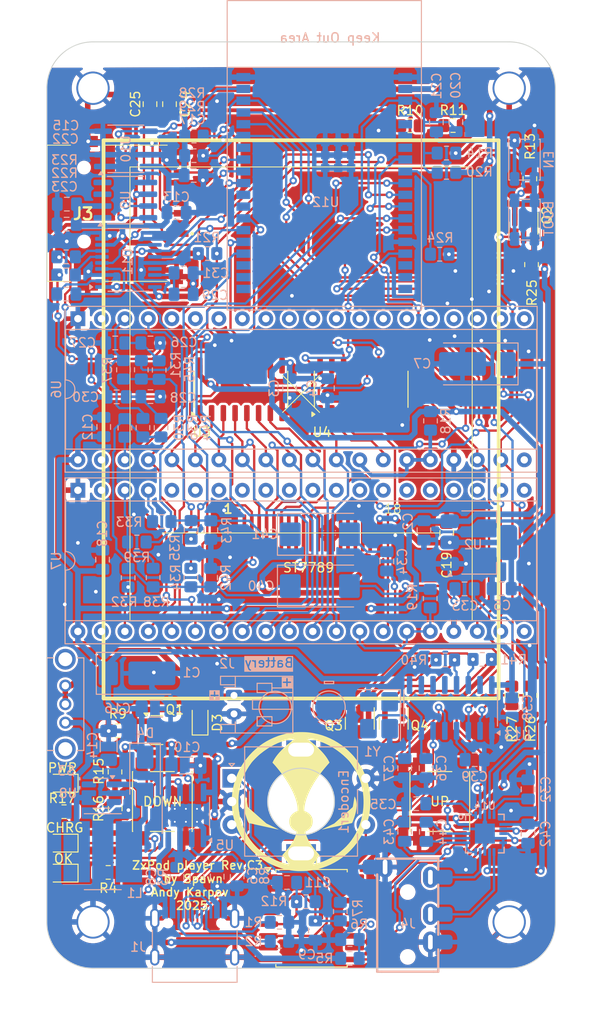
<source format=kicad_pcb>
(kicad_pcb (version 20241229) (generator "pcbnew") (generator_version "9.0")
  (title_block (title "ZxPod Player") (date "2025-05-10") (rev "C2") (company "Spawn") (comment 2 "Spawn"))
  (layers (0 "F.Cu" signal) (2 "B.Cu" signal) (13 "F.Paste" user) (15 "B.Paste" user) (5 "F.SilkS" user "F.Silkscreen") (7 "B.SilkS" user "B.Silkscreen") (1 "F.Mask" user) (3 "B.Mask" user) (25 "Edge.Cuts" user))
  (net 0 "")
  (net 1 "GND")
  (net 2 "Bat+")
  (net 3 "+5V")
  (net 4 "+3.3V")
  (net 5 "MIX_L")
  (net 6 "MIX_R")
  (net 7 "Net-(C26-Pad2)")
  (net 8 "AYMIX_L")
  (net 9 "HP_L")
  (net 10 "HP_R")
  (net 11 "Net-(C28-Pad2)")
  (net 12 "Net-(SW2-B)")
  (net 13 "Vin")
  (net 14 "TFT_CS")
  (net 15 "TFT_LED")
  (net 16 "TFT_PWM")
  (net 17 "SCL")
  (net 18 "SDA")
  (net 19 "Vsens")
  (net 20 "AYMIX_R")
  (net 21 "ENC_A")
  (net 22 "ESP_EN")
  (net 23 "SD_CS")
  (net 24 "595_DATA")
  (net 25 "STPUP_VIN")
  (net 26 "AY_BC1")
  (net 27 "AY_RST")
  (net 28 "AY_CLK")
  (net 29 "AY_D7")
  (net 30 "AY_D6")
  (net 31 "AY_D5")
  (net 32 "AY_D4")
  (net 33 "AY_D3")
  (net 34 "AY_D2")
  (net 35 "AY_D1")
  (net 36 "AY_D0")
  (net 37 "Net-(D1-K)")
  (net 38 "Net-(D1-A)")
  (net 39 "UD-")
  (net 40 "UD+")
  (net 41 "Net-(J1-CC1)")
  (net 44 "RX0")
  (net 45 "TX0")
  (net 46 "Net-(D2-K)")
  (net 47 "Net-(D4-A)")
  (net 48 "Net-(SW1-B)")
  (net 49 "USB_SENS")
  (net 50 "BTN_DN")
  (net 51 "ENC_B")
  (net 52 "Net-(Encoder1-PadA)")
  (net 53 "Net-(Encoder1-PadB)")
  (net 54 "ENC_OK")
  (net 55 "SPI_MOSI")
  (net 56 "SPI_CLK")
  (net 57 "SPI_MISO")
  (net 58 "Net-(Q2-B)")
  (net 59 "Net-(Q3-B)")
  (net 60 "Net-(Q3-E)")
  (net 61 "AY2_A8")
  (net 62 "AY1_A")
  (net 63 "AY1_B")
  (net 64 "AY1_C")
  (net 65 "AY2_A")
  (net 66 "AY2_B")
  (net 67 "AY2_C")
  (net 68 "AY1_A8")
  (net 69 "TFT_DC")
  (net 74 "AY1_BDIR")
  (net 75 "AY2_BDIR")
  (net 76 "595_LATCH")
  (net 77 "595_CLOCK")
  (net 78 "TFT_CLK")
  (net 80 "TFT_MOSI")
  (net 81 "Net-(J1-CC2)")
  (net 82 "PCM_L")
  (net 83 "PCM_R")
  (net 84 "DAC_LRCK")
  (net 85 "DAC_BCK")
  (net 86 "DAC_DAT")
  (net 87 "BTN_UP")
  (net 88 "Net-(C6-Pad2)")
  (net 89 "Net-(U8-EN)")
  (net 90 "Net-(U11-CAPP)")
  (net 91 "Net-(U11-CAPM)")
  (net 92 "Net-(U11-VNEG)")
  (net 93 "Net-(U11-LDOO)")
  (net 94 "Net-(U14-RIGHTINM)")
  (net 95 "Net-(U14-RIGHTINP)")
  (net 96 "Net-(U14-LEFTINP)")
  (net 97 "Net-(U14-LEFTINM)")
  (net 98 "Net-(U13-XI)")
  (net 99 "Net-(U13-XO)")
  (net 100 "Net-(U13-V3)")
  (net 101 "Net-(U14-CPVSS)")
  (net 102 "Net-(U14-CPN)")
  (net 103 "Net-(U14-CPP)")
  (net 104 "Net-(D5-A)")
  (net 105 "Net-(Q4-E)")
  (net 106 "Net-(Q4-B)")
  (net 107 "Net-(U5-PROG)")
  (net 108 "Net-(U8-FB)")
  (net 109 "Net-(U11-OUTL)")
  (net 110 "Net-(U11-OUTR)")
  (net 111 "Net-(U12-IO1{slash}TXD0)")
  (net 112 "Net-(U12-IO3{slash}RXD0)")
  (net 116 "Net-(U3-QH')")
  (footprint "Resistor_SMD:R_0805_2012Metric_Pad1.20x1.40mm_HandSolder" (layer "F.Cu") (at 27.3812 98.806 -90)
    (property "Reference" "R15")
    (property "Value" "47k")
  )
  (footprint "Resistor_SMD:R_0805_2012Metric_Pad1.20x1.40mm_HandSolder" (layer "F.Cu") (at 27.4066 102.7684 -90)
    (property "Reference" "R16")
    (property "Value" "6.2k")
  )
  (footprint "Package_SO:SOIC-16W_7.5x10.3mm_P1.27mm" (layer "F.Cu") (at 48.63 114.6)
    (property "Reference" "U1")
    (property "Value" "PCF8574AT")
  )
  (footprint "mod:ST7789" (layer "F.Cu") (at 47.5 58)
    (property "Reference" "TFT1" (hide yes))
    (property "Value" "ST7789")
  )
  (footprint "Package_TO_SOT_SMD:SOT-23" (layer "F.Cu") (at 53.848 93.5482 -90)
    (property "Reference" "Q3")
    (property "Value" "BC817" (hide yes))
  )
  (footprint "Diode_SMD:D_SOD-323F" (layer "F.Cu") (at 36.58 93.21 90)
    (property "Reference" "D3")
    (property "Value" "PMEG4010CEJ")
  )
  (footprint "Package_TO_SOT_SMD:SOT-23" (layer "F.Cu") (at 71.5518 40.1066 -90)
    (property "Reference" "Q2")
    (property "Value" "BC807" (hide yes))
  )
  (footprint "Resistor_SMD:R_0805_2012Metric_Pad1.20x1.40mm_HandSolder" (layer "F.Cu") (at 72.4154 44.0436 -90)
    (property "Reference" "R25")
    (property "Value" "10K")
  )
  (footprint "" (layer "F.Cu") (at 70 25 90)
    (property "Reference" "")
    (property "Value" "")
  )
  (footprint "Package_SO:SO-16_3.9x9.9mm_P1.27mm" (layer "F.Cu") (at 41 57.5 90)
    (property "Reference" "U3")
    (property "Value" "74HC595")
  )
  (footprint "Resistor_SMD:R_0805_2012Metric_Pad1.20x1.40mm_HandSolder" (layer "F.Cu") (at 59.2742 29.0576)
    (property "Reference" "R10")
    (property "Value" "1M")
  )
  (footprint "" (layer "F.Cu") (at 25 115 90)
    (property "Reference" "")
    (property "Value" "")
  )
  (footprint "Resistor_SMD:R_0805_2012Metric_Pad1.20x1.40mm_HandSolder" (layer "F.Cu") (at 21.8694 103.0986 180)
    (property "Reference" "R17")
    (property "Value" "1k")
  )
  (footprint "" (layer "F.Cu") (at 70 115 90)
    (property "Reference" "")
    (property "Value" "")
  )
  (footprint "Button_Switch_SMD:SW_Push_1P1T_NO_6x6mm_H9.5mm" (layer "F.Cu") (at 62.5 102 90)
    (property "Reference" "S2" (hide yes))
    (property "Value" "UP")
  )
  (footprint "Package_SO:SO-16_3.9x9.9mm_P1.27mm" (layer "F.Cu") (at 54 57.5 90)
    (property "Reference" "U4")
    (property "Value" "74HC595")
  )
  (footprint "Resistor_SMD:R_0805_2012Metric_Pad1.20x1.40mm_HandSolder" (layer "F.Cu") (at 72.2376 34.7726 -90)
    (property "Reference" "R13")
    (property "Value" "220")
  )
  (footprint "Rotary_Encoder:RotaryEncoder_Alps_EC11E-Switch_Vertical_H20mm" (layer "F.Cu") (at 47.5 102)
    (property "Reference" "Encoder1")
    (property "Value" "RotaryEncoder_Switch" (hide yes))
    (fp_circle (center 0 0) (end 3.6 0) (stroke (width 0.12)) (fill no) (layer "Edge.Cuts"))
  )
  (footprint "Package_TO_SOT_SMD:SOT-23" (layer "F.Cu") (at 57.5158 93.5459 -90)
    (property "Reference" "Q4")
    (property "Value" "BC817" (hide yes))
  )
  (footprint "Resistor_SMD:R_0805_2012Metric_Pad1.20x1.40mm_HandSolder" (layer "F.Cu") (at 63.9318 29.0322)
    (property "Reference" "R11")
    (property "Value" "100K")
  )
  (footprint "Resistor_SMD:R_0805_2012Metric_Pad1.20x1.40mm_HandSolder" (layer "F.Cu") (at 26.6446 109.6518 180)
    (property "Reference" "R4")
    (property "Value" "1k")
  )
  (footprint "LED_SMD:LED_0805_2012Metric" (layer "F.Cu") (at 21.7 106.49 180)
    (property "Reference" "D2" (hide yes))
    (property "Value" "CHRG")
  )
  (footprint "Capacitor_SMD:C_0805_2012Metric_Pad1.18x1.45mm_HandSolder" (layer "F.Cu") (at 31.1658 26.7208 -90)
    (property "Reference" "C25")
    (property "Value" "100n")
  )
  (footprint "mod:TFP09212B" (layer "F.Cu") (at 20.03 38.5)
    (property "Reference" "J3")
    (property "Value" "SD Card" (hide yes))
  )
  (footprint "mod:spawnllogo" (layer "F.Cu") (at 47.5 102)
    (property "Reference" "G***" (hide yes))
    (property "Value" "LOGO" (hide yes))
  )
  (footprint "Capacitor_SMD:C_0805_2012Metric_Pad1.18x1.45mm_HandSolder" (layer "F.Cu") (at 33.274 26.7208 -90)
    (property "Reference" "C24")
    (property "Value" "10uf")
  )
  (footprint "Resistor_SMD:R_0805_2012Metric_Pad1.20x1.40mm_HandSolder" (layer "F.Cu") (at 27.69 94.36 180)
    (property "Reference" "R9")
    (property "Value" "10K")
  )
  (footprint "Package_TO_SOT_SMD:SOT-23" (layer "F.Cu") (at 31.91 94.2875)
    (property "Reference" "Q1")
    (property "Value" "IRLML6402")
  )
  (footprint "LED_SMD:LED_0805_2012Metric" (layer "F.Cu") (at 21.7 100.02 180)
    (property "Reference" "D5" (hide yes))
    (property "Value" "PWR")
  )
  (footprint "" (layer "F.Cu") (at 25 25 90)
    (property "Reference" "")
    (property "Value" "")
  )
  (footprint "Capacitor_SMD:C_0805_2012Metric_Pad1.18x1.45mm_HandSolder" (layer "F.Cu") (at 63.246 73.025 -90)
    (property "Reference" "C19")
    (property "Value" "100n")
  )
  (footprint "Resistor_SMD:R_0805_2012Metric_Pad1.20x1.40mm_HandSolder" (layer "F.Cu") (at 70.2818 90.551 90)
    (property "Reference" "R27")
    (property "Value" "470")
  )
  (footprint "Resistor_SMD:R_0805_2012Metric_Pad1.20x1.40mm_HandSolder" (layer "F.Cu") (at 72.263 90.551 90)
    (property "Reference" "R26")
    (property "Value" "470")
  )
  (footprint "Button_Switch_SMD:SW_Push_1P1T_NO_6x6mm_H9.5mm" (layer "F.Cu") (at 32.5 102 -90)
    (property "Reference" "S1" (hide yes))
    (property "Value" "DOWN")
  )
  (footprint "LED_SMD:LED_0805_2012Metric" (layer "F.Cu") (at 21.7 109.73 180)
    (property "Reference" "D1" (hide yes))
    (property "Value" "OK")
  )
  (footprint "Package_DIP:DIP-40_W15.24mm_Socket" (layer "B.Cu") (at 47.5 76 -90)
    (property "Reference" "U7")
    (property "Value" "AY-3-8910" (hide yes))
  )
  (footprint "Capacitor_SMD:C_0805_2012Metric_Pad1.18x1.45mm_HandSolder" (layer "B.Cu") (at 45.98 110.74)
    (property "Reference" "C11")
    (property "Value" "100n")
  )
  (footprint "Capacitor_SMD:C_0805_2012Metric_Pad1.18x1.45mm_HandSolder" (layer "B.Cu") (at 50.35 57.39 -90)
    (property "Reference" "C4")
    (property "Value" "100n")
  )
  (footprint "Capacitor_SMD:C_0805_2012Metric_Pad1.18x1.45mm_HandSolder" (layer "B.Cu") (at 46.26 57.39 -90)
    (property "Reference" "C3")
    (property "Value" "100n")
  )
  (footprint "Resistor_SMD:R_0805_2012Metric_Pad1.20x1.40mm_HandSolder" (layer "B.Cu") (at 45.1612 115.0366)
    (property "Reference" "R1")
    (property "Value" "5K1")
  )
  (footprint "Package_SO:SOIC-8-1EP_3.9x4.9mm_P1.27mm_EP2.41x3.3mm_ThermalVias" (layer "B.Cu") (at 35.0458 103.4908 90)
    (property "Reference" "U5")
    (property "Value" "TP4056")
  )
  (footprint "Capacitor_SMD:C_0805_2012Metric_Pad1.18x1.45mm_HandSolder" (layer "B.Cu") (at 34.0868 110.1344 -90)
    (property "Reference" "C8")
    (property "Value" "10uf")
  )
  (footprint "Capacitor_SMD:C_1206_3216Metric_Pad1.33x1.80mm_HandSolder" (layer "B.Cu") (at 26.6954 95.9358 -90)
    (property "Reference" "C14")
    (property "Value" "22uf")
  )
  (footprint "Resistor_SMD:R_0805_2012Metric_Pad1.20x1.40mm_HandSolder" (layer "B.Cu") (at 52.78 118.93 180)
    (property "Reference" "R5")
    (property "Value" "8,2К*")
  )
  (footprint "Resistor_SMD:R_0805_2012Metric_Pad1.20x1.40mm_HandSolder" (layer "B.Cu") (at 30.226 55.3974 90)
    (property "Reference" "R31")
    (property "Value" "4.7K")
  )
  (footprint "Resistor_SMD:R_0805_2012Metric_Pad1.20x1.40mm_HandSolder" (layer "B.Cu") (at 48.02 112.81)
    (property "Reference" "R12")
    (property "Value" "10K")
  )
  (footprint "Capacitor_SMD:C_0805_2012Metric_Pad1.18x1.45mm_HandSolder" (layer "B.Cu") (at 58.6994 105.2576 -90)
    (property "Reference" "C43")
    (property "Value" "100n")
  )
  (footprint "Capacitor_SMD:C_0805_2012Metric_Pad1.18x1.45mm_HandSolder" (layer "B.Cu") (at 60.7822 72.7202 -90)
    (property "Reference" "C2")
    (property "Value" "100n")
  )
  (footprint "Resistor_SMD:R_0805_2012Metric_Pad1.20x1.40mm_HandSolder" (layer "B.Cu") (at 62.484 42.926 180)
    (property "Reference" "R24")
    (property "Value" "1K")
  )
  (footprint "Capacitor_SMD:C_0805_2012Metric_Pad1.18x1.45mm_HandSolder" (layer "B.Cu") (at 27.559 58.3184 180)
    (property "Reference" "C30")
    (property "Value" "2.2nf")
  )
  (footprint "Resistor_SMD:R_0805_2012Metric_Pad1.20x1.40mm_HandSolder" (layer "B.Cu") (at 51.74 113.88 90)
    (property "Reference" "R7")
    (property "Value" "10K")
  )
  (footprint "Resistor_SMD:R_0805_2012Metric_Pad1.20x1.40mm_HandSolder" (layer "B.Cu") (at 28.8036 77.851 -90)
    (property "Reference" "R32")
    (property "Value" "4.7K")
  )
  (footprint "TestPoint:TestPoint_Pad_D3.0mm" (layer "B.Cu") (at 50.5206 91.821 180)
    (property "Reference" "BAT-1" (hide yes))
    (property "Value" "-")
  )
  (footprint "footprints:SW_SPST_PTS810_handsoldering" (layer "B.Cu") (at 71.6534 32.7152 90)
    (property "Reference" "SW2" (hide yes))
    (property "Value" "EN")
  )
  (footprint "Capacitor_SMD:C_0805_2012Metric_Pad1.18x1.45mm_HandSolder" (layer "B.Cu") (at 31.2166 52.5018)
    (property "Reference" "C26")
    (property "Value" "10uf")
  )
  (footprint "Resistor_SMD:R_0805_2012Metric_Pad1.20x1.40mm_HandSolder" (layer "B.Cu") (at 40.5892 110.109 -90)
    (property "Reference" "R8")
    (property "Value" "2k*")
  )
  (footprint "Resistor_SMD:R_0805_2012Metric_Pad1.20x1.40mm_HandSolder" (layer "B.Cu") (at 52.78 116.9)
    (property "Reference" "R6")
    (property "Value" "10K")
  )
  (footprint "Package_SO:SOIC-16_3.9x9.9mm_P1.27mm" (layer "B.Cu") (at 63.675 91.895 90)
    (property "Reference" "U13")
    (property "Value" "CH340C" (hide yes))
  )
  (footprint "footprints:AUDIO_JACK_3.5MM_SMD_TRRS_rounded_mixed" (layer "B.Cu") (at 59.0296 120.37006 90)
    (property "Reference" "J4")
    (property "Value" "MiniJack" (hide yes))
  )
  (footprint "Resistor_SMD:R_0805_2012Metric_Pad1.20x1.40mm_HandSolder" (layer "B.Cu") (at 35.9156 32.2834)
    (property "Reference" "R29")
    (property "Value" "4.7K")
  )
  (footprint "Capacitor_SMD:C_0805_2012Metric_Pad1.18x1.45mm_HandSolder" (layer "B.Cu") (at 22.1488 39.6748 180)
    (property "Reference" "C22")
    (property "Value" "100n")
  )
  (footprint "Capacitor_SMD:C_1206_3216Metric_Pad1.33x1.80mm_HandSolder" (layer "B.Cu") (at 31.8262 91.9734 180)
    (property "Reference" "C16")
    (property "Value" "22uf")
  )
  (footprint "footprints:CP_EIA-7343-31_Kemet-D-uni" (layer "B.Cu") (at 29.7688 88.1634)
    (property "Reference" "C1")
    (property "Value" "100uf")
  )
  (footprint "Resistor_SMD:R_0805_2012Metric_Pad1.20x1.40mm_HandSolder" (layer "B.Cu") (at 63.0936 86.7156 180)
    (property "Reference" "R40")
    (property "Value" "10K")
  )
  (footprint "Connector_JST:JST_PH_S2B-PH-K_1x02_P2.00mm_Horizontal" (layer "B.Cu") (at 40.2474 90.5416 -90)
    (property "Reference" "J2")
    (property "Value" "Battery")
  )
  (footprint "Package_TO_SOT_SMD:SOT-23-6_Handsoldering" (layer "B.Cu") (at 25.908 101.1037 180)
    (property "Reference" "U8")
    (property "Value" "SDB628")
  )
  (footprint "Capacitor_Tantalum_SMD:CP_EIA-7343-31_Kemet-D_Pad2.25x2.55mm_HandSolder" (layer "B.Cu") (at 49.53 78.74)
    (property "Reference" "C40")
    (property "Value" "100u")
  )
  (footprint "Capacitor_SMD:C_0805_2012Metric_Pad1.18x1.45mm_HandSolder" (layer "B.Cu") (at 26.162 61.5696 -90)
    (property "Reference" "C12")
    (property "Value" "100n")
  )
  (footprint "Resistor_SMD:R_0805_2012Metric_Pad1.20x1.40mm_HandSolder" (layer "B.Cu") (at 35.92 30.17)
    (property "Reference" "R28")
    (property "Value" "4.7K")
  )
  (footprint "Resistor_SMD:R_0805_2012Metric_Pad1.20x1.40mm_HandSolder" (layer "B.Cu") (at 32.4358 71.7804 180)
    (property "Reference" "R33")
    (property "Value" "4.7K")
  )
  (footprint "Resistor_SMD:R_0805_2012Metric_Pad1.20x1.40mm_HandSolder" (layer "B.Cu") (at 63.2206 32.004)
    (property "Reference" "R14")
    (property "Value" "220")
  )
  (footprint "Resistor_SMD:R_0805_2012Metric_Pad1.20x1.40mm_HandSolder" (layer "B.Cu") (at 28.448 61.6712 -90)
    (property "Reference" "R30")
    (property "Value" "4.7K")
  )
  (footprint "mod:ESP32-WROVER-IE" (layer "B.Cu") (at 50 32.24 180)
    (property "Reference" "U12")
    (property "Value" "ESP32-WROVER-E")
  )
  (footprint "Capacitor_SMD:C_0805_2012Metric_Pad1.18x1.45mm_HandSolder" (layer "B.Cu") (at 65.1764 79.0448 180)
    (property "Reference" "C33")
    (property "Value" "470n")
  )
  (footprint "Resistor_SMD:R_0805_2012Metric_Pad1.20x1.40mm_HandSolder" (layer "B.Cu") (at 37.3888 42.8498)
    (property "Reference" "R21")
    (property "Value" "10K")
  )
  (footprint "Resistor_SMD:R_0805_2012Metric_Pad1.20x1.40mm_HandSolder" (layer "B.Cu") (at 61.4934 60.9092 90)
    (property "Reference" "R18")
    (property "Value" "1K")
  )
  (footprint "Capacitor_SMD:C_0805_2012Metric_Pad1.18x1.45mm_HandSolder" (layer "B.Cu") (at 27.4066 52.5018 180)
    (property "Reference" "C27")
    (property "Value" "2.2nf")
  )
  (footprint "Package_SO:SOIC-8_3.9x4.9mm_P1.27mm" (layer "B.Cu") (at 28.4988 37.084)
    (property "Reference" "U9")
    (property "Value" "DS3231MZ")
  )
  (footprint "Resistor_SMD:R_0805_2012Metric_Pad1.20x1.40mm_HandSolder" (layer "B.Cu") (at 22.098 45.1612 180)
    (property "Reference" "R22")
    (property "Value" "10K")
  )
  (footprint "Capacitor_SMD:C_0805_2012Metric_Pad1.18x1.45mm_HandSolder" (layer "B.Cu") (at 69.1896 79.0194 180)
    (property "Reference" "C5")
    (property "Value" "100n")
  )
  (footprint "Capacitor_SMD:C_1206_3216Metric_Pad1.33x1.80mm_HandSolder" (layer "B.Cu") (at 35.052 98.1202 180)
    (property "Reference" "C10")
    (property "Value" "22uf")
  )
  (footprint "Capacitor_SMD:C_0805_2012Metric_Pad1.18x1.45mm_HandSolder" (layer "B.Cu") (at 64.2366 28.6512 90)
    (property "Reference" "C20")
    (property "Value" "100n")
  )
  (footprint "Package_SO:SOIC-8_3.9x4.9mm_P1.27mm" (layer "B.Cu") (at 28.5496 31.5468)
    (property "Reference" "U10")
    (property "Value" "MB85RC256V")
  )
  (footprint "Resistor_SMD:R_0805_2012Metric_Pad1.20x1.40mm_HandSolder" (layer "B.Cu") (at 35.5854 77.8256 90)
    (property "Reference" "R34")
    (property "Value" "1K")
  )
  (footprint "Resistor_SMD:R_0805_2012Metric_Pad1.20x1.40mm_HandSolder" (layer "B.Cu") (at 37.7444 72.6948 -90)
    (property "Reference" "R43")
    (property "Value" "510")
  )
  (footprint "Capacitor_SMD:C_0805_2012Metric_Pad1.18x1.45mm_HandSolder" (layer "B.Cu") (at 61.0362 105.27 90)
    (property "Reference" "C44")
    (property "Value" "100n")
  )
  (footprint "Capacitor_SMD:C_0805_2012Metric_Pad1.18x1.45mm_HandSolder" (layer "B.Cu") (at 72.0344 100.6856 -90)
    (property "Reference" "C32")
    (property "Value" "470n")
  )
  (footprint "Inductor_SMD:L_Bourns_SRN8040TA" (layer "B.Cu") (at 26.0604 107.4166)
    (property "Reference" "L1")
    (property "Value" "22uH")
  )
  (footprint "mod:QFN50P400X400X80-21N" (layer "B.Cu") (at 67.3694 105.4612 -90)
    (property "Reference" "U14")
    (property "Value" "TPA6130A2RTJTG4" (hide yes))
  )
  (footprint "Capacitor_SMD:C_0805_2012Metric_Pad1.18x1.45mm_HandSolder" (layer "B.Cu") (at 26.035 75.8952 -90)
    (property "Reference" "C18")
    (property "Value" "100n")
  )
  (footprint "Capacitor_SMD:C_0805_2012Metric_Pad1.18x1.45mm_HandSolder" (layer "B.Cu") (at 34.798 47.244 180)
    (property "Reference" "C29")
    (property "Value" "10uf")
  )
  (footprint "Resistor_SMD:R_0805_2012Metric_Pad1.20x1.40mm_HandSolder" (layer "B.Cu") (at 35.6108 72.6694 -90)
    (property "Reference" "R35")
    (property "Value" "1K")
  )
  (footprint "Capacitor_SMD:C_0805_2012Metric_Pad1.18x1.45mm_HandSolder" (layer "B.Cu") (at 22.1742 37.5158 180)
    (property "Reference" "C15")
    (property "Value" "100n")
  )
  (footprint "Resistor_SMD:R_0805_2012Metric_Pad1.20x1.40mm_HandSolder" (layer "B.Cu") (at 37.719 77.8256 90)
    (property "Reference" "R42")
    (property "Value" "510")
  )
  (footprint "Capacitor_SMD:C_0805_2012Metric_Pad1.18x1.45mm_HandSolder" (layer "B.Cu") (at 56.769 76.073 90)
    (property "Reference" "C34")
    (property "Value" "470n")
  )
  (footprint "Resistor_SMD:R_0805_2012Metric_Pad1.20x1.40mm_HandSolder" (layer "B.Cu") (at 63.2206 34.0868 180)
    (property "Reference" "R20")
    (property "Value" "10K")
  )
  (footprint "Capacitor_SMD:C_0805_2012Metric_Pad1.18x1.45mm_HandSolder" (layer "B.Cu") (at 49.04 115.93 -90)
    (property "Reference" "C9")
    (property "Value" "100n")
  )
  (footprint "TestPoint:TestPoint_Pad_D3.0mm" (layer "B.Cu") (at 44.704 91.8464 180)
    (property "Reference" "BAT+1" (hide yes))
    (property "Value" "+")
  )
  (footprint "Resistor_SMD:R_0805_2012Metric_Pad1.20x1.40mm_HandSolder" (layer "B.Cu") (at 61.46 80.09 90)
    (property "Reference" "R19")
    (property "Value" "1K")
  )
  (footprint "Resistor_SMD:R_0805_2012Metric_Pad1.20x1.40mm_HandSolder" (layer "B.Cu") (at 28.2956 55.3974 -90)
    (property "Reference" "R37")
    (property "Value" "10K")
  )
  (footprint "Resistor_SMD:R_0805_2012Metric_Pad1.20x1.40mm_HandSolder" (layer "B.Cu") (at 22.098 43.2054 180)
    (property "Reference" "R23")
    (property "Value" "10K")
  )
  (footprint "Capacitor_SMD:C_0805_2012Metric_Pad1.18x1.45mm_HandSolder" (layer "B.Cu") (at 58.6994 98.3996 90)
    (property "Reference" "C37")
    (property "Value" "22p")
  )
  (footprint "Capacitor_SMD:C_0805_2012Metric_Pad1.18x1.45mm_HandSolder" (layer "B.Cu") (at 22.12 47.22 180)
    (property "Reference" "C23")
    (property "Value" "2.2uf")
  )
  (footprint "Crystal:Crystal_SMD_3225-4Pin_3.2x2.5mm_HandSoldering" (layer "B.Cu") (at 55.9308 92.6846 -90)
    (property "Reference" "Y1")
    (property "Value" "12MHz")
  )
  (footprint "Resistor_SMD:R_0805_2012Metric_Pad1.20x1.40mm_HandSolder" (layer "B.Cu") (at 67.09 86.66)
    (property "Reference" "R41")
    (property "Value" "10K")
  )
  (footprint "Capacitor_SMD:C_0805_2012Metric_Pad1.18x1.45mm_HandSolder" (layer "B.Cu") (at 61.0108 98.3996 90)
    (property "Reference" "C36")
    (property "Value" "22p")
  )
  (footprint "Resistor_SMD:R_0805_2012Metric_Pad1.20x1.40mm_HandSolder" (layer "B.Cu") (at 32.1564 55.4228 90)
    (property "Reference" "R45")
    (property "Value" "1K")
  )
  (footprint "Connector_USB:USB_C_Receptacle_G-Switch_GT-USB-7010ASV" (layer "B.Cu") (at 36 117.729 180)
    (property "Reference" "J1")
    (property "Value" "USB_C_Receptacle_USB2.0_14P")
  )
  (footprint "Diode_SMD:D_SMA" (layer "B.Cu") (at 30.6324 99.2124 -90)
    (property "Reference" "D4")
    (property "Value" "SS14")
  )
  (footprint "Resistor_SMD:R_0805_2012Metric_Pad1.20x1.40mm_HandSolder" (layer "B.Cu") (at 31.5 77.83 90)
    (property "Reference" "R38")
    (property "Value" "10K")
  )
  (footprint "Package_SO:TSSOP-20_4.4x6.5mm_P0.65mm" (layer "B.Cu") (at 28.829 43.5356)
    (property "Reference" "U11")
    (property "Value" "PCM5102A")
  )
  (footprint "Capacitor_SMD:C_0805_2012Metric_Pad1.18x1.45mm_HandSolder" (layer "B.Cu") (at 31.2166 58.293)
    (property "Reference" "C28")
    (property "Value" "10uf")
  )
  (footprint "Capacitor_SMD:C_0805_2012Metric_Pad1.18x1.45mm_HandSolder" (layer "B.Cu") (at 59.944 102.235 180)
    (property "Reference" "C35")
    (property "Value" "470n")
  )
  (footprint "Resistor_SMD:R_0805_2012Metric_Pad1.20x1.40mm_HandSolder" (layer "B.Cu") (at 45.1612 117.094)
    (property "Reference" "R2")
    (property "Value" "5K1")
  )
  (footprint "Capacitor_SMD:C_0805_2012Metric_Pad1.18x1.45mm_HandSolder" (layer "B.Cu") (at 34.036 38.4302 180)
    (property "Reference" "C13")
    (property "Value" "100n")
  )
  (footprint "Capacitor_SMD:C_0805_2012Metric_Pad1.18x1.45mm_HandSolder" (layer "B.Cu") (at 62.1284 28.6766 90)
    (property "Reference" "C21")
    (property "Value" "100n")
  )
  (footprint "Resistor_SMD:R_0805_2012Metric_Pad1.20x1.40mm_HandSolder" (layer "B.Cu") (at 29.7434 73.9902)
    (property "Reference" "R39")
    (property "Value" "10K")
  )
  (footprint "Capacitor_Tantalum_SMD:CP_EIA-7343-31_Kemet-D_Pad2.25x2.55mm_HandSolder" (layer "B.Cu") (at 49.5302 73.152)
    (property "Reference" "C41")
    (property "Value" "100u")
  )
  (footprint "Resistor_SMD:R_0805_2012Metric_Pad1.20x1.40mm_HandSolder" (layer "B.Cu") (at 30.4038 61.6458 90)
    (property "Reference" "R36")
    (property "Value" "10K")
  )
  (footprint "Capacitor_SMD:C_0805_2012Metric_Pad1.18x1.45mm_HandSolder" (layer "B.Cu") (at 72.0344 105.4608 90)
    (property "Reference" "C42")
    (property "Value" "100n")
  )
  (footprint "Capacitor_SMD:C_0805_2012Metric_Pad1.18x1.45mm_HandSolder" (layer "B.Cu") (at 38.4302 110.109 90)
    (property "Reference" "C6")
    (property "Value" "10uf")
  )
  (footprint "Resistor_SMD:R_0805_2012Metric_Pad1.20x1.40mm_HandSolder" (layer "B.Cu") (at 32.3596 61.6458 90)
    (property "Reference" "R44")
    (property "Value" "1K")
  )
  (footprint "Capacitor_SMD:C_0805_2012Metric_Pad1.18x1.45mm_HandSolder" (layer "B.Cu") (at 66.2686 97.4852 180)
    (property "Reference" "C39")
    (property "Value" "100n")
  )
  (footprint "mod:SW_EG1213" (layer "B.Cu") (at 22.01 91.49 90)
    (property "Reference" "S3")
    (property "Value" "EG1213")
  )
  (footprint "Package_DIP:DIP-40_W15.24mm_Socket" (layer "B.Cu") (at 47.5 57.5 -90)
    (property "Reference" "U6")
    (property "Value" "AY-3-8910" (hide yes))
  )
  (footprint "footprints:CP_EIA-7343-31_Kemet-D-uni" (layer "B.Cu") (at 66.548 54.7624 180)
    (property "Reference" "C7")
    (property "Value" "47uf")
  )
  (footprint "Capacitor_SMD:C_0805_2012Metric_Pad1.18x1.45mm_HandSolder" (layer "B.Cu") (at 34.8 44.94 180)
    (property "Reference" "C31")
    (property "Value" "100n")
  )
  (footprint "footprints:SW_SPST_PTS810_handsoldering" (layer "B.Cu") (at 71.6534 39.1922 90)
    (property "Reference" "SW1" (hide yes))
    (property "Value" "BOOT")
  )
  (footprint "Capacitor_SMD:C_0805_2012Metric_Pad1.18x1.45mm_HandSolder" (layer "B.Cu") (at 35.8902 34.417)
    (property "Reference" "C17")
    (property "Value" "100n")
  )
  (footprint "Resistor_SMD:R_0805_2012Metric_Pad1.20x1.40mm_HandSolder" (layer "B.Cu") (at 36.2458 110.109 90)
    (property "Reference" "R3")
    (property "Value" "2R")
  )
  (footprint "Capacitor_SMD:C_0805_2012Metric_Pad1.18x1.45mm_HandSolder" (layer "B.Cu") (at 70.3072 91.8464 90)
    (property "Reference" "C38")
    (property "Value" "100n")
  )
  (footprint "Package_TO_SOT_SMD:SOT-223-3_TabPin2" (layer "B.Cu") (at 66.7258 74.041)
    (property "Reference" "U2")
    (property "Value" "AMS1117-3.3" (hide yes))
  )
  (gr_circle (center 64.77 103.6574) (end 64.9732 103.5558) (stroke (width 0.15)) (fill no) (layer "B.SilkS"))
  (gr_arc (start 20 25) (mid 21.464466 21.464466) (end 25 20) (stroke (width 0.1)) (layer "Edge.Cuts"))
  (gr_arc (start 75 115) (mid 73.535534 118.535533) (end 70 120) (stroke (width 0.1)) (layer "Edge.Cuts"))
  (gr_arc (start 25 120) (mid 21.464466 118.535534) (end 20 115) (stroke (width 0.1)) (layer "Edge.Cuts"))
  (gr_arc (start 70 20) (mid 73.535533 21.464466) (end 75 25) (stroke (width 0.1)) (layer "Edge.Cuts"))
  (gr_line (start 75 25) (end 75 115) (stroke (width 0.1)) (layer "Edge.Cuts"))
  (gr_line (start 20 115) (end 20 25) (stroke (width 0.1)) (layer "Edge.Cuts"))
  (gr_line (start 70 120) (end 25 120) (stroke (width 0.1)) (layer "Edge.Cuts"))
  (gr_line (start 25 20) (end 70 20) (stroke (width 0.1)) (layer "Edge.Cuts"))
  (gr_text "ZxPod player Rev.C3\n  	by Spawn\n   Andy Karpov\n	  2025" (at 29.13 113.76 0) (layer "F.SilkS") (effects (font (size 0.9 0.9) (thickness 0.16) (bold yes)) (justify left bottom)))
  (gr_text "Battery" (at 44.0436 87.6046 0) (layer "B.SilkS" knockout) (effects (font (size 1 1)) (justify bottom mirror)))
  (gr_text "+" (at 38.862 91.059 0) (layer "B.SilkS" knockout) (effects (font (size 1 1)) (justify left bottom mirror)))
  (segment (start 36.747128 112.23) (end 35.18 112.23) (width 0.25) (layer "B.Cu") (net 0))
  (segment (start 37.75 113.232872) (end 36.747128 112.23) (width 0.25) (layer "B.Cu") (net 0))
  (segment (start 35.18 112.23) (end 34.75 112.66) (width 0.25) (layer "B.Cu") (net 0))
  (segment (start 37.75 114.004) (end 37.75 113.232872) (width 0.25) (layer "B.Cu") (net 0))
  (segment (start 34.75 112.66) (end 34.75 114.004) (width 0.25) (layer "B.Cu") (net 0))
  (segment (start 46.535 119.045) (end 47.53 118.05) (width 0.6) (layer "F.Cu") (net 1))
  (segment (start 34.53 31.9) (end 33.34 31.9) (width 0.6) (layer "F.Cu") (net 1))
  (segment (start 43.98 110.155) (end 43.98 111.425) (width 0.6) (layer "F.Cu") (net 1))
  (segment (start 45.445 58.11) (end 41.43 58.11) (width 0.6) (layer "F.Cu") (net 1))
  (segment (start 24.74 103.51) (end 25 103.77) (width 0.6) (layer "F.Cu") (net 1))
  (segment (start 36.3 102) (end 35.0458 102) (width 0.6) (layer "F.Cu") (net 1))
  (segment (start 25.58 103.77) (end 25.5816 103.7684) (width 0.6) (layer "F.Cu") (net 1))
  (segment (start 35.0855 45.35) (end 35.8355 46.1) (width 0.6) (layer "F.Cu") (net 1))
  (segment (start 40.32 118.804) (end 41.874 118.804) (width 0.6) (layer "F.Cu") (net 1))
  (segment (start 26.81 40.94) (end 26.79 40.96) (width 0.6) (layer "F.Cu") (net 1))
  (segment (start 35.0458 102) (end 35.0458 102.7908) (width 0.6) (layer "F.Cu") (net 1))
  (segment (start 64.01 63.01) (end 64.01 65.12) (width 0.6) (layer "F.Cu") (net 1))
  (segment (start 25 103.77) (end 25.58 103.77) (width 0.6) (layer "F.Cu") (net 1))
  (segment (start 23.36 68.39) (end 21.66 68.39) (width 0.6) (layer "F.Cu") (net 1))
  (segment (start 41.37 77.53) (end 41.39 77.55) (width 0.4) (layer "F.Cu") (net 1))
  (segment (start 50.36 58.135) (end 51.605 58.135) (width 0.6) (layer "F.Cu") (net 1))
  (segment (start 50.57 72.01) (end 52.49 70.09) (width 0.6) (layer "F.Cu") (net 1))
  (segment (start 43.965 110.17) (end 43.98 110.155) (width 0.6) (layer "F.Cu") (net 1))
  (segment (start 50.57 77.55) (end 50.57 73.06) (width 0.6) (layer "F.Cu") (net 1))
  (segment (start 31.1658 25.6833) (end 25.6833 25.6833) (width 0.6) (layer "F.Cu") (net 1))
  (segment (start 63.246 71.9875) (end 64.4375 71.9875) (width 0.6) (layer "F.Cu") (net 1))
  (segment (start 33.31 44.63) (end 27.34 44.63) (width 0.6) (layer "F.Cu") (net 1))
  (segment (start 33.274 25.6833) (end 31.1658 25.6833) (width 0.6) (layer "F.Cu") (net 1))
  (segment (start 42.34 110.17) (end 43.965 110.17) (width 0.6) (layer "F.Cu") (net 1))
  (segment (start 24.67 44.63) (end 24.51 44.79) (width 0.6) (layer "F.Cu") (net 1))
  (segment (start 43.98 119.045) (end 46.535 119.045) (width 0.6) (layer "F.Cu") (net 1))
  (segment (start 36.04 52.74) (end 33.67 55.11) (width 0.6) (layer "F.Cu") (net 1))
  (segment (start 34.03 30.75) (end 34.53 31.25) (width 0.6) (layer "F.Cu") (net 1))
  (segment (start 53.365 57.755) (end 53.365 54.925) (width 0.6) (layer "F.Cu") (net 1))
  (segment (start 64.4375 71.9875) (end 65.33 72.88) (width 0.6) (layer "F.Cu") (net 1))
  (segment (start 58.44 61.36) (end 58.44 60.08) (width 0.6) (layer "F.Cu") (net 1))
  (segment (start 27.34 44.63) (end 24.67 44.63) (width 0.6) (layer "F.Cu") (net 1))
  (segment (start 69.14 96.13) (end 71.53 96.13) (width 0.6) (layer "F.Cu") (net 1))
  (segment (start 71.53 96.13) (end 72.2 96.8) (width 0.6) (layer "F.Cu") (net 1))
  (segment (start 65.33 76.34) (end 60.77 76.34) (width 0.6) (layer "F.Cu") (net 1))
  (segment (start 67.8278 117.1722) (end 70 115) (width 0.6) (layer "F.Cu") (net 1))
  (segment (start 41.43 58.11) (end 40.365 57.045) (width 0.6) (layer "F.Cu") (net 1))
  (segment (start 40 102) (end 36.63 102) (width 0.6) (layer "F.Cu") (net 1))
  (segment (start 36.6145 101.9845) (end 36.63 102) (width 0.6) (layer "F.Cu") (net 1))
  (segment (start 64.9318 29.0322) (end 70 29.0322) (width 0.6) (layer "F.Cu") (net 1))
  (segment (start 24.74 100.65) (end 24.74 103.51) (width 0.6) (layer "F.Cu") (net 1))
  (segment (start 34.03 45.35) (end 33.31 44.63) (width 0.6) (layer "F.Cu") (net 1))
  (segment (start 25.5816 103.7684) (end 27.4066 103.7684) (width 0.6) (layer "F.Cu") (net 1))
  (segment (start 64.01 83.64) (end 64.01 82.32) (width 0.6) (layer "F.Cu") (net 1))
  (segment (start 42.115 119.045) (end 43.98 119.045) (width 0.6) (layer "F.Cu") (net 1))
  (segment (start 52.98 58.14) (end 53.365 57.755) (width 0.6) (layer "F.Cu") (net 1))
  (segment (start 60.25 105.975) (end 58.545 105.975) (width 0.5) (layer "F.Cu") (net 1))
  (segment (start 36.63 35.2) (end 36.89 34.94) (width 0.6) (layer "F.Cu") (net 1))
  (segment (start 21.66 51.52) (end 23.3 49.88) (width 0.6) (layer "F.Cu") (net 1))
  (segment (start 60.77 76.34) (end 57.69 73.26) (width 0.6) (layer "F.Cu") (net 1))
  (segment (start 33.3 35.2) (end 34.53 35.2) (width 0.6) (layer "F.Cu") (net 1))
  (segment (start 64.18 44.73) (end 70.46 44.73) (width 0.6) (layer "F.Cu") (net 1))
  (segment (start 26.79 42.85) (end 27.34 42.85) (width 0.6) (layer "F.Cu") (net 1))
  (segment (start 50.97 73.01) (end 50.52 73.01) (width 0.4) (layer "F.Cu") (net 1))
  (segment (start 40.32 118.804) (end 31.68 118.804) (width 0.6) (layer "F.Cu") (net 1))
  (segment (start 21.66 68.39) (end 21.66 80.43) (width 0.6) (layer "F.Cu") (net 1))
  (segment (start 33.67 55.11) (end 21.66 55.11) (width 0.6) (layer "F.Cu") (net 1))
  (segment (start 72.7278 29.0322) (end 72.74 29.02) (width 0.6) (layer "F.Cu") (net 1))
  (segment (start 56.58094 107.93906) (end 56.58094 109.07214) (width 0.5) (layer "F.Cu") (net 1))
  (segment (start 51.77 73.01) (end 50.97 73.01) (width 0.4) (layer "F.Cu") (net 1))
  (segment (start 23.37 68.4) (end 23.36 68.39) (width 0.6) (layer "F.Cu") (net 1))
  (segment (start 52.49 70.09) (end 53.75 70.09) (width 0.6) (layer "F.Cu") (net 1))
  (segment (start 46.37 77.55) (end 41.39 77.55) (width 0.6) (layer "F.Cu") (net 1))
  (segment (start 22.6375 100.02) (end 24.11 100.02) (width 0.6) (layer "F.Cu") (net 1))
  (segment (start 23.37 49.31) (end 23.37 49.88) (width 0.6) (layer "F.Cu") (net 1))
  (segment (start 58.44 60.08) (end 58.445 60.075) (width 0.6) (layer "F.Cu") (net 1))
  (segment (start 24.44 30.74) (end 24.43 30.75) (width 0.6) (layer "F.Cu") (net 1))
  (segment (start 35.4466 102.39) (end 35.78 102.39) (width 0.6) (layer "F.Cu") (net 1))
  (segment (start 21.66 68.39) (end 21.66 53.53) (width 0.6) (layer "F.Cu") (net 1))
  (segment (start 45.445 58.11) (end 45.94 58.11) (width 0.6) (layer "F.Cu") (net 1))
  (segment (start 24.65 75.36) (end 23.37 74.08) (width 0.6) (layer "F.Cu") (net 1))
  (segment (start 62.36 61.36) (end 64.01 63.01) (width 0.6) (layer "F.Cu") (net 1))
  (segment (start 40.365 57.045) (end 40.365 54.925) (width 0.6) (layer "F.Cu") (net 1))
  (segment (start 27.34 44.63) (end 27.34 42.85) (width 0.6) (layer "F.Cu") (net 1))
  (segment (start 21.66 53.53) (end 21.66 51.52) (width 0.6) (layer "F.Cu") (net 1))
  (segment (start 46.97 77.55) (end 50.57 77.55) (width 0.6) (layer "F.Cu") (net 1))
  (segment (start 32.07 75.36) (end 24.65 75.36) (width 0.6) (layer "F.Cu") (net 1))
  (segment (start 60.25 98.025) (end 58.775 99.5) (width 0.6) (layer "F.Cu") (net 1))
  (segment (start 34.03 45.35) (end 35.0855 45.35) (width 0.6) (layer "F.Cu") (net 1))
  (segment (start 64.01 82.32) (end 65.33 81) (width 0.6) (layer "F.Cu") (net 1))
  (segment (start 50.17 73.01) (end 49.37 73.01) (width 0.4) (layer "F.Cu") (net 1))
  (segment (start 61.47826 117.1722) (end 67.8278 117.1722) (width 0.6) (layer "F.Cu") (net 1))
  (segment (start 58.545 105.975) (end 56.58094 107.93906) (width 0.5) (layer "F.Cu") (net 1))
  (segment (start 35.0458 102.7908) (end 35.4466 102.39) (width 0.6) (layer "F.Cu") (net 1))
  (segment (start 23.47 42.85) (end 22.16 41.54) (width 0.6) (layer "F.Cu") (net 1))
  (segment (start 32.95 32.29) (end 32.95 34.85) (width 0.6) (layer "F.Cu") (net 1))
  (segment (start 36.6145 98.1202) (end 36.6145 101.9845) (width 0.6) (layer "F.Cu") (net 1))
  (segment (start 27.34 42.85) (end 23.47 42.85) (width 0.6) (layer "F.Cu") (net 1))
  (segment (start 50.52 73.01) (end 50.17 73.01) (width 0.4) (layer "F.Cu") (net 1))
  (segment (start 72.2 96.8) (end 72.2 97.96) (width 0.6) (layer "F.Cu") (net 1))
  (segment (start 24.51 46.17) (end 24.43 46.25) (width 0.6) (layer "F.Cu") (net 1))
  (segment (start 27.9916 103.7684) (end 28.83 102.93) (width 0.6) (layer "F.Cu") (net 1))
  (segment (start 21.66 80.43) (end 21.95 80.72) (width 0.6) (layer "F.Cu") (net 1))
  (segment (start 24.43 46.25) (end 24.43 48.25) (width 0.6) (layer "F.Cu") (net 1))
  (segment (start 36.2458 102.0542) (end 36.3 102) (width 0.6) (layer "F.Cu") (net 1))
  (segment (start 24.43 30.75) (end 24.43 25.57) (width 0.6) (layer "F.Cu") (net 1))
  (segment (start 46.37 76.09) (end 46.37 77.55) (width 0.4) (layer "F.Cu") (net 1))
  (segment (start 35.0458 105.6792) (end 35.0458 104.1908) (width 0.6) (layer "F.Cu") (net 1))
  (segment (start 24.43 48.25) (end 23.37 49.31) (width 0.6) (layer "F.Cu") (net 1))
  (segment (start 24.43 25.57) (end 25 25) (width 0.6) (layer "F.Cu") (net 1))
  (segment (start 50.57 73.06) (end 50.57 72.01) (width 0.6) (layer "F.Cu") (net 1))
  (segment (start 46.97 75.49) (end 46.37 76.09) (width 0.4) (layer "F.Cu") (net 1))
  (segment (start 51.61 58.14) (end 52.98 58.14) (width 0.6) (layer "F.Cu") (net 1))
  (segment (start 26.67 89.88) (end 28.482365 88.067635) (width 0.6) (layer "F.Cu") (net 1))
  (segment (start 24.11 100.02) (end 24.74 100.65) (width 0.6) (layer "F.Cu") (net 1))
  (segment (start 65.33 81) (end 65.33 76.34) (width 0.6) (layer "F.Cu") (net 1))
  (segment (start 32.97 32.75) (end 32.97 32.31) (width 0.6) (layer "F.Cu") (net 1))
  (segment (start 34.53 35.2) (end 36.63 35.2) (width 0.6) (layer "F.Cu") (net 1))
  (segment (start 46.97 77.55) (end 46.37 77.55) (width 0.6) (layer "F.Cu") (net 1))
  (segment (start 70 29.0322) (end 70 25) (width 0.6) (layer "F.Cu") (net 1))
  (segment (start 33.34 31.9) (end 32.95 32.29) (width 0.6) (layer "F.Cu") (net 1))
  (segment (start 25.6833 25.6833) (end 25 25) (width 0.6) (layer "F.Cu") (net 1))
  (segment (start 45.94 58.11) (end 46.26 58.43) (width 0.6) (layer "F.Cu") (net 1))
  (segment (start 21.66 55.11) (end 21.66 53.53) (width 0.6) (layer "F.Cu") (net 1))
  (segment (start 50.57 73.06) (end 50.52 73.01) (width 0.4) (layer "F.Cu") (net 1))
  (segment (start 26.79 40.96) (end 26.79 42.85) (width 0.6) (layer "F.Cu") (net 1))
  (segment (start 43.98 111.425) (end 43.98 112.695) (width 0.6) (layer "F.Cu") (net 1))
  (segment (start 65.33 72.88) (end 65.33 76.34) (width 0.6) (layer "F.Cu") (net 1))
  (segment (start 36.2458 102.7908) (end 36.2458 102.0542) (width 0.6) (layer "F.Cu") (net 1))
  (segment (start 23.3 49.88) (end 23.37 49.88) (width 0.6) (layer "F.Cu") (net 1))
  (segment (start 34.53 31.25) (end 34.53 31.9) (width 0.6) (layer "F.Cu") (net 1))
  (segment (start 28.482365 88.067635) (end 31.579585 88.067635) (width 0.6) (layer "F.Cu") (net 1))
  (segment (start 26.67 94.34) (end 26.67 89.88) (width 0.6) (layer "F.Cu") (net 1))
  (segment (start 41.39 75.64) (end 41.39 77.55) (width 0.6) (layer "F.Cu") (net 1))
  (segment (start 24.51 44.79) (end 24.51 46.17) (width 0.6) (layer "F.Cu") (net 1))
  (segment (start 41.874 118.804) (end 42.115 119.045) (width 0.6) (layer "F.Cu") (net 1))
  (segment (start 58.775 99.5) (end 54.5 99.5) (width 0.6) (layer "F.Cu") (net 1))
  (segment (start 58.44 61.36) (end 62.36 61.36) (width 0.6) (layer "F.Cu") (net 1))
  (segment (start 27.4066 103.7684) (end 27.9916 103.7684) (width 0.6) (layer "F.Cu") (net 1))
  (segment (start 26.69 94.38) (end 26.69 94.36) (width 0.6) (layer "F.Cu") (net 1))
  (segment (start 41.37 73.01) (end 41.37 77.53) (width 0.4) (layer "F.Cu") (net 1))
  (segment (start 38.17 52.74) (end 36.04 52.74) (width 0.6) (layer "F.Cu") (net 1))
  (segment (start 45.045 111.425) (end 45.58356 111.96356) (width 0.6) (layer "F.Cu") (net 1))
  (segment (start 26.7 94.39) (end 26.69 94.38) (width 0.6) (layer "F.Cu") (net 1))
  (segment (start 45.445 60.075) (end 45.445 58.11) (width 0.6) (layer "F.Cu") (net 1))
  (segment (start 51.605 58.135) (end 51.61 58.14) (width 0.6) (layer "F.Cu") (net 1))
  (segment (start 24.48 30.74) (end 24.44 30.74) (width 0.6) (layer "F.Cu") (net 1))
  (segment (start 36.63 102) (end 36.3 102) (width 0.6) (layer "F.Cu") (net 1))
  (segment (start 43.98 111.425) (end 45.045 111.425) (width 0.6) (layer "F.Cu") (net 1))
  (segment (start 34.8452 98.1202) (end 34.75 98.025) (width 0.6) (layer "F.Cu") (net 1))
  (segment (start 46.97 73.01) (end 46.97 75.49) (width 0.4) (layer "F.Cu") (net 1))
  (segment (start 70 29.0322) (end 72.7278 29.0322) (width 0.6) (layer "F.Cu") (net 1))
  (segment (start 26.69 94.36) (end 26.67 94.34) (width 0.6) (layer "F.Cu") (net 1))
  (segment (start 36.6145 98.1202) (end 34.8452 98.1202) (width 0.6) (layer "F.Cu") (net 1))
  (segment (start 32.95 34.85) (end 33.3 35.2) (width 0.6) (layer "F.Cu") (net 1))
  (segment (start 32.97 32.31) (end 32.95 32.29) (width 0.6) (layer "F.Cu") (net 1))
  (segment (start 34.75 105.975) (end 35.0458 105.6792) (width 0.6) (layer "F.Cu") (net 1))
  (segment (start 39.82 75.64) (end 41.39 75.64) (width 0.6) (layer "F.Cu") (net 1))
  (via (at 63.32 48.23) (size 0.8) (drill 0.4) (layers "F.Cu" "B.Cu") (net 1))
  (via (at 31.579585 88.067635) (size 0.8) (drill 0.4) (layers "F.Cu" "B.Cu") (net 1))
  (via (at 69.57 52.25) (size 0.8) (drill 0.4) (layers "F.Cu" "B.Cu") (net 1))
  (via (at 39.82 75.64) (size 0.8) (drill 0.4) (layers "F.Cu" "B.Cu") (net 1))
  (via (at 50.36 58.135) (size 0.8) (drill 0.4) (layers "F.Cu" "B.Cu") (net 1))
  (via (at 24.51 44.79) (size 0.8) (drill 0.4) (layers "F.Cu" "B.Cu") (net 1))
  (via (at 38.41 26.4) (size 0.8) (drill 0.4) (layers "F.Cu" "B.Cu") (net 1))
  (via (at 21.95 80.72) (size 0.8) (drill 0.4) (layers "F.Cu" "B.Cu") (net 1))
  (via (at 66.99 52.25) (size 0.8) (drill 0.4) (layers "F.Cu" "B.Cu") (net 1))
  (via (at 28.83 102.93) (size 0.8) (drill 0.4) (layers "F.Cu" "B.Cu") (net 1))
  (via (at 70.46 44.73) (size 0.8) (drill 0.4) (layers "F.Cu" "B.Cu") (net 1))
  (via (at 70.2 102.98) (size 0.8) (drill 0.4) (layers "F.Cu" "B.Cu") (net 1))
  (via (at 38.42 87.12) (size 0.8) (drill 0.4) (layers "F.Cu" "B.Cu") (net 1))
  (via (at 57.69 73.26) (size 0.8) (drill 0.4) (layers "F.Cu" "B.Cu") (net 1))
  (via (at 59.77 87.48) (size 0.8) (drill 0.4) (layers "F.Cu" "B.Cu") (net 1))
  (via (at 65.33 76.34) (size 0.8) (drill 0.4) (layers "F.Cu" "B.Cu") (net 1))
  (via (at 23.37 74.08) (size 0.8) (drill 0.4) (layers "F.Cu" "B.Cu") (net 1))
  (via (at 36.89 34.94) (size 0.8) (drill 0.4) (layers "F.Cu" "B.Cu") (net 1))
  (via (at 72.74 29.02) (size 0.8) (drill 0.4) (layers "F.Cu" "B.Cu") (net 1))
  (via (at 64.1 51.77) (size 0.8) (drill 0.4) (layers "F.Cu" "B.Cu") (net 1))
  (via (at 69.14 96.13) (size 0.8) (drill 0.4) (layers "F.Cu" "B.Cu") (net 1))
  (via (at 67.82 46.94) (size 0.8) (drill 0.4) (layers "F.Cu" "B.Cu") (net 1))
  (via (at 42.34 110.17) (size 0.8) (drill 0.4) (layers "F.Cu" "B.Cu") (net 1))
  (via (at 39.08 30.6) (size 0.8) (drill 0.4) (layers "F.Cu" "B.Cu") (net 1))
  (via (at 32.07 75.36) (size 0.8) (drill 0.4) (layers "F.Cu" "B.Cu") (net 1))
  (via (at 55.88 29.57) (size 0.8) (drill 0.4) (layers "F.Cu" "B.Cu") (net 1))
  (via (at 39.18 70.57) (size 0.8) (drill 0.4) (layers "F.Cu" "B.Cu") (net 1))
  (via (at 72.1 53.41) (size 0.8) (drill 0.4) (layers "F.Cu" "B.Cu") (net 1))
  (via (at 25.31 79.35) (size 0.8) (drill 0.4) (layers "F.Cu" "B.Cu") (net 1))
  (via (at 24.48 30.74) (size 0.8) (drill 0.4) (layers "F.Cu" "B.Cu") (net 1))
  (via (at 26.81 40.94) (size 0.8) (drill 0.4) (layers "F.Cu" "B.Cu") (net 1))
  (via (at 35.8355 46.1) (size 0.8) (drill 0.4) (layers "F.Cu" "B.Cu") (net 1))
  (via (at 26.7 94.39) (size 0.8) (drill 0.4) (layers "F.Cu" "B.Cu") (net 1))
  (via (at 22.16 41.54) (size 0.8) (drill 0.4) (layers "F.Cu" "B.Cu") (net 1))
  (via (at 38.17 52.74) (size 0.8) (drill 0.4) (layers "F.Cu" "B.Cu") (net 1))
  (via (at 58.44 61.36) (size 0.8) (drill 0.4) (layers "F.Cu" "B.Cu") (net 1))
  (via (at 72.13 76.31) (size 0.8) (drill 0.4) (layers "F.Cu" "B.Cu") (net 1))
  (via (at 46.51 47.41) (size 0.8) (drill 0.4) (layers "F.Cu" "B.Cu") (net 1))
  (via (at 39.98 52.25) (size 0.8) (drill 0.4) (layers "F.Cu" "B.Cu") (net 1))
  (via (at 72.21 85.15) (size 0.8) (drill 0.4) (layers "F.Cu" "B.Cu") (net 1))
  (via (at 36.6145 98.1202) (size 0.8) (drill 0.4) (layers "F.Cu" "B.Cu") (net 1))
  (via (at 32.97 32.75) (size 0.8) (drill 0.4) (layers "F.Cu" "B.Cu") (net 1))
  (via (at 61.41 52.18) (size 0.8) (drill 0.4) (layers "F.Cu" "B.Cu") (net 1))
  (via (at 29.42 71.01) (size 0.8) (drill 0.4) (layers "F.Cu" "B.Cu") (net 1))
  (via (at 47.53 118.05) (size 0.8) (drill 0.4) (layers "F.Cu" "B.Cu") (net 1))
  (via (at 45.58356 111.96356) (size 0.8) (drill 0.4) (layers "F.Cu" "B.Cu") (net 1))
  (via (at 46.26 58.43) (size 0.8) (drill 0.4) (layers "F.Cu" "B.Cu") (net 1))
  (via (at 30.21 44.62) (size 0.8) (drill 0.4) (layers "F.Cu" "B.Cu") (net 1))
  (via (at 65.32 109.36) (size 0.8) (drill 0.4) (layers "F.Cu" "B.Cu") (net 1))
  (via (at 72.2 97.96) (size 0.8) (drill 0.4) (layers "F.Cu" "B.Cu") (net 1))
  (via (at 64.18 44.73) (size 0.8) (drill 0.4) (layers "F.Cu" "B.Cu") (net 1))
  (via (at 65.96 47.77) (size 0.8) (drill 0.4) (layers "F.Cu" "B.Cu") (net 1))
  (via (at 53.75 70.09) (size 0.8) (drill 0.4) (layers "F.Cu" "B.Cu") (net 1))
  (via (at 38.4302 111.1465) (size 0.8) (drill 0.4) (layers "F.Cu" "B.Cu") (net 1))
  (via (at 38.6 80.19) (size 0.8) (drill 0.4) (layers "F.Cu" "B.Cu") (net 1))
  (segment (start 23.9416 58.3184) (end 23.94 58.32) (width 0.6) (layer "B.Cu") (net 1))
  (segment (start 32.8 114.004) (end 32.28 114.004) (width 0.6) (layer "B.Cu") (net 1))
  (segment (start 60.19 42.16) (end 59.62 41.59) (width 0.6) (layer "B.Cu") (net 1))
  (segment (start 55.41 73.26) (end 57.69 73.26) (width 0.6) (layer "B.Cu") (net 1))
  (segment (start 72.16 46.76) (end 72.16 44.74) (width 0.6) (layer "B.Cu") (net 1))
  (segment (start 51.7125 116.9675) (end 51.78 116.9) (width 0.6) (layer "B.Cu") (net 1))
  (segment (start 50.11 30.82) (end 51.51 30.82) (width 0.6) (layer "B.Cu") (net 1))
  (segment (start 65.78 52.25) (end 66.99 52.25) (width 0.6) (layer "B.Cu") (net 1))
  (segment (start 27.36 103.18) (end 26.15 104.39) (width 0.6) (layer "B.Cu") (net 1))
  (segment (start 53.75 70.09) (end 54.140631 70.480631) (width 0.6) (layer "B.Cu") (net 1))
  (segment (start 58.9065 102.235) (end 58.9065 99.6442) (width 0.6) (layer "B.Cu") (net 1))
  (segment (start 23.37 74.08) (end 24.1477 74.8577) (width 0.6) (layer "B.Cu") (net 1))
  (segment (start 56.68 51.39) (end 58.4275 53.1375) (width 0.6) (layer "B.Cu") (net 1))
  (segment (start 25 112.52) (end 25 115) (width 0.6) (layer "B.Cu") (net 1))
  (segment (start 70.3072 92.8839) (end 70.3072 94.37) (width 0.6) (layer "B.Cu") (net 1))
  (segment (start 72.0344 107.24) (end 72.0344 106.4983) (width 0.3) (layer "B.Cu") (net 1))
  (segment (start 39.2 114.004) (end 39.2 112.69) (width 0.6) (layer "B.Cu") (net 1))
  (segment (start 42.34 111.109) (end 42.34 110.17) (width 0.6) (layer "B.Cu") (net 1))
  (segment (start 43.101 111.109) (end 43.47 110.74) (width 0.6) (layer "B.Cu") (net 1))
  (segment (start 32.4018 32.1818) (end 32.97 32.75) (width 0.6) (layer "B.Cu") (net 1))
  (segment (start 31.6915 40.96) (end 31.6915 41.2606) (width 0.4) (layer "B.Cu") (net 1))
  (segment (start 32.22 75.21) (end 32.07 75.36) (width 0.6) (layer "B.Cu") (net 1))
  (segment (start 51.51 23.84) (end 51.54 23.81) (width 0.6) (layer "B.Cu") (net 1))
  (segment (start 28.85 102.92) (end 28.59 103.18) (width 0.6) (layer "B.Cu") (net 1))
  (segment (start 52.91 32.22) (end 52.91 33.62) (width 0.6) (layer "B.Cu") (net 1))
  (segment (start 70.3072 94.9628) (end 70.3072 94.37) (width 0.6) (layer "B.Cu") (net 1))
  (segment (start 54.83 72.68) (end 55.41 73.26) (width 0.6) (layer "B.Cu") (net 1))
  (segment (start 36.6145 92.5145) (end 36.0734 91.9734) (width 0.6) (layer "B.Cu") (net 1))
  (segment (start 26.0746 30.9118) (end 26.0746 29.6418) (width 0.6) (layer "B.Cu") (net 1))
  (segment (start 41.926872 52.326) (end 42.862872 51.39) (width 0.6) (layer "B.Cu") (net 1))
  (segment (start 40.056 52.326) (end 41.926872 52.326) (width 0.6) (layer "B.Cu") (net 1))
  (segment (start 54.5 99.5) (end 57.07 99.5) (width 0.6) (layer "B.Cu") (net 1))
  (segment (start 27.5518 33.4518) (end 26.0746 33.4518) (width 0.6) (layer "B.Cu") (net 1))
  (segment (start 56.58094 109.07214) (end 56.58094 105.27906) (width 0.6) (layer "B.Cu") (net 1))
  (segment (start 36.9508 105.9658) (end 38.1458 105.9658) (width 0.6) (layer "B.Cu") (net 1))
  (segment (start 73.21 51.35) (end 73.21 47.81) (width 0.6) (layer "B.Cu") (net 1))
  (segment (start 72.7284 34.7902) (end 72.7284 30.6402) (width 0.6) (layer "B.Cu") (net 1))
  (segment (start 39.98 52.25) (end 39.904 52.326) (width 0.6) (layer "B.Cu") (net 1))
  (segment (start 40.5517 111.1465) (end 40.5892 111.109) (width 0.6) (layer "B.Cu") (net 1))
  (segment (start 68.81 23.81) (end 70 25) (width 0.6) (layer "B.Cu") (net 1))
  (segment (start 38.4302 111.1465) (end 39.53 111.1465) (width 0.6) (layer "B.Cu") (net 1))
  (segment (start 42.98 111.109) (end 42.34 111.109) (width 0.6) (layer "B.Cu") (net 1))
  (segment (start 35.8355 46.1) (end 35.8355 45.2374) (width 0.6) (layer "B.Cu") (net 1))
  (segment (start 51.51 30.82) (end 52.91 30.82) (width 0.6) (layer "B.Cu") (net 1))
  (segment (start 37.7444 73.6948) (end 37.7444 75.21) (width 0.6) (layer "B.Cu") (net 1))
  (segment (start 31.6915 45.8106) (end 30.5206 45.8106) (width 0.4) (layer "B.Cu") (net 1))
  (segment (start 39.53 112.36) (end 39.53 111.1465) (width 0.6) (layer "B.Cu") (net 1))
  (segment (start 36.9277 34.417) (end 36.9277 37.8323) (width 0.6) (layer "B.Cu") (net 1))
  (segment (start 30.9738 35.179) (end 29.279 35.179) (width 0.6) (layer "B.Cu") (net 1))
  (segment (start 26.3691 52.5018) (end 23.9418 52.5018) (width 0.6) (layer "B.Cu") (net 1))
  (segment (start 36.6145 98.1202) (end 36.6145 92.7455) (width 0.6) (layer "B.Cu") (net 1))
  (segment (start 62.1284 27.6391) (end 64.2112 27.6391) (width 0.6) (layer "B.Cu") (net 1))
  (segment (start 69.3506 106.4518) (end 69.3506 107.0306) (width 0.3) (layer "B.Cu") (net 1))
  (segment (start 30.21 44.62) (end 30.21 44.03) (width 0.4) (layer "B.Cu") (net 1))
  (segment (start 47.53 118.05) (end 47.53 117.094) (width 0.6) (layer "B.Cu") (net 1))
  (segment (start 60.96 44.73) (end 60.19 43.96) (width 0.6) (layer "B.Cu") (net 1))
  (segment (start 35.0735 39.3065) (end 33.42 40.96) (width 0.6) (layer "B.Cu") (net 1))
  (segment (start 45.58356 113.84356) (end 46.1612 114.4212) (width 0.6) (layer "B.Cu") (net 1))
  (segment (start 67.3694 103.48) (end 67.3694 97.5485) (width 0.3) (layer "B.Cu") (net 1))
  (segment (start 31.68 118.804) (end 28.804 118.804) (width 0.6) (layer "B.Cu") (net 1))
  (segment (start 67.7848 97.4852) (end 67.3061 97.4852) (width 0.6) (layer "B.Cu") (net 1))
  (segment (start 72.0344 106.4983) (end 72.0344 112.9656) (width 0.6) (layer "B.Cu") (net 1))
  (segment (start 44.9225 110.72) (end 44.9425 110.74) (width 0.6) (layer "B.Cu") (net 1))
  (segment (start 28.59 103.18) (end 27.36 103.18) (width 0.6) (layer "B.Cu") (net 1))
  (segment (start 52.76 91.821) (end 50.5206 91.821) (width 0.6) (layer "B.Cu") (net 1))
  (segment (start 24.48 30.74) (end 24.6518 30.9118) (width 0.6) (layer "B.Cu") (net 1))
  (segment (start 72.7284 41.2672) (end 72.7284 37.1172) (width 0.6) (layer "B.Cu") (net 1))
  (segment (start 25.9665 45.1606) (end 24.8806 45.1606) (width 0.4) (layer "B.Cu") (net 1))
  (segment (start 36.6145 92.7455) (end 36.6145 92.5145) (width 0.6) (layer "B.Cu") (net 1))
  (segment (start 21.95 80.72) (end 20.39 82.28) (width 0.6) (layer "B.Cu") (net 1))
  (segment (start 67.8774 105.9692) (end 67.3694 105.4612) (width 0.3) (layer "B.Cu") (net 1))
  (segment (start 36.6145 92.7455) (end 36.8184 92.5416) (width 0.6) (layer "B.Cu") (net 1))
  (segment (start 66.99 52.25) (end 69.57 52.25) (width 0.6) (layer "B.Cu") (net 1))
  (segment (start 68.1521 77.4821) (end 68.1521 79.0194) (width 0.6) (layer "B.Cu") (net 1))
  (segment (start 44.9425 111.3225) (end 45.58356 111.96356) (width 0.6) (layer "B.Cu") (net 1))
  (segment (start 54.7808 91.2346) (end 51.107 91.2346) (width 0.6) (layer "B.Cu") (net 1))
  (segment (start 56.58094 115.89094) (end 57.8622 117.1722) (width 0.6) (layer "B.Cu") (net 1))
  (segment (start 64.948 54.7624) (end 64.948 53.082) (width 0.6) (layer "B.Cu") (net 1))
  (segment (start 35.0735 38.4302) (end 35.0735 39.3065) (width 0.6) (layer "B.Cu") (net 1))
  (segment (start 57.6399 104.2201) (end 58.6994 104.2201) (width 0.6) (layer "B.Cu") (net 1))
  (segment (start 45.58356 111.96356) (end 45.58356 113.84356) (width 0.6) (layer "B.Cu") (net 1))
  (segment (start 23.94 58.32) (end 23.94 52.5) (width 0.6) (layer "B.Cu") (net 1))
  (segment (start 50.36 58.135) (end 50.38 58.155) (width 0.6) (layer "B.Cu") (net 1))
  (segment (start 41.26 23.81) (end 26.19 23.81) (width 0.6) (layer "B.Cu") (net 1))
  (segment (start 57.07 99.5) (end 58.6365 99.5) (width 0.6) (layer "B.Cu") (net 1))
  (segment (start 40.99 106.61) (end 43.47 109.09) (width 0.6) (layer "B.Cu") (net 1))
  (segment (start 64.2112 27.6391) (end 64.2366 27.6137) (width 0.6) (layer "B.Cu") (net 1))
  (segment (start 58.6994 99.4371) (end 61.0108 99.4371) (width 0.6) (layer "B.Cu") (net 1))
  (segment (start 46.1612 117.094) (end 46.1612 115.0366) (width 0.6) (layer "B.Cu") (net 1))
  (segment (start 56.58094 109.07214) (end 56.58094 113.4) (width 0.6) (layer "B.Cu") (net 1))
  (segment (start 34.4108 105.9658) (end 34.4108 104.1258) (width 0.6) (layer "B.Cu") (net 1))
  (segment (start 58.6365 99.5) (end 58.6994 99.4371) (width 0.6) (layer "B.Cu") (net 1))
  (segment (start 51.107 91.2346) (end 50.5206 91.821) (width 0.6) (layer "B.Cu") (net 1))
  (segment (start 64.2366 23.8134) (end 64.24 23.81) (width 0.6) (layer "B.Cu") (net 1))
  (segment (start 20.39 114.02) (end 21.37 115) (width 0.6) (layer "B.Cu") (net 1))
  (segment (start 60.19 43.96) (end 60.19 42.16) (width 0.6) (layer "B.Cu") (net 1))
  (segment (start 69.3506 105.9692) (end 67.8774 105.9692) (width 0.3) (layer "B.Cu") (net 1))
  (segment (start 43.47 110.74) (end 43.49 110.72) (width 0.6) (layer "B.Cu") (net 1))
  (segment (start 46.1612 114.4212) (end 46.1612 115.0366) (width 0.6) (layer "B.Cu") (net 1))
  (segment (start 31.3688 88.1634) (end 31.3688 89.7388) (width 0.6) (layer "B.Cu") (net 1))
  (segment (start 42.862872 51.39) (end 56.68 51.39) (width 0.6) (layer "B.Cu") (net 1))
  (segment (start 21.1113 39.6748) (end 21.1113 37.5412) (width 0.6) (layer "B.Cu") (net 1))
  (segment (start 24.8021 60.5321) (end 23.94 59.67) (width 0.6) (layer "B.Cu") (net 1))
  (segment (start 59.62 41.59) (end 58.76 41.59) (width 0.6) (layer "B.Cu") (net 1))
  (segment (start 26.15 104.39) (end 26.15 111.37) (width 0.6) (layer "B.Cu") (net 1))
  (segment (start 42.98 111.109) (end 43.101 111.109) (width 0.6) (layer "B.Cu") (net 1))
  (segment (start 39.39 75.21) (end 37.7444 75.21) (width 0.6) (layer "B.Cu") (net 1))
  (segment (start 32.28 114.004) (end 31.68 114.604) (width 0.6) (layer "B.Cu") (net 1))
  (segment (start 72.7284 37.1172) (end 72.7284 34.7902) (width 0.6) (layer "B.Cu") (net 1))
  (segment (start 67.3694 103.48) (end 67.3694 105.4612) (width 0.3) (layer "B.Cu") (net 1))
  (segment (start 44.9425 110.74) (end 44.9425 111.3225) (width 0.6) (layer "B.Cu") (net 1))
  (segment (start 64.24 23.81) (end 68.81 23.81) (width 0.6) (layer "B.Cu") (net 1))
  (segment (start 72.16 43.53) (end 72.7284 42.9616) (width 0.6) (layer "B.Cu") (net 1))
  (segment (start 54.83 71.18) (end 54.83 72.68) (width 0.6) (layer "B.Cu") (net 1))
  (segment (start 37.7444 75.21) (end 37.7444 76.8002) (width 0.6) (layer "B.Cu") (net 1))
  (segment (start 58.4275 53.1375) (end 58.4275 54.7624) (width 0.6) (layer "B.Cu") (net 1))
  (segment (start 72.74 29.02) (end 72.74 30.6286) (width 0.6) (layer "B.Cu") (net 1))
  (segment (start 51.54 23.81) (end 41.26 23.81) (width 0.6) (layer "B.Cu") (net 1))
  (segment (start 72.0344 112.9656) (end 70 115) (width 0.6) (layer "B.Cu") (net 1))
  (segment (start 64.948 53.082) (end 65.78 52.25) (width 0.6) (layer "B.Cu") (net 1))
  (segment (start 31.579585 88.067635) (end 31.48502 88.1622) (width 0.6) (layer "B.Cu") (net 1))
  (segment (start 31.37 88.1622) (end 31.3688 88.1634) (width 0.6) (layer "B.Cu") (net 1))
  (segment (start 70.46 44.73) (end 72.15 44.73) (width 0.6) (layer "B.Cu") (net 1))
  (segment (start 39.98 52.25) (end 40.056 52.326) (width 0.6) (layer "B.Cu") (net 1))
  (segment (start 46.1612 117.094) (end 47.53 117.094) (width 0.6) (layer "B.Cu") (net 1))
  (segment (start 48.9135 117.094) (end 49.04 116.9675) (width 0.6) (layer "B.Cu") (net 1))
  (segment (start 51.78 116.9) (end 55.28 113.4) (width 0.6) (layer "B.Cu") (net 1))
  (segment (start 57.0808 96.4) (end 57.0808 99.4892) (width 0.6) (layer "B.Cu") (net 1))
  (segment (start 37.7444 76.8002) (end 37.719 76.8256) (width 0.6) (layer "B.Cu") (net 1))
  (segment (start 26.81 40.94) (end 25.9665 40.94) (width 0.6) (layer "B.Cu") (net 1))
  (segment (start 39.904 52.326) (end 38.584 52.326) (width 0.6) (layer "B.Cu") (net 1))
  (segment (start 72.16 44.74) (end 72.16 43.53) (width 0.6) (layer "B.Cu") (net 1))
  (segment (start 39.2 114.004) (end 39.72 114.004) (width 0.6) (layer "B.Cu") (net 1))
  (segment (start 43.47 109.09) (end 43.47 110.74) (width 0.6) (layer "B.Cu") (net 1))
  (segment (start 23.37 51.42) (end 23.37 49.88) (width 0.6) (layer "B.Cu") (net 1))
  (segment (start 37.7444 75.21) (end 32.22 75.21) (width 0.6) (layer "B.Cu") (net 1))
  (segment (start 50.5206 91.821) (end 46.863 88.1634) (width 0.6) (layer "B.Cu") (net 1))
  (segment (start 57.0808 99.4892) (end 57.07 99.5) (width 0.6) (layer "B.Cu") (net 1))
  (segment (start 51.51 30.82) (end 51.51 23.84) (width 0.6) (layer "B.Cu") (net 1))
  (segment (start 23.94 51.99) (end 23.37 51.42) (width 0.6) (layer "B.Cu") (net 1))
  (segment (start 33.42 40.96) (end 31.6915 40.96) (width 0.6) (layer "B.Cu") (net 1))
  (segment (start 50.35 58.4275) (end 58.4275 58.4275) (width 0.6) (layer "B.Cu") (net 1))
  (segment (start 36.0734 91.9734) (end 33.3887 91.9734) (width 0.6) (layer "B.Cu") (net 1))
  (segment (start 50.11 33.62) (end 51.51 33.62) (width 0.6) (layer "B.Cu") (net 1))
  (segment (start 72.15 44.73) (end 72.16 44.74) (width 0.6) (layer "B.Cu") (net 1))
  (segment (start 35.8375 45.2354) (end 35.8375 44.94) (width 0.6) (layer "B.Cu") (net 1))
  (segment (start 24.1477 74.8577) (end 26.035 74.8577) (width 0.6) (layer "B.Cu") (net 1))
  (segment (start 67.011 76.341) (end 68.1521 77.4821) (width 0.6) (layer "B.Cu") (net 1))
  (segment (start 36.9508 104.8958) (end 36.2458 104.1908) (width 0.6) (layer "B.Cu") (net 1))
  (segment (start 73.21 47.81) (end 72.16 46.76) (width 0.6) (layer "B.Cu") (net 1))
  (segment (start 69.14 96.13) (end 67.7848 97.4852) (width 0.6) (layer "B.Cu") (net 1))
  (segment (start 52.91 32.22) (end 51.51 32.22) (width 0.6) (layer "B.Cu") (net 1))
  (segment (start 28.85 101.43) (end 28.85 102.92) (width 0.6) (layer "B.Cu") (net 1))
  (segment (start 30.3794 43.8606) (end 31.6915 43.8606) (width 0.4) (layer "B.Cu") (net 1))
  (segment (start 46.26 58.4275) (end 46.26 58.43) (width 0.6) (layer "B.Cu") (net 1))
  (segment (start 68.12 94.37) (end 70.3072 94.37) (width 0.6) (layer "B.Cu") (net 1))
  (segment (start 66.8614 104.9532) (end 67.3694 105.4612) (width 0.3) (layer "B.Cu") (net 1))
  (segment (start 47.53 117.094) (end 48.9135 117.094) (width 0.6) (layer "B.Cu") (net 1))
  (segment (start 39.53 111.1465) (end 40.5517 111.1465) (width 0.6) (layer "B.Cu") (net 1))
  (segment (start 72.74 29.02) (end 72.74 27.74) (width 0.6) (layer "B.Cu") (net 1))
  (segment (start 26.19 23.81) (end 25 25) (width 0.6) (layer "B.Cu") (net 1))
  (segment (start 57.0808 96.4) (end 53.49 96.4) (width 0.6) (layer "B.Cu") (net 1))
  (segment (start 39.72 114.004) (end 40.32 114.604) (width 0.6) (layer "B.Cu") (net 1))
  (segment (start 63.5758 76.341) (end 61.171 76.341) (width 0.6) (layer "B.Cu") (net 1))
  (segment (start 26.0746 32.1818) (end 26.0746 33.4518) (width 0.6) (layer "B.Cu") (net 1))
  (segment (start 58.76 23.81) (end 51.54 23.81) (width 0.6) (layer "B.Cu") (net 1))
  (segment (start 40.5892 111.109) (end 42.98 111.109) (width 0.6) (layer "B.Cu") (net 1))
  (segment (start 21.1113 40.4913) (end 21.1113 39.6748) (width 0.6) (layer "B.Cu") (net 1))
  (segment (start 58.4275 58.4275) (end 58.4275 54.7624) (width 0.6) (layer "B.Cu") (net 1))
  (segment (start 28.5237 101.1037) (end 28.85 101.43) (width 0.6) (layer "B.Cu") (net 1))
  (segment (start 64.2366 27.6137) (end 64.2366 23.8134) (width 0.6) (layer "B.Cu") (net 1))
  (segment (start 38.584 52.326) (end 38.17 52.74) (width 0.6) (layer "B.Cu") (net 1))
  (segment (start 31.3688 89.7388) (end 33.3887 91.7587) (width 0.6) (layer "B.Cu") (net 1))
  (segment (start 34.4108 105.9658) (end 34.4108 108.7729) (width 0.6) (layer "B.Cu") (net 1))
  (segment (start 21.37 115) (end 25 115) (width 0.6) (layer "B.Cu") (net 1))
  (segment (start 56.58094 113.4) (end 56.58094 115.89094) (width 0.6) (layer "B.Cu") (net 1))
  (segment (start 69.14 96.13) (end 70.3072 94.9628) (width 0.6) (layer "B.Cu") (net 1))
  (segment (start 63.5758 76.341) (end 67.011 76.341) (width 0.6) (layer "B.Cu") (net 1))
  (segment (start 56.58094 105.27906) (end 57.6399 104.2201) (width 0.6) (layer "B.Cu") (net 1))
  (segment (start 30.21 45.5) (end 30.21 44.62) (width 0.4) (layer "B.Cu") (net 1))
  (segment (start 67.3694 97.5485) (end 67.3061 97.4852) (width 0.3) (layer "B.Cu") (net 1))
  (segment (start 72.2 97.96) (end 72.2 99.4825) (width 0.6) (layer "B.Cu") (net 1))
  (segment (start 51.51 33.62) (end 52.91 33.62) (width 0.6) (layer "B.Cu") (net 1))
  (segment (start 35.8355 45.2374) (end 35.8375 45.2354) (width 0.6) (layer "B.Cu") (net 1))
  (segment (start 52.76 95.67) (end 52.76 91.821) (width 0.6) (layer "B.Cu") (net 1))
  (segment (start 22.16 41.54) (end 21.1113 40.4913) (width 0.6) (layer "B.Cu") (net 1))
  (segment (start 54.140631 70.490631) (end 54.83 71.18) (width 0.6) (layer "B.Cu") (net 1))
  (segment (start 43.49 110.72) (end 44.9225 110.72) (width 0.6) (layer "B.Cu") (net 1))
  (segment (start 36.89 34.94) (end 36.89 34.4547) (width 0.6) (layer "B.Cu") (net 1))
  (segment (start 24.6518 30.9118) (end 26.0746 30.9118) (width 0.6) (layer "B.Cu") (net 1))
  (segment (start 36.9277 37.8323) (end 36.3298 38.4302) (width 0.6) (layer "B.Cu") (net 1))
  (segment (start 53.49 96.4) (end 52.76 95.67) (width 0.6) (layer "B.Cu") (net 1))
  (segment (start 58.43 58.43) (end 58.4275 58.4275) (width 0.6) (layer "B.Cu") (net 1))
  (segment (start 54.140631 70.480631) (end 54.140631 70.490631) (width 0.6) (layer "B.Cu") (net 1))
  (segment (start 26.162 60.5321) (end 24.8021 60.5321) (width 0.6) (layer "B.Cu") (net 1))
  (segment (start 58.76 23.81) (end 64.24 23.81) (width 0.6) (layer "B.Cu") (net 1))
  (segment (start 31.0246 32.1818) (end 26.0746 32.1818) (width 0.6) (layer "B.Cu") (net 1))
  (segment (start 57.8622 117.1722) (end 61.47826 117.1722) (width 0.6) (layer "B.Cu") (net 1))
  (segment (start 57.0808 94.1346) (end 57.0808 96.4) (width 0.6) (layer "B.Cu") (net 1))
  (segment (start 28.804 118.804) (end 25 115) (width 0.6) (layer "B.Cu") (net 1))
  (segment (start 50.38 58.3975) (end 50.35 58.4275) (width 0.6) (layer "B.Cu") (net 1))
  (segment (start 36.8184 92.5416) (end 40.2474 92.5416) (width 0.6) (layer "B.Cu") (net 1))
  (segment (start 25.9665 40.6106) (end 25.9665 40.94) (width 0.4) (layer "B.Cu") (net 1))
  (segment (start 58.6994 104.2201) (end 58.6994 102.4421) (width 0.6) (layer "B.Cu") (net 1))
  (segment (start 31.6915 40.6106) (end 31.6915 40.96) (width 0.4) (layer "B.Cu") (net 1))
  (segment (start 58.44 61.36) (end 58.43 61.35) (width 0.6) (layer "B.Cu") (net 1))
  (segment (start 51.51 32.22) (end 51.51 33.62) (width 0.6) (layer "B.Cu") (net 1))
  (segment (start 50.11 32.22) (end 50.11 33.62) (width 0.6) (layer "B.Cu") (net 1))
  (segment (start 29.279 35.179) (end 27.5518 33.4518) (width 0.6) (layer "B.Cu") (net 1))
  (segment (start 36.3298 38.4302) (end 35.0735 38.4302) (width 0.6) (layer "B.Cu") (net 1))
  (segment (start 35.8355 47.244) (end 35.8355 46.1) (width 0.6) (layer "B.Cu") (net 1))
  (segment (start 26.15 111.37) (end 25 112.52) (width 0.6) (layer "B.Cu") (net 1))
  (segment (start 30.21 44.03) (end 30.3794 43.8606) (width 0.4) (layer "B.Cu") (net 1))
  (segment (start 72.31 52.25) (end 73.21 51.35) (width 0.6) (layer "B.Cu") (net 1))
  (segment (start 46.26 58.4275) (end 50.35 58.4275) (width 0.6) (layer "B.Cu") (net 1))
  (segment (start 31.68 114.604) (end 31.68 118.804) (width 0.6) (layer "B.Cu") (net 1))
  (segment (start 58.43 61.35) (end 58.43 58.43) (width 0.6) (layer "B.Cu") (net 1))
  (segment (start 30.5206 45.8106) (end 30.21 45.5) (width 0.4) (layer "B.Cu") (net 1))
  (segment (start 36.89 34.4547) (end 36.9277 34.417) (width 0.6) (layer "B.Cu") (net 1))
  (segment (start 72.74 30.6286) (end 72.7284 30.6402) (width 0.6) (layer "B.Cu") (net 1))
  (segment (start 46.863 88.1634) (end 31.3688 88.1634) (width 0.6) (layer "B.Cu") (net 1))
  (segment (start 20.39 82.28) (end 20.39 114.02) (width 0.6) (layer "B.Cu") (net 1))
  (segment (start 23.94 59.67) (end 23.94 58.32) (width 0.6) (layer "B.Cu") (net 1))
  (segment (start 25.9665 40.94) (end 25.9665 41.2606) (width 0.4) (layer "B.Cu") (net 1))
  (segment (start 23.37 68.4) (end 23.37 74.08) (width 0.6) (layer "B.Cu") (net 1))
  (segment (start 31.0246 32.1818) (end 32.4018 32.1818) (width 0.6) (layer "B.Cu") (net 1))
  (segment (start 38.79 106.61) (end 40.99 106.61) (width 0.6) (layer "B.Cu") (net 1))
  (segment (start 69.56 107.24) (end 72.0344 107.24) (width 0.3) (layer "B.Cu") (net 1))
  (segment (start 64.18 44.73) (end 60.96 44.73) (width 0.6) (layer "B.Cu") (net 1))
  (segment (start 23.94 52.5) (end 23.94 51.99) (width 0.6) (layer "B.Cu") (net 1))
  (segment (start 49.04 116.9675) (end 51.7125 116.9675) (width 0.6) (layer "B.Cu") (net 1))
  (segment (start 69.57 52.25) (end 72.31 52.25) (width 0.6) (layer "B.Cu") (net 1))
  (segment (start 26.5215 58.3184) (end 23.9416 58.3184) (width 0.6) (layer "B.Cu") (net 1))
  (segment (start 39.2 112.69) (end 39.53 112.36) (width 0.6) (layer "B.Cu") (net 1))
  (segment (start 50.38 58.155) (end 50.38 58.3975) (width 0.6) (layer "B.Cu") (net 1))
  (segment (start 60.7822 75.9522) (end 60.7822 73.7577) (width 0.6) (layer "B.Cu") (net 1))
  (segment (start 58.9065 99.6442) (end 58.6994 99.4371) (width 0.6) (layer "B.Cu") (net 1))
  (segment (start 26.0746 30.9118) (end 26.0746 32.1818) (width 0.6) (layer "B.Cu") (net 1))
  (segment (start 36.9508 105.9658) (end 36.9508 104.8958) (width 0.6) (layer "B.Cu") (net 1))
  (segment (start 58.6994 102.4421) (end 58.9065 102.235) (width 0.6) (layer "B.Cu") (net 1))
  (segment (start 39.82 75.64) (end 39.39 75.21) (width 0.6) (layer "B.Cu") (net 1))
  (segment (start 27.258 101.1037) (end 28.5237 101.1037) (width 0.6) (layer "B.Cu") (net 1))
  (segment (start 55.28 113.4) (end 56.58094 113.4) (width 0.6) (layer "B.Cu") (net 1))
  (segment (start 21.1113 37.5412) (end 21.1367 37.5158) (width 0.6) (layer "B.Cu") (net 1))
  (segment (start 31.48502 88.1622) (end 31.37 88.1622) (width 0.6) (layer "B.Cu") (net 1))
  (segment (start 61.171 76.341) (end 60.7822 75.9522) (width 0.6) (layer "B.Cu") (net 1))
  (segment (start 23.9418 52.5018) (end 23.94 52.5) (width 0.6) (layer "B.Cu") (net 1))
  (segment (start 72.2 99.4825) (end 72.0344 99.6481) (width 0.6) (layer "B.Cu") (net 1))
  (segment (start 24.8806 45.1606) (end 24.51 44.79) (width 0.4) (layer "B.Cu") (net 1))
  (segment (start 34.4108 108.7729) (end 34.0868 109.0969) (width 0.6) (layer "B.Cu") (net 1))
  (segment (start 67.3694 107.4424) (end 67.3694 105.4612) (width 0.3) (layer "B.Cu") (net 1))
  (segment (start 58.4275 54.7624) (end 64.948 54.7624) (width 0.6) (layer "B.Cu") (net 1))
  (segment (start 51.51 32.22) (end 50.11 32.22) (width 0.6) (layer "B.Cu") (net 1))
  (segment (start 69.3506 106.21) (end 69.3506 105.9692) (width 0.3) (layer "B.Cu") (net 1))
  (segment (start 72.74 27.74) (end 70 25) (width 0.6) (layer "B.Cu") (net 1))
  (segment (start 69.3506 106.4518) (end 69.3506 106.21) (width 0.3) (layer "B.Cu") (net 1))
  (segment (start 38.1458 105.9658) (end 38.79 106.61) (width 0.6) (layer "B.Cu") (net 1))
  (segment (start 51.51 30.82) (end 51.51 32.22) (width 0.6) (layer "B.Cu") (net 1))
  (segment (start 50.11 30.82) (end 50.11 32.22) (width 0.6) (layer "B.Cu") (net 1))
  (segment (start 72.7284 42.9616) (end 72.7284 41.2672) (width 0.6) (layer "B.Cu") (net 1))
  (segment (start 65.3882 104.9532) (end 66.8614 104.9532) (width 0.3) (layer "B.Cu") (net 1))
  (segment (start 69.3506 107.0306) (end 69.56 107.24) (width 0.3) (layer "B.Cu") (net 1))
  (segment (start 33.3887 91.7587) (end 33.3887 91.9734) (width 0.6) (layer "B.Cu") (net 1))
  (segment (start 52.91 30.82) (end 52.91 32.22) (width 0.6) (layer "B.Cu") (net 1))
  (segment (start 34.4108 104.1258) (end 35.0458 103.4908) (width 0.6) (layer "B.Cu") (net 1))
  (segment (start 56.5966 27.38) (end 58.2742 29.0576) (width 0.4) (layer "F.Cu") (net 2))
  (segment (start 33.5 95.84) (end 31.575 95.84) (width 0.6) (layer "F.Cu") (net 2))
  (segment (start 20.46 83.11) (end 20.46 41.4) (width 0.4) (layer "F.Cu") (net 2))
  (segment (start 29.58 36.61) (end 29.72 36.47) (width 0.4) (layer "F.Cu") (net 2))
  (segment (start 34.98 27.38) (end 56.5966 27.38) (width 0.4) (layer "F.Cu") (net 2))
  (segment (start 20.46 41.4) (end 22.11 39.75) (width 0.4) (layer "F.Cu") (net 2))
  (segment (start 29.58 38.78) (end 29.58 36.61) (width 0.4) (layer "F.Cu") (net 2))
  (segment (start 31.575 95.84) (end 30.9725 95.2375) (width 0.6) (layer "F.Cu") (net 2))
  (segment (start 38.3616 90.5416) (end 32.71 84.89) (width 0.4) (layer "F.Cu") (net 2))
  (segment (start 32.71 84.89) (end 22.24 84.89) (width 0.4) (layer "F.Cu") (net 2))
  (segment (start 39.92 95.84) (end 40.05 95.71) (width 0.6) (layer "F.Cu") (net 2))
  (segment (start 30.3 26.74) (end 34.34 26.74) (width 0.4) (layer "F.Cu") (net 2))
  (segment (start 29.65 36.4) (end 29.65 27.39) (width 0.4) (layer "F.Cu") (net 2))
  (segment (start 34.34 26.74) (end 34.98 27.38) (width 0.4) (layer "F.Cu") (net 2))
  (segment (start 29.65 27.39) (end 30.3 26.74) (width 0.4) (layer "F.Cu") (net 2))
  (segment (start 28.61 39.75) (end 29.58 38.78) (width 0.4) (layer "F.Cu") (net 2))
  (segment (start 22.11 39.75) (end 28.61 39.75) (width 0.4) (layer "F.Cu") (net 2))
  (segment (start 33.5 95.84) (end 39.92 95.84) (width 0.6) (layer "F.Cu") (net 2))
  (segment (start 29.72 36.47) (end 29.65 36.4) (width 0.4) (layer "F.Cu") (net 2))
  (segment (start 22.24 84.89) (end 20.46 83.11) (width 0.4) (layer "F.Cu") (net 2))
  (segment (start 40.2474 90.5416) (end 38.3616 90.5416) (width 0.4) (layer "F.Cu") (net 2))
  (via (at 29.72 36.47) (size 0.8) (drill 0.4) (layers "F.Cu" "B.Cu") (net 2))
  (via (at 40.05 95.71) (size 0.8) (drill 0.4) (layers "F.Cu" "B.Cu") (net 2))
  (via (at 33.5 95.84) (size 0.8) (drill 0.4) (layers "F.Cu" "B.Cu") (net 2))
  (segment (start 33.5 95.84) (end 33.5 97.16) (width 0.6) (layer "B.Cu") (net 2))
  (segment (start 33.4895 97.1705) (end 33.4895 98.1202) (width 0.6) (layer "B.Cu") (net 2))
  (segment (start 30.9528 36.47) (end 30.9738 36.449) (width 0.4) (layer "B.Cu") (net 2))
  (segment (start 43.3992 90.5416) (end 44.704 91.8464) (width 0.6) (layer "B.Cu") (net 2))
  (segment (start 33.5 97.16) (end 33.4895 97.1705) (width 0.6) (layer "B.Cu") (net 2))
  (segment (start 33.1408 98.4689) (end 33.4895 98.1202) (width 0.6) (layer "B.Cu") (net 2))
  (segment (start 29.72 36.47) (end 30.9528 36.47) (width 0.4) (layer "B.Cu") (net 2))
  (segment (start 40.05 95.71) (end 40.8404 95.71) (width 0.6) (layer "B.Cu") (net 2))
  (segment (start 40.8404 95.71) (end 44.704 91.8464) (width 0.6) (layer "B.Cu") (net 2))
  (segment (start 33.1408 101.0158) (end 33.1408 98.4689) (width 0.6) (layer "B.Cu") (net 2))
  (segment (start 40.2474 90.5416) (end 43.3992 90.5416) (width 0.6) (layer "B.Cu") (net 2))
  (segment (start 28.49 96.1) (end 28.49 97.702) (width 0.6) (layer "F.Cu") (net 3))
  (segment (start 23.85 105.4) (end 28.18 105.4) (width 0.6) (layer "F.Cu") (net 3))
  (segment (start 44.175 56.095) (end 44.175 54.925) (width 0.6) (layer "F.Cu") (net 3))
  (segment (start 44.76 56.68) (end 44.175 56.095) (width 0.6) (layer "F.Cu") (net 3))
  (segment (start 29.92 100.69) (end 28.86 99.63) (width 0.6) (layer "F.Cu") (net 3))
  (segment (start 28.86 99.63) (end 28.86 98.072) (width 0.6) (layer "F.Cu") (net 3))
  (segment (start 22.8694 104.4194) (end 23.85 105.4) (width 0.6) (layer "F.Cu") (net 3))
  (segment (start 45.94 56.68) (end 44.76 56.68) (width 0.6) (layer "F.Cu") (net 3))
  (segment (start 46.315 54.65) (end 46.71 55.045) (width 0.6) (layer "F.Cu") (net 3))
  (segment (start 62.06 57.68) (end 64.27 59.89) (width 0.6) (layer "F.Cu") (net 3))
  (segment (start 28.18 105.4) (end 29.92 103.66) (width 0.6) (layer "F.Cu") (net 3))
  (segment (start 36.555 56.005) (end 36.555 54.925) (width 0.6) (layer "F.Cu") (net 3))
  (segment (start 46.71 55.045) (end 46.71 55.91) (width 0.6) (layer "F.Cu") (net 3))
  (segment (start 58.19 57.68) (end 62.06 57.68) (width 0.6) (layer "F.Cu") (net 3))
  (segment (start 28.386 97.806) (end 27.3812 97.806) (width 0.6) (layer "F.Cu") (net 3))
  (segment (start 39.46 81.17) (end 55.08 81.17) (width 0.6) (layer "F.Cu") (net 3))
  (segment (start 37.745 56.94) (end 37.49 56.94) (width 0.6) (layer "F.Cu") (net 3))
  (segment (start 28.49 97.702) (end 28.386 97.806) (width 0.6) (layer "F.Cu") (net 3))
  (segment (start 29.92 103.66) (end 29.92 100.69) (width 0.6) (layer "F.Cu") (net 3))
  (segment (start 46.71 55.91) (end 45.94 56.68) (width 0.6) (layer "F.Cu") (net 3))
  (segment (start 22.8694 103.0986) (end 22.8694 104.4194) (width 0.6) (layer "F.Cu") (net 3))
  (segment (start 28.86 98.072) (end 28.49 97.702) (width 0.6) (layer "F.Cu") (net 3))
  (segment (start 37.49 56.94) (end 36.555 56.005) (width 0.6) (layer "F.Cu") (net 3))
  (segment (start 57.175 56.665) (end 58.19 57.68) (width 0.6) (layer "F.Cu") (net 3))
  (segment (start 49.55 56.32) (end 49.55 54.93) (width 0.6) (layer "F.Cu") (net 3))
  (segment (start 49.55 54.93) (end 49.555 54.925) (width 0.6) (layer "F.Cu") (net 3))
  (segment (start 57.175 54.925) (end 57.175 56.665) (width 0.6) (layer "F.Cu") (net 3))
  (via (at 64.27 59.89) (size 0.8) (drill 0.4) (layers "F.Cu" "B.Cu") (net 3))
  (via (at 55.08 81.17) (size 0.8) (drill 0.4) (layers "F.Cu" "B.Cu") (net 3))
  (via (at 46.315 54.65) (size 0.8) (drill 0.4) (layers "F.Cu" "B.Cu") (net 3))
  (via (at 37.745 56.94) (size 0.8) (drill 0.4) (layers "F.Cu" "B.Cu") (net 3))
  (via (at 28.49 96.1) (size 0.8) (drill 0.4) (layers "F.Cu" "B.Cu") (net 3))
  (via (at 39.46 81.17) (size 0.8) (drill 0.4) (layers "F.Cu" "B.Cu") (net 3))
  (via (at 49.55 56.32) (size 0.8) (drill 0.4) (layers "F.Cu" "B.Cu") (net 3))
  (segment (start 46.26 56.3525) (end 50.35 56.3525) (width 0.6) (layer "B.Cu") (net 3))
  (segment (start 60.18 85.16) (end 56.59 88.75) (width 0.6) (layer "B.Cu") (net 3))
  (segment (start 23.37 77.13) (end 23.37 81.16) (width 0.6) (layer "B.Cu") (net 3))
  (segment (start 63.5758 71.741) (end 60.8405 71.741) (width 0.6) (layer "B.Cu") (net 3))
  (segment (start 30.6324 96.3124) (end 30.6324 97.2124) (width 0.6) (layer "B.Cu") (net 3))
  (segment (start 25.8577 77.11) (end 23.39 77.11) (width 0.6) (layer "B.Cu") (net 3))
  (segment (start 59.79 60.52) (end 60.4008 59.9092) (width 0.6) (layer "B.Cu") (net 3))
  (segment (start 30.6324 97.2124) (end 30.6324 96.6124) (width 0.6) (layer "B.Cu") (net 3))
  (segment (start 46.91 85.84) (end 28 85.84) (width 0.6) (layer "B.Cu") (net 3))
  (segment (start 26.6563 87.9963) (end 23.37 84.71) (width 0.6) (layer "B.Cu") (net 3))
  (segment (start 46.38 54.65) (end 45.3 54.65) (width 0.6) (layer "B.Cu") (net 3))
  (segment (start 69.1492 59.9092) (end 73.25 64.01) (width 0.6) (layer "B.Cu") (net 3))
  (segment (start 69.4 85.16) (end 60.18 85.16) (width 0.6) (layer "B.Cu") (net 3))
  (segment (start 30.6324 96.6124) (end 30.12 96.1) (width 0.6) (layer "B.Cu") (net 3))
  (segment (start 59.18 76.75) (end 59.18 72.54) (width 0.6) (layer "B.Cu") (net 3))
  (segment (start 59.27 62.73) (end 59.79 62.21) (width 0.6) (layer "B.Cu") (net 3))
  (segment (start 45.3 54.65) (end 44.35 55.6) (width 0.6) (layer "B.Cu") (net 3))
  (segment (start 30.2637 91.9734) (end 30.27 91.9797) (width 0.6) (layer "B.Cu") (net 3))
  (segment (start 28 85.84) (end 26.6563 87.1837) (width 0.6) (layer "B.Cu") (net 3))
  (segment (start 27.3034 91.9734) (end 30.2637 91.9734) (width 0.6) (layer "B.Cu") (net 3))
  (segment (start 59.95 79.09) (end 59.95 77.52) (width 0.6) (layer "B.Cu") (net 3))
  (segment (start 38.285 57.48) (end 44.35 57.48) (width 0.6) (layer "B.Cu") (net 3))
  (segment (start 59.95 77.52) (end 59.18 76.75) (width 0.6) (layer "B.Cu") (net 3))
  (segment (start 55.08 81.17) (end 58.76 81.17) (width 0.6) (layer "B.Cu") (net 3))
  (segment (start 23.7529 62.6071) (end 26.162 62.6071) (width 0.6) (layer "B.Cu") (net 3))
  (segment (start 23.37 65.12) (end 23.37 62.99) (width 0.6) (layer "B.Cu") (net 3))
  (segment (start 56.59 88.75) (end 49.82 88.75) (width 0.6) (layer "B.Cu") (net 3))
  (segment (start 46.38 54.65) (end 46.26 54.65) (width 0.6) (layer "B.Cu") (net 3))
  (segment (start 23.37 81.16) (end 23.37 83.64) (width 0.6) (layer "B.Cu") (net 3))
  (segment (start 73.25 64.01) (end 73.25 69.91) (width 0.6) (layer "B.Cu") (net 3))
  (segment (start 68.12 89.42) (end 70.3072 89.42) (width 0.6) (layer "B.Cu") (net 3))
  (segment (start 64.27 59.89) (end 64.8008 59.89) (width 0.6) (layer "B.Cu") (net 3))
  (segment (start 44.35 55.6) (end 44.35 57.48) (width 0.6) (layer "B.Cu") (net 3))
  (segment (start 26.035 76.9327) (end 25.8577 77.11) (width 0.6) (layer "B.Cu") (net 3))
  (segment (start 61.46 79.09) (end 59.95 79.09) (width 0.6) (layer "B.Cu") (net 3))
  (segment (start 59.18 72.54) (end 60.0373 71.6827) (width 0.6) (layer "B.Cu") (net 3))
  (segment (start 44.35 59.12) (end 47.96 62.73) (width 0.6) (layer "B.Cu") (net 3))
  (segment (start 21.36 65.12) (end 21.36 75.12) (width 0.6) (layer "B.Cu") (net 3))
  (segment (start 70.3072 89.42) (end 70.3072 90.8089) (width 0.6) (layer "B.Cu") (net 3))
  (segment (start 26.6563 88.1634) (end 26.6563 87.9963) (width 0.6) (layer "B.Cu") (net 3))
  (segment (start 30.12 96.1) (end 30.27 95.95) (width 0.6) (layer "B.Cu") (net 3))
  (segment (start 61.4934 59.9092) (end 64.82 59.9092) (width 0.6) (layer "B.Cu") (net 3))
  (segment (start 49.5825 56.3525) (end 49.55 56.32) (width 0.6) (layer "B.Cu") (net 3))
  (segment (start 50.35 56.3525) (end 49.5825 56.3525) (width 0.6) (layer "B.Cu") (net 3))
  (segment (start 23.37 81.16) (end 39.45 81.16) (width 0.6) (layer "B.Cu") (net 3))
  (segment (start 26.6563 91.3263) (end 27.3034 91.9734) (width 0.6) (layer "B.Cu") (net 3))
  (segment (start 26.6563 87.1837) (end 26.6563 88.1634) (width 0.6) (layer "B.Cu") (net 3))
  (segment (start 73.25 69.91) (end 72.17 70.99) (width 0.6) (layer "B.Cu") (net 3))
  (segment (start 23.37 84.71) (end 23.37 83.64) (width 0.6) (layer "B.Cu") (net 3))
  (segment (start 46.26 54.65) (end 46.26 56.3525) (width 0.6) (layer "B.Cu") (net 3))
  (segment (start 65.639 71.741) (end 63.5758 71.741) (width 0.6) (layer "B.Cu") (net 3))
  (segment (start 30.27 91.9797) (end 30.27 96.85) (width 0.6) (layer "B.Cu") (net 3))
  (segment (start 23.37 65.12) (end 21.36 65.12) (width 0.6) (layer "B.Cu") (net 3))
  (segment (start 21.36 75.12) (end 23.37 77.13) (width 0.6) (layer "B.Cu") (net 3))
  (segment (start 70.3072 89.42) (end 70.3072 86.0672) (width 0.6) (layer "B.Cu") (net 3))
  (segment (start 60.0373 71.6827) (end 60.7822 71.6827) (width 0.6) (layer "B.Cu") (net 3))
  (segment (start 49.82 88.75) (end 46.91 85.84) (width 0.6) (layer "B.Cu") (net 3))
  (segment (start 47.96 62.73) (end 59.27 62.73) (width 0.6) (layer "B.Cu") (net 3))
  (segment (start 23.37 62.99) (end 23.7529 62.6071) (width 0.6) (layer "B.Cu") (net 3))
  (segment (start 59.95 79.98) (end 59.95 79.09) (width 0.6) (layer "B.Cu") (net 3))
  (segment (start 59.79 62.21) (end 59.79 60.52) (width 0.6) (layer "B.Cu") (net 3))
  (segment (start 26.6563 88.1634) (end 26.6563 91.3263) (width 0.6) (layer "B.Cu") (net 3))
  (segment (start 39.45 81.16) (end 39.46 81.17) (width 0.6) (layer "B.Cu") (net 3))
  (segment (start 46.26 54.705) (end 46.26 56.3525) (width 0.6) (layer "B.Cu") (net 3))
  (segment (start 60.4008 59.9092) (end 61.4934 59.9092) (width 0.6) (layer "B.Cu") (net 3))
  (segment (start 46.315 54.65) (end 46.38 54.65) (width 0.6) (layer "B.Cu") (net 3))
  (segment (start 28.49 96.1) (end 30.12 96.1) (width 0.6) (layer "B.Cu") (net 3))
  (segment (start 70.3072 86.0672) (end 69.4 85.16) (width 0.6) (layer "B.Cu") (net 3))
  (segment (start 44.35 57.48) (end 44.35 59.12) (width 0.6) (layer "B.Cu") (net 3))
  (segment (start 58.76 81.17) (end 59.95 79.98) (width 0.6) (layer "B.Cu") (net 3))
  (segment (start 23.39 77.11) (end 23.37 77.13) (width 0.6) (layer "B.Cu") (net 3))
  (segment (start 37.745 56.94) (end 38.285 57.48) (width 0.6) (layer "B.Cu") (net 3))
  (segment (start 66.39 70.99) (end 65.639 71.741) (width 0.6) (layer "B.Cu") (net 3))
  (segment (start 64.82 59.9092) (end 69.1492 59.9092) (width 0.6) (layer "B.Cu") (net 3))
  (segment (start 60.8405 71.741) (end 60.7822 71.6827) (width 0.6) (layer "B.Cu") (net 3))
  (segment (start 72.17 70.99) (end 66.39 70.99) (width 0.6) (layer "B.Cu") (net 3))
  (segment (start 46.315 54.65) (end 46.26 54.705) (width 0.6) (layer "B.Cu") (net 3))
  (segment (start 64.8008 59.89) (end 64.82 59.9092) (width 0.6) (layer "B.Cu") (net 3))
  (segment (start 47.44 76.43) (end 47.77 76.1) (width 0.4) (layer "F.Cu") (net 4))
  (segment (start 61.74 25.08) (end 61.71 25.11) (width 0.6) (layer "F.Cu") (net 4))
  (segment (start 69.85 37.5) (end 70.6 37.5) (width 0.6) (layer "F.Cu") (net 4))
  (segment (start 36.3888 42.8498) (end 36.97 43.431) (width 0.6) (layer "F.Cu") (net 4))
  (segment (start 63.5543 74.0625) (end 63.5758 74.041) (width 0.6) (layer "F.Cu") (net 4))
  (segment (start 64.26 103.82) (end 58.27 103.82) (width 0.6) (layer "F.Cu") (net 4))
  (segment (start 65.63 25.08) (end 61.74 25.08) (width 0.6) (layer "F.Cu") (net 4))
  (segment (start 70.6018 38.0382) (end 70.6018 39.1691) (width 0.6) (layer "F.Cu") (net 4))
  (segment (start 43.31 79.03) (end 43.31 78.76) (width 0.6) (layer "F.Cu") (net 4))
  (segment (start 32.14 47.48) (end 30.395 47.48) (width 0.6) (layer "F.Cu") (net 4))
  (segment (start 58.27 103.82) (end 53.28 108.81) (width 0.6) (layer "F.Cu") (net 4))
  (segment (start 73.4 109.48) (end 72.36 109.48) (width 0.6) (layer "F.Cu") (net 4))
  (segment (start 67.89 27.34) (end 65.76 25.21) (width 0.6) (layer "F.Cu") (net 4))
  (segment (start 61.71 25.11) (end 37.19 25.11) (width 0.6) (layer "F.Cu") (net 4))
  (segment (start 56.01 75.25) (end 51.79 79.47) (width 0.6) (layer "F.Cu") (net 4))
  (segment (start 56.01 71.45) (end 56.01 75.25) (width 0.6) (layer "F.Cu") (net 4))
  (segment (start 67.63 109.48) (end 67.62 109.47) (width 0.6) (layer "F.Cu") (net 4))
  (segment (start 73.82 45.02) (end 72.439 45.02) (width 0.6) (layer "F.Cu") (net 4))
  (segment (start 70.6 37.5) (end 70.6 38.0364) (width 0.6) (layer "F.Cu") (net 4))
  (segment (start 70.6 38.0364) (end 70.6018 38.0382) (width 0.6) (layer "F.Cu") (net 4))
  (segment (start 72.4154 45.0436) (end 73.7964 45.0436) (width 0.6) (layer "F.Cu") (net 4))
  (segment (start 64.26 103.82) (end 65.82 103.82) (width 0.6) (layer "F.Cu") (net 4))
  (segment (start 67.89 32.87) (end 67.89 35.54) (width 0.6) (layer "F.Cu") (net 4))
  (segment (start 65.76 25.21) (end 65.63 25.08) (width 0.6) (layer "F.Cu") (net 4))
  (segment (start 34.53 37.4) (end 33.05 37.4) (width 0.6) (layer "F.Cu") (net 4))
  (segment (start 36.97 46.58) (end 36.07 47.48) (width 0.6) (layer "F.Cu") (net 4))
  (segment (start 72.439 45.02) (end 72.4154 45.0436) (width 0.6) (layer "F.Cu") (net 4))
  (segment (start 63.246 74.0625) (end 60.2825 74.0625) (width 0.6) (layer "F.Cu") (net 4))
  (segment (start 60.2825 74.0625) (end 57.66 71.44) (width 0.6) (layer "F.Cu") (net 4))
  (segment (start 67.89 28) (end 67.89 27.34) (width 0.6) (layer "F.Cu") (net 4))
  (segment (start 73.2 37.5) (end 70.6 37.5) (width 0.6) (layer "F.Cu") (net 4))
  (segment (start 36.85 25.11) (end 35.5 26.46) (width 0.6) (layer "F.Cu") (net 4))
  (segment (start 47.77 76.1) (end 47.77 73.01) (width 0.4) (layer "F.Cu") (net 4))
  (segment (start 36.3888 42.8498) (end 36.369 42.83) (width 0.6) (layer "F.Cu") (net 4))
  (segment (start 30.395 47.48) (end 29.335 46.42) (width 0.6) (layer "F.Cu") (net 4))
  (segment (start 73.86 44.98) (end 73.86 38.16) (width 0.6) (layer "F.Cu") (net 4))
  (segment (start 32.15 42.83) (end 30.99 41.67) (width 0.6) (layer "F.Cu") (net 4))
  (segment (start 43.75 79.47) (end 43.31 79.03) (width 0.6) (layer "F.Cu") (net 4))
  (segment (start 73.83 44.53) (end 73.83 45.01) (width 0.6) (layer "F.Cu") (net 4))
  (segment (start 73.83 45.01) (end 73.82 45.02) (width 0.6) (layer "F.Cu") (net 4))
  (segment (start 36.369 42.83) (end 32.15 42.83) (width 0.6) (layer "F.Cu") (net 4))
  (segment (start 72.36 109.48) (end 67.63 109.48) (width 0.6) (layer "F.Cu") (net 4))
  (segment (start 29.335 46.42) (end 27.57 46.42) (width 0.6) (layer "F.Cu") (net 4))
  (segment (start 73.86 38.16) (end 73.2 37.5) (width 0.6) (layer "F.Cu") (net 4))
  (segment (start 36.07 47.48) (end 32.14 47.48) (width 0.6) (layer "F.Cu") (net 4))
  (segment (start 73.7964 45.0436) (end 73.86 44.98) (width 0.6) (layer "F.Cu") (net 4))
  (segment (start 37.19 25.11) (end 36.85 25.11) (width 0.6) (layer "F.Cu") (net 4))
  (segment (start 28.886302 41.67) (end 28.189768 40.973466) (width 0.6) (layer "F.Cu") (net 4))
  (segment (start 33.05 37.4) (end 32.95 37.3) (width 0.6) (layer "F.Cu") (net 4))
  (segment (start 36.97 43.431) (end 36.97 46.58) (width 0.6) (layer "F.Cu") (net 4))
  (segment (start 51.79 79.47) (end 43.75 79.47) (width 0.6) (layer "F.Cu") (net 4))
  (segment (start 73.42 109.5) (end 73.4 109.48) (width 0.6) (layer "F.Cu") (net 4))
  (segment (start 65.82 103.82) (end 69.44 100.2) (width 0.6) (layer "F.Cu") (net 4))
  (segment (start 63.246 74.0625) (end 63.5543 74.0625) (width 0.6) (layer "F.Cu") (net 4))
  (segment (start 53.28 108.81) (end 53.28 110.155) (width 0.6) (layer "F.Cu") (net 4))
  (segment (start 30.99 41.67) (end 28.886302 41.67) (width 0.6) (layer "F.Cu") (net 4))
  (segment (start 67.89 35.54) (end 69.85 37.5) (width 0.6) (layer "F.Cu") (net 4))
  (via (at 35.5 26.46) (size 0.8) (drill 0.4) (layers "F.Cu" "B.Cu") (net 4))
  (via (at 69.44 100.2) (size 0.8) (drill 0.4) (layers "F.Cu" "B.Cu") (net 4))
  (via (at 28.189768 40.973466) (size 0.8) (drill 0.4) (layers "F.Cu" "B.Cu") (net 4))
  (via (at 36.3888 42.8498) (size 0.8) (drill 0.4) (layers "F.Cu" "B.Cu") (net 4))
  (via (at 43.31 78.76) (size 0.8) (drill 0.4) (layers "F.Cu" "B.Cu") (net 4))
  (via (at 32.95 37.3) (size 0.8) (drill 0.4) (layers "F.Cu" "B.Cu") (net 4))
  (via (at 73.42 109.5) (size 0.8) (drill 0.4) (layers "F.Cu" "B.Cu") (net 4))
  (via (at 67.89 32.87) (size 0.8) (drill 0.4) (layers "F.Cu" "B.Cu") (net 4))
  (via (at 57.66 71.44) (size 0.8) (drill 0.4) (layers "F.Cu" "B.Cu") (net 4))
  (via (at 27.57 46.42) (size 0.8) (drill 0.4) (layers "F.Cu" "B.Cu") (net 4))
  (via (at 67.62 109.47) (size 0.8) (drill 0.4) (layers "F.Cu" "B.Cu") (net 4))
  (via (at 32.14 47.48) (size 0.8) (drill 0.4) (layers "F.Cu" "B.Cu") (net 4))
  (via (at 64.26 103.82) (size 0.8) (drill 0.4) (layers "F.Cu" "B.Cu") (net 4))
  (via (at 67.89 28) (size 0.8) (drill 0.4) (layers "F.Cu" "B.Cu") (net 4))
  (via (at 63.5758 74.041) (size 0.8) (drill 0.4) (layers "F.Cu" "B.Cu") (net 4))
  (via (at 61.74 25.08) (size 0.8) (drill 0.4) (layers "F.Cu" "B.Cu") (net 4))
  (via (at 56.01 71.45) (size 0.8) (drill 0.4) (layers "F.Cu" "B.Cu") (net 4))
  (via (at 47.44 76.43) (size 0.8) (drill 0.4) (layers "F.Cu" "B.Cu") (net 4))
  (via (at 73.83 44.53) (size 0.8) (drill 0.4) (layers "F.Cu" "B.Cu") (net 4))
  (segment (start 74.2 46.78) (end 74.2 54.79) (width 0.6) (layer "B.Cu") (net 4))
  (segment (start 28.189768 39.86) (end 28.189768 40.973466) (width 0.6) (layer "B.Cu") (net 4))
  (segment (start 74.1724 54.7624) (end 69.6605 54.7624) (width 0.6) (layer "B.Cu") (net 4))
  (segment (start 33.19 37.06) (end 33.19 34.42) (width 0.6) (layer "B.Cu") (net 4))
  (segment (start 64.26 103.82) (end 64.2624 103.8224) (width 0.3) (layer "B.Cu") (net 4))
  (segment (start 27.252634 41.9106) (end 25.9665 41.9106) (width 0.4) (layer "B.Cu") (net 4))
  (segment (start 70.2271 79.0194) (end 70.2271 74.3923) (width 0.6) (layer "B.Cu") (net 4))
  (segment (start 32.14 47.48) (end 31.6915 47.0315) (width 0.4) (layer "B.Cu") (net 4))
  (segment (start 73.83 46.41) (end 74.2 46.78) (width 0.6) (layer "B.Cu") (net 4))
  (segment (start 71.9871 104.4706) (end 72.0344 104.4233) (width 0.3) (layer "B.Cu") (net 4))
  (segment (start 34.92 32.279) (end 34.9156 32.2834) (width 0.6) (layer "B.Cu") (net 4))
  (segment (start 27.5294 46.4606) (end 27.57 46.42) (width 0.4) (layer "B.Cu") (net 4))
  (segment (start 73.53 96.71) (end 71.72 96.71) (width 0.6) (layer "B.Cu") (net 4))
  (segment (start 71.72 96.71) (end 69.44 98.99) (width 0.6) (layer "B.Cu") (net 4))
  (segment (start 62.1284 30.4384) (end 62.41 30.72) (width 0.4) (layer "B.Cu") (net 4))
  (segment (start 64.5306 104.4706) (end 65.3882 104.4706) (width 0.3) (layer "B.Cu") (net 4))
  (segment (start 28.189768 40.973466) (end 27.252634 41.9106) (width 0.4) (layer "B.Cu") (net 4))
  (segment (start 35.5 26.46) (end 34.92 27.04) (width 0.6) (layer "B.Cu") (net 4))
  (segment (start 33.193 34.417) (end 34.8527 34.417) (width 0.6) (layer "B.Cu") (net 4))
  (segment (start 56.02 71.44) (end 56.01 71.45) (width 0.6) (layer "B.Cu") (net 4))
  (segment (start 73.54 104.5433) (end 73.53 104.5333) (width 0.6) (layer "B.Cu") (net 4))
  (segment (start 32.95 37.3) (end 33.19 37.06) (width 0.6) (layer "B.Cu") (net 4))
  (segment (start 32.9985 39.3715) (end 32.51 39.86) (width 0.6) (layer "B.Cu") (net 4))
  (segment (start 64.2624 104.2024) (end 64.5306 104.4706) (width 0.3) (layer "B.Cu") (net 4))
  (segment (start 69.44 98.99) (end 69.44 100.2) (width 0.6) (layer "B.Cu") (net 4))
  (segment (start 44.51 76.46) (end 43.31 77.66) (width 0.6) (layer "B.Cu") (net 4))
  (segment (start 43.31 77.66) (end 43.31 78.76) (width 0.6) (layer "B.Cu") (net 4))
  (segment (start 73.53 104.5333) (end 73.53 96.71) (width 0.6) (layer "B.Cu") (net 4))
  (segment (start 67.8774 107.4424) (end 67.8774 109.2126) (width 0.3) (layer "B.Cu") (net 4))
  (segment (start 71.1794 79.0194) (end 70.2271 79.0194) (width 0.6) (layer "B.Cu") (net 4))
  (segment (start 73.53 96.71) (end 73.53 81.37) (width 0.6) (layer "B.Cu") (net 4))
  (segment (start 25.9665 46.4606) (end 27.5294 46.4606) (width 0.4) (layer "B.Cu") (net 4))
  (segment (start 33.19 34.42) (end 33.193 34.417) (width 0.6) (layer "B.Cu") (net 4))
  (segment (start 47.41 76.46) (end 44.51 76.46) (width 0.6) (layer "B.Cu") (net 4))
  (segment (start 63.5758 74.041) (end 69.8758 74.041) (width 0.6) (layer "B.Cu") (net 4))
  (segment (start 73.42 104.4233) (end 72.0344 104.4233) (width 0.6) (layer "B.Cu") (net 4))
  (segment (start 32.9985 38.4302) (end 32.9985 39.3715) (width 0.6) (layer "B.Cu") (net 4))
  (segment (start 66.6532 34.0868) (end 64.2206 34.0868) (width 0.6) (layer "B.Cu") (net 4))
  (segment (start 62.41 30.72) (end 67.89 30.72) (width 0.4) (layer "B.Cu") (net 4))
  (segment (start 73.53 81.37) (end 71.1794 79.0194) (width 0.6) (layer "B.Cu") (net 4))
  (segment (start 73.83 44.53) (end 73.83 46.41) (width 0.6) (layer "B.Cu") (net 4))
  (segment (start 23.3715 39.86) (end 28.189768 39.86) (width 0.6) (layer "B.Cu") (net 4))
  (segment (start 67.89 32.87) (end 67.89 30.72) (width 0.6) (layer "B.Cu") (net 4))
  (segment (start 74.2 54.79) (end 74.1724 54.7624) (width 0.6) (layer "B.Cu") (net 4))
  (segment (start 23.1863 39.6748) (end 23.3715 39.86) (width 0.6) (layer "B.Cu") (net 4))
  (segment (start 61.74 25.08) (end 58.76 25.08) (width 0.6) (layer "B.Cu") (net 4))
  (segment (start 62.1284 29.7141) (end 62.1284 30.4384) (width 0.4) (layer "B.Cu") (net 4))
  (segment (start 64.2624 103.8224) (end 64.2624 104.2024) (width 0.3) (layer "B.Cu") (net 4))
  (segment (start 31.6915 47.0315) (end 31.6915 46.4606) (width 0.4) (layer "B.Cu") (net 4))
  (segment (start 73.54 109.38) (end 73.54 104.5433) (width 0.6) (layer "B.Cu") (net 4))
  (segment (start 26.0238 37.719) (end 23.4149 37.719) (width 0.6) (layer "B.Cu") (net 4))
  (segment (start 47.44 76.43) (end 47.41 76.46) (width 0.6) (layer "B.Cu") (net 4))
  (segment (start 34.8527 34.417) (end 34.8527 32.3463) (width 0.6) (layer "B.Cu") (net 4))
  (segment (start 23.1863 39.6748) (end 23.1863 37.5412) (width 0.6) (layer "B.Cu") (net 4))
  (segment (start 32.95 37.3) (end 32.9985 37.3485) (width 0.6) (layer "B.Cu") (net 4))
  (segment (start 73.54 104.5433) (end 73.42 104.4233) (width 0.6) (layer "B.Cu") (net 4))
  (segment (start 32.2218 33.4518) (end 33.19 34.42) (width 0.6) (layer "B.Cu") (net 4))
  (segment (start 69.8758 74.041) (end 71.089 74.041) (width 0.6) (layer "B.Cu") (net 4))
  (segment (start 70.2271 74.3923) (end 69.8758 74.041) (width 0.6) (layer "B.Cu") (net 4))
  (segment (start 71.089 74.041) (end 74.2 70.93) (width 0.6) (layer "B.Cu") (net 4))
  (segment (start 67.87 32.87) (end 66.6532 34.0868) (width 0.6) (layer "B.Cu") (net 4))
  (segment (start 32.9985 37.3485) (end 32.9985 38.4302) (width 0.6) (layer "B.Cu") (net 4))
  (segment (start 23.4149 37.719) (end 23.2117 37.5158) (width 0.6) (layer "B.Cu") (net 4))
  (segment (start 57.66 71.44) (end 56.02 71.44) (width 0.6) (layer "B.Cu") (net 4))
  (segment (start 69.3506 104.4706) (end 71.9871 104.4706) (width 0.3) (layer "B.Cu") (net 4))
  (segment (start 73.42 109.5) (end 73.54 109.38) (width 0.6) (layer "B.Cu") (net 4))
  (segment (start 74.2 70.93) (end 74.2 54.79) (width 0.6) (layer "B.Cu") (net 4))
  (segment (start 23.1863 37.5412) (end 23.2117 37.5158) (width 0.6) (layer "B.Cu") (net 4))
  (segment (start 31.0246 33.4518) (end 32.2218 33.4518) (width 0.6) (layer "B.Cu") (net 4))
  (segment (start 34.92 27.04) (end 34.92 30.17) (width 0.6) (layer "B.Cu") (net 4))
  (segment (start 32.51 39.86) (end 28.189768 39.86) (width 0.6) (layer "B.Cu") (net 4))
  (segment (start 67.8774 109.2126) (end 67.62 109.47) (width 0.3) (layer "B.Cu") (net 4))
  (segment (start 67.89 30.72) (end 67.89 28) (width 0.6) (layer "B.Cu") (net 4))
  (segment (start 67.89 32.87) (end 67.87 32.87) (width 0.6) (layer "B.Cu") (net 4))
  (segment (start 34.92 30.17) (end 34.92 32.279) (width 0.6) (layer "B.Cu") (net 4))
  (segment (start 34.8527 32.3463) (end 34.9156 32.2834) (width 0.6) (layer "B.Cu") (net 4))
  (segment (start 54.6137 75.0355) (end 56.769 75.0355) (width 0.25) (layer "B.Cu") (net 5))
  (segment (start 52.7302 73.152) (end 54.6137 75.0355) (width 0.25) (layer "B.Cu") (net 5))
  (segment (start 64 80.39) (end 64.04 80.35) (width 0.25) (layer "F.Cu") (net 6))
  (segment (start 58.78 78.72) (end 62.4 78.72) (width 0.25) (layer "F.Cu") (net 6))
  (segment (start 62.4 78.72) (end 64 80.32) (width 0.25) (layer "F.Cu") (net 6))
  (segment (start 64 80.32) (end 64 80.39) (width 0.25) (layer "F.Cu") (net 6))
  (via (at 64.04 80.35) (size 0.8) (drill 0.4) (layers "F.Cu" "B.Cu") (net 6))
  (via (at 58.78 78.72) (size 0.8) (drill 0.4) (layers "F.Cu" "B.Cu") (net 6))
  (segment (start 64.04 80.35) (end 64.04 79.1437) (width 0.25) (layer "B.Cu") (net 6))
  (segment (start 58.78 78.72) (end 58.78 79.15) (width 0.25) (layer "B.Cu") (net 6))
  (segment (start 58.78 79.15) (end 58.35 79.58) (width 0.25) (layer "B.Cu") (net 6))
  (segment (start 58.35 79.58) (end 56.37 79.58) (width 0.25) (layer "B.Cu") (net 6))
  (segment (start 55.53 78.74) (end 52.73 78.74) (width 0.25) (layer "B.Cu") (net 6))
  (segment (start 64.04 79.1437) (end 64.1389 79.0448) (width 0.25) (layer "B.Cu") (net 6))
  (segment (start 56.37 79.58) (end 55.53 78.74) (width 0.25) (layer "B.Cu") (net 6))
  (segment (start 21.23 49.445) (end 21.16 49.375) (width 0.25) (layer "F.Cu") (net 7))
  (segment (start 21.23 49.59) (end 21.23 49.445) (width 0.25) (layer "F.Cu") (net 7))
  (segment (start 31.4 54.22) (end 32.2541 53.3659) (width 0.25) (layer "F.Cu") (net 7))
  (segment (start 22.72 54.22) (end 31.4 54.22) (width 0.25) (layer "F.Cu") (net 7))
  (segment (start 32.2541 53.3659) (end 32.2541 52.5018) (width 0.25) (layer "F.Cu") (net 7))
  (segment (start 21.16 49.375) (end 21.16 45.36) (width 0.25) (layer "F.Cu") (net 7))
  (segment (start 21.16 45.36) (end 21.37 45.15) (width 0.25) (layer "F.Cu") (net 7))
  (via (at 21.37 45.15) (size 0.8) (drill 0.4) (layers "F.Cu" "B.Cu") (net 7))
  (via (at 32.2541 52.5018) (size 0.8) (drill 0.4) (layers "F.Cu" "B.Cu") (net 7))
  (via (at 21.23 49.59) (size 0.8) (drill 0.4) (layers "F.Cu" "B.Cu") (net 7))
  (via (at 22.72 54.22) (size 0.8) (drill 0.4) (layers "F.Cu" "B.Cu") (net 7))
  (segment (start 21.295 49.655) (end 21.295 52.795) (width 0.25) (layer "B.Cu") (net 7))
  (segment (start 21.098 45.1612) (end 21.3588 45.1612) (width 0.25) (layer "B.Cu") (net 7))
  (segment (start 21.3588 45.1612) (end 21.37 45.15) (width 0.25) (layer "B.Cu") (net 7))
  (segment (start 21.23 49.59) (end 21.295 49.655) (width 0.25) (layer "B.Cu") (net 7))
  (segment (start 21.295 52.795) (end 22.72 54.22) (width 0.25) (layer "B.Cu") (net 7))
  (segment (start 33.4358 71.7804) (end 33.4358 70.7258) (width 0.25) (layer "B.Cu") (net 8))
  (segment (start 43.332 73.152) (end 46.3302 73.152) (width 0.25) (layer "B.Cu") (net 8))
  (segment (start 32.131 56.3974) (end 32.1564 56.4228) (width 0.25) (layer "B.Cu") (net 8))
  (segment (start 32.28 69.57) (end 32.28 64.53) (width 0.25) (layer "B.Cu") (net 8))
  (segment (start 34.01 62.8) (end 34.01 57.1) (width 0.25) (layer "B.Cu") (net 8))
  (segment (start 34.01 57.1) (end 33.97 57.1) (width 0.25) (layer "B.Cu") (net 8))
  (segment (start 33.2928 56.4228) (end 32.1564 56.4228) (width 0.25) (layer "B.Cu") (net 8))
  (segment (start 33.4358 70.7258) (end 32.28 69.57) (width 0.25) (layer "B.Cu") (net 8))
  (segment (start 33.97 57.1) (end 33.2928 56.4228) (width 0.25) (layer "B.Cu") (net 8))
  (segment (start 37.719 71.6694) (end 37.7444 71.6948) (width 0.25) (layer "B.Cu") (net 8))
  (segment (start 30.226 56.3974) (end 28.2956 56.3974) (width 0.25) (layer "B.Cu") (net 8))
  (segment (start 35.6108 71.6694) (end 33.5468 71.6694) (width 0.25) (layer "B.Cu") (net 8))
  (segment (start 35.6108 71.6694) (end 37.719 71.6694) (width 0.25) (layer "B.Cu") (net 8))
  (segment (start 32.28 64.53) (end 34.01 62.8) (width 0.25) (layer "B.Cu") (net 8))
  (segment (start 30.7434 73.9902) (end 32.1398 73.9902) (width 0.25) (layer "B.Cu") (net 8))
  (segment (start 33.4358 72.6942) (end 33.4358 71.7804) (width 0.25) (layer "B.Cu") (net 8))
  (segment (start 33.5468 71.6694) (end 33.4358 71.7804) (width 0.25) (layer "B.Cu") (net 8))
  (segment (start 41.8748 71.6948) (end 43.332 73.152) (width 0.25) (layer "B.Cu") (net 8))
  (segment (start 32.1398 73.9902) (end 33.4358 72.6942) (width 0.25) (layer "B.Cu") (net 8))
  (segment (start 37.7444 71.6948) (end 41.8748 71.6948) (width 0.25) (layer "B.Cu") (net 8))
  (segment (start 30.226 56.3974) (end 32.131 56.3974) (width 0.25) (layer "B.Cu") (net 8))
  (segment (start 66.8614 109.5386) (end 66.22804 110.17196) (width 0.25) (layer "B.Cu") (net 9))
  (segment (start 66.22804 110.17196) (end 61.47826 110.17196) (width 0.25) (layer "B.Cu") (net 9))
  (segment (start 66.8614 107.4424) (end 66.8614 109.5386) (width 0.25) (layer "B.Cu") (net 9))
  (segment (start 65.75754 114.17246) (end 61.47826 114.17246) (width 0.25) (layer "B.Cu") (net 10))
  (segment (start 68.36 111.57) (end 65.75754 114.17246) (width 0.25) (layer "B.Cu") (net 10))
  (segment (start 68.36 107.4424) (end 68.36 111.57) (width 0.25) (layer "B.Cu") (net 10))
  (segment (start 24.83 53.3718) (end 24.83 53.1) (width 0.25) (layer "F.Cu") (net 11))
  (segment (start 21.88 43.25) (end 21.34 43.25) (width 0.25) (layer "F.Cu") (net 11))
  (segment (start 21.99 48.64) (end 21.99 47.25) (width 0.25) (layer "F.Cu") (net 11))
  (segment (start 24.83 53.1) (end 24.04 52.31) (width 0.25) (layer "F.Cu") (net 11))
  (segment (start 26.62 58.29) (end 24.82 56.49) (width 0.25) (layer "F.Cu") (net 11))
  (segment (start 21.99 47.25) (end 22.56 46.68) (width 0.25) (layer "F.Cu") (net 11))
  (segment (start 22.56 43.93) (end 21.88 43.25) (width 0.25) (layer "F.Cu") (net 11))
  (segment (start 32.26 58.29) (end 26.62 58.29) (width 0.25) (layer "F.Cu") (net 11))
  (segment (start 24.04 52.31) (end 22.72 52.31) (width 0.25) (layer "F.Cu") (net 11))
  (segment (start 22.56 46.68) (end 22.56 43.93) (width 0.25) (layer "F.Cu") (net 11))
  (via (at 21.34 43.25) (size 0.8) (drill 0.4) (layers "F.Cu" "B.Cu") (net 11))
  (via (at 32.26 58.29) (size 0.8) (drill 0.4) (layers "F.Cu" "B.Cu") (net 11))
  (via (at 24.83 53.3718) (size 0.8) (drill 0.4) (layers "F.Cu" "B.Cu") (net 11))
  (via (at 22.72 52.31) (size 0.8) (drill 0.4) (layers "F.Cu" "B.Cu") (net 11))
  (via (at 21.99 48.64) (size 0.8) (drill 0.4) (layers "F.Cu" "B.Cu") (net 11))
  (via (at 24.82 56.49) (size 0.8) (drill 0.4) (layers "F.Cu" "B.Cu") (net 11))
  (segment (start 24.83 53.59) (end 24.82 53.6) (width 0.25) (layer "B.Cu") (net 11))
  (segment (start 21.34 43.25) (end 21.1426 43.25) (width 0.25) (layer "B.Cu") (net 11))
  (segment (start 21.99 48.64) (end 21.99 51.58) (width 0.25) (layer "B.Cu") (net 11))
  (segment (start 21.99 51.58) (end 22.72 52.31) (width 0.25) (layer "B.Cu") (net 11))
  (segment (start 24.83 53.3718) (end 24.83 53.59) (width 0.25) (layer "B.Cu") (net 11))
  (segment (start 24.82 53.6) (end 24.82 56.49) (width 0.25) (layer "B.Cu") (net 11))
  (segment (start 32.257 58.293) (end 32.26 58.29) (width 0.25) (layer "B.Cu") (net 11))
  (segment (start 21.1426 43.25) (end 21.098 43.2054) (width 0.25) (layer "B.Cu") (net 11))
  (segment (start 32.2541 58.293) (end 32.257 58.293) (width 0.25) (layer "B.Cu") (net 11))
  (segment (start 64.92 32.01) (end 66.29 30.64) (width 0.4) (layer "F.Cu") (net 12))
  (segment (start 66.29 30.64) (end 70.58 30.64) (width 0.4) (layer "F.Cu") (net 12))
  (segment (start 64.22 32.01) (end 64.92 32.01) (width 0.4) (layer "F.Cu") (net 12))
  (via (at 64.22 32.01) (size 0.8) (drill 0.4) (layers "F.Cu" "B.Cu") (net 12))
  (via (at 70.58 30.64) (size 0.8) (drill 0.4) (layers "F.Cu" "B.Cu") (net 12))
  (segment (start 70.5784 34.7902) (end 70.5784 30.6402) (width 0.4) (layer "B.Cu") (net 12))
  (segment (start 64.2206 32.004) (end 64.2206 32.0094) (width 0.4) (layer "B.Cu") (net 12))
  (segment (start 70.5786 30.64) (end 70.5784 30.6402) (width 0.4) (layer "B.Cu") (net 12))
  (segment (start 64.2206 32.0094) (end 64.22 32.01) (width 0.4) (layer "B.Cu") (net 12))
  (segment (start 70.58 30.64) (end 70.5786 30.64) (width 0.4) (layer "B.Cu") (net 12))
  (segment (start 30.42 117.21) (end 27.6446 114.4346) (width 0.6) (layer "F.Cu") (net 13))
  (segment (start 29.5 92.07) (end 29.5 94.36) (width 0.6) (layer "F.Cu") (net 13))
  (segment (start 27.6446 114.4346) (end 27.6446 109.6518) (width 0.6) (layer "F.Cu") (net 13))
  (segment (start 29.5125 93.3375) (end 29.5 93.35) (width 0.6) (layer "F.Cu") (net 13))
  (segment (start 37.821 96.711) (end 38.49 97.38) (width 0.6) (layer "F.Cu") (net 13))
  (segment (start 36.54 92.07) (end 29.5 92.07) (width 0.6) (layer "F.Cu") (net 13))
  (segment (start 38.15 103.39) (end 38.15 106.75) (width 0.6) (layer "F.Cu") (net 13))
  (segment (start 31.4018 109.6518) (end 32.13 110.38) (width 0.6) (layer "F.Cu") (net 13))
  (segment (start 29.5 93.35) (end 29.5 96.07) (width 0.6) (layer "F.Cu") (net 13))
  (segment (start 30.9725 93.3375) (end 29.5125 93.3375) (width 0.6) (layer "F.Cu") (net 13))
  (segment (start 34.52 110.38) (end 32.13 110.38) (width 0.6) (layer "F.Cu") (net 13))
  (segment (start 33.47 117.21) (end 30.42 117.21) (width 0.6) (layer "F.Cu") (net 13))
  (segment (start 29.5 96.07) (end 30.141 96.711) (width 0.6) (layer "F.Cu") (net 13))
  (segment (start 29.5 94.36) (end 28.69 94.36) (width 0.6) (layer "F.Cu") (net 13))
  (segment (start 29.5 93.35) (end 29.5 92.07) (width 0.6) (layer "F.Cu") (net 13))
  (segment (start 27.6446 109.6518) (end 31.4018 109.6518) (width 0.6) (layer "F.Cu") (net 13))
  (segment (start 36.58 92.11) (end 36.54 92.07) (width 0.6) (layer "F.Cu") (net 13))
  (segment (start 30.141 96.711) (end 37.821 96.711) (width 0.6) (layer "F.Cu") (net 13))
  (segment (start 38.15 106.75) (end 34.52 110.38) (width 0.6) (layer "F.Cu") (net 13))
  (via (at 38.15 103.39) (size 0.8) (drill 0.4) (layers "F.Cu" "B.Cu") (net 13))
  (via (at 38.49 97.38) (size 0.8) (drill 0.4) (layers "F.Cu" "B.Cu") (net 13))
  (via (at 32.13 110.38) (size 0.8) (drill 0.4) (layers "F.Cu" "B.Cu") (net 13))
  (via (at 33.47 117.21) (size 0.8) (drill 0.4) (layers "F.Cu" "B.Cu") (net 13))
  (segment (start 43.25 118.93) (end 42.07 117.75) (width 0.6) (layer "B.Cu") (net 13))
  (segment (start 39.42 117.18) (end 33.5 117.18) (width 0.6) (layer "B.Cu") (net 13))
  (segment (start 38.17 101.02) (end 38.17 103.37) (width 0.6) (layer "B.Cu") (net 13))
  (segment (start 34.0868 111.1719) (end 36.1829 111.1719) (width 0.6) (layer "B.Cu") (net 13))
  (segment (start 38.4 113.04) (end 36.469 111.109) (width 0.6) (layer "B.Cu") (net 13))
  (segment (start 33.5 117.18) (end 33.47 117.21) (width 0.6) (layer "B.Cu") (net 13))
  (segment (start 33.6 111.6587) (end 34.0868 111.1719) (width 0.6) (layer "B.Cu") (net 13))
  (segment (start 32.15 110.47) (end 32.8519 111.1719) (width 0.6) (layer "B.Cu") (net 13))
  (segment (start 38.17 103.37) (end 38.15 103.39) (width 0.6) (layer "B.Cu") (net 13))
  (segment (start 39.43 117.19) (end 39.42 117.18) (width 0.6) (layer "B.Cu") (net 13))
  (segment (start 36.1829 111.1719) (end 36.2458 111.109) (width 0.6) (layer "B.Cu") (net 13))
  (segment (start 41.51 117.19) (end 39.43 117.19) (width 0.6) (layer "B.Cu") (net 13))
  (segment (start 33.1408 105.9658) (end 33.1408 107.1092) (width 0.6) (layer "B.Cu") (net 13))
  (segment (start 32.15 108.1) (end 32.15 110.47) (width 0.6) (layer "B.Cu") (net 13))
  (segment (start 36.469 111.109) (end 36.2458 111.109) (width 0.6) (layer "B.Cu") (net 13))
  (segment (start 42.07 117.75) (end 41.51 117.19) (width 0.6) (layer "B.Cu") (net 13))
  (segment (start 38.4 114.004) (end 38.4 113.04) (width 0.6) (layer "B.Cu") (net 13))
  (segment (start 38.17 101.02) (end 38.17 97.7) (width 0.6) (layer "B.Cu") (net 13))
  (segment (start 32.8519 111.1719) (end 34.0868 111.1719) (width 0.6) (layer "B.Cu") (net 13))
  (segment (start 33.6 114.004) (end 33.6 111.6587) (width 0.6) (layer "B.Cu") (net 13))
  (segment (start 38.1658 101.0158) (end 38.17 101.02) (width 0.6) (layer "B.Cu") (net 13))
  (segment (start 51.78 118.93) (end 43.25 118.93) (width 0.6) (layer "B.Cu") (net 13))
  (segment (start 38.17 97.7) (end 38.49 97.38) (width 0.6) (layer "B.Cu") (net 13))
  (segment (start 36.9508 101.0158) (end 38.1658 101.0158) (width 0.6) (layer "B.Cu") (net 13))
  (segment (start 33.1408 107.1092) (end 32.15 108.1) (width 0.6) (layer "B.Cu") (net 13))
  (segment (start 46.9 69.65) (end 45.48 69.65) (width 0.25) (layer "F.Cu") (net 14))
  (segment (start 35.77 48.34) (end 36.76 48.34) (width 0.25) (layer "F.Cu") (net 14))
  (segment (start 34.8 50.27) (end 34.8 49.31) (width 0.25) (layer "F.Cu") (net 14))
  (segment (start 36.76 48.34) (end 37.54 47.56) (width 0.25) (layer "F.Cu") (net 14))
  (segment (start 47.49 64.6) (end 47.49 69.06) (width 0.25) (layer "F.Cu") (net 14))
  (segment (start 34.8 49.31) (end 35.77 48.34) (width 0.25) (layer "F.Cu") (net 14))
  (segment (start 44.57 70.56) (end 44.57 73.01) (width 0.25) (layer "F.Cu") (net 14))
  (segment (start 36.34 51.81) (end 34.8 50.27) (width 0.25) (layer "F.Cu") (net 14))
  (segment (start 47.49 69.06) (end 46.9 69.65) (width 0.25) (layer "F.Cu") (net 14))
  (segment (start 37.337122 51.870001) (end 37.277121 51.81) (width 0.25) (layer "F.Cu") (net 14))
  (segment (start 37.277121 51.81) (end 36.34 51.81) (width 0.25) (layer "F.Cu") (net 14))
  (segment (start 46 63.11) (end 47.49 64.6) (width 0.25) (layer "F.Cu") (net 14))
  (segment (start 45.48 69.65) (end 44.57 70.56) (width 0.25) (layer "F.Cu") (net 14))
  (via (at 46 63.11) (size 0.8) (drill 0.4) (layers "F.Cu" "B.Cu") (net 14))
  (via (at 37.54 47.56) (size 0.8) (drill 0.4) (layers "F.Cu" "B.Cu") (net 14))
  (via (at 37.337122 51.870001) (size 0.8) (drill 0.4) (layers "F.Cu" "B.Cu") (net 14))
  (segment (start 39.75 45.35) (end 39.75 43.42) (width 0.25) (layer "B.Cu") (net 14))
  (segment (start 38.85 62.12) (end 45.01 62.12) (width 0.25) (layer "B.Cu") (net 14))
  (segment (start 37.54 47.56) (end 39.75 45.35) (width 0.25) (layer "B.Cu") (net 14))
  (segment (start 36.95 52.24) (end 36.7 52.49) (width 0.25) (layer "B.Cu") (net 14))
  (segment (start 37.337122 51.870001) (end 36.967123 52.24) (width 0.25) (layer "B.Cu") (net 14))
  (segment (start 36.967123 52.24) (end 36.95 52.24) (width 0.25) (layer "B.Cu") (net 14))
  (segment (start 45.01 62.12) (end 46 63.11) (width 0.25) (layer "B.Cu") (net 14))
  (segment (start 40.31 42.86) (end 41.26 42.86) (width 0.25) (layer "B.Cu") (net 14))
  (segment (start 36.7 59.97) (end 38.85 62.12) (width 0.25) (layer "B.Cu") (net 14))
  (segment (start 36.7 52.49) (end 36.7 59.97) (width 0.25) (layer "B.Cu") (net 14))
  (segment (start 39.75 43.42) (end 40.31 42.86) (width 0.25) (layer "B.Cu") (net 14))
  (segment (start 51.27 70.28) (end 52.58 68.97) (width 0.25) (layer "F.Cu") (net 15))
  (segment (start 48.57 73.01) (end 48.57 70.7) (width 0.25) (layer "F.Cu") (net 15))
  (segment (start 66.39 62.17) (end 66.6 61.96) (width 0.25) (layer "F.Cu") (net 15))
  (segment (start 54.49 66.8) (end 55.01 67.32) (width 0.25) (layer "F.Cu") (net 15))
  (segment (start 52.58 67.53) (end 53.31 66.8) (width 0.25) (layer "F.Cu") (net 15))
  (segment (start 55.01 67.32) (end 55.12 67.43) (width 0.25) (layer "F.Cu") (net 15))
  (segment (start 70.84 52.32) (end 70.36 51.84) (width 0.25) (layer "F.Cu") (net 15))
  (segment (start 55.12 69.2) (end 56.03 70.11) (width 0.25) (layer "F.Cu") (net 15))
  (segment (start 55.12 67.43) (end 55.12 68.45) (width 0.25) (layer "F.Cu") (net 15))
  (segment (start 66.6 61.96) (end 68.69 61.96) (width 0.25) (layer "F.Cu") (net 15))
  (segment (start 70.84 59.81) (end 70.84 52.32) (width 0.25) (layer "F.Cu") (net 15))
  (segment (start 68.69 61.96) (end 70.84 59.81) (width 0.25) (layer "F.Cu") (net 15))
  (segment (start 55.12 68.45) (end 55.12 69.2) (width 0.25) (layer "F.Cu") (net 15))
  (segment (start 71.5518 41.0441) (end 69.0659 41.0441) (width 0.25) (layer "F.Cu") (net 15))
  (segment (start 48.57 70.7) (end 48.99 70.28) (width 0.25) (layer "F.Cu") (net 15))
  (segment (start 69.0659 41.0441) (end 69.02 41.09) (width 0.25) (layer "F.Cu") (net 15))
  (segment (start 52.58 68.97) (end 52.58 68.21) (width 0.25) (layer "F.Cu") (net 15))
  (segment (start 70.36 51.84) (end 70.36 48.6) (width 0.25) (layer "F.Cu") (net 15))
  (segment (start 52.58 68.21) (end 52.58 67.53) (width 0.25) (layer "F.Cu") (net 15))
  (segment (start 48.99 70.28) (end 51.27 70.28) (width 0.25) (layer "F.Cu") (net 15))
  (segment (start 53.31 66.8) (end 54.49 66.8) (width 0.25) (layer "F.Cu") (net 15))
  (via (at 70.36 48.6) (size 0.8) (drill 0.4) (layers "F.Cu" "B.Cu") (net 15))
  (via (at 66.39 62.17) (size 0.8) (drill 0.4) (layers "F.Cu" "B.Cu") (net 15))
  (via (at 69.02 41.09) (size 0.8) (drill 0.4) (layers "F.Cu" "B.Cu") (net 15))
  (via (at 56.03 70.11) (size 0.8) (drill 0.4) (layers "F.Cu" "B.Cu") (net 15))
  (segment (start 66.39 62.17) (end 65.09 63.47) (width 0.25) (layer "B.Cu") (net 15))
  (segment (start 63.75 63.47) (end 62.74 64.48) (width 0.25) (layer "B.Cu") (net 15))
  (segment (start 62.26 70.11) (end 56.03 70.11) (width 0.25) (layer "B.Cu") (net 15))
  (segment (start 62.74 64.48) (end 62.74 69.63) (width 0.25) (layer "B.Cu") (net 15))
  (segment (start 65.09 63.47) (end 63.75 63.47) (width 0.25) (layer "B.Cu") (net 15))
  (segment (start 69.02 41.09) (end 69.02 47.26) (width 0.25) (layer "B.Cu") (net 15))
  (segment (start 69.02 47.26) (end 70.36 48.6) (width 0.25) (layer "B.Cu") (net 15))
  (segment (start 62.74 69.63) (end 62.26 70.11) (width 0.25) (layer "B.Cu") (net 15))
  (segment (start 58.76 33.97) (end 60.04 33.97) (width 0.25) (layer "B.Cu") (net 16))
  (segment (start 61.484 35.414) (end 61.484 42.926) (width 0.25) (layer "B.Cu") (net 16))
  (segment (start 60.04 33.97) (end 61.484 35.414) (width 0.25) (layer "B.Cu") (net 16))
  (segment (start 36.46 39.83) (end 40.58 35.71) (width 0.25) (layer "F.Cu") (net 17))
  (segment (start 70.586 45.426) (end 73.52 48.36) (width 0.25) (layer "F.Cu") (net 17))
  (segment (start 33.16 41.91) (end 35.6 41.91) (width 0.25) (layer "F.Cu") (net 17))
  (segment (start 50.766 45.426) (end 70.586 45.426) (width 0.25) (layer "F.Cu") (net 17))
  (segment (start 73.52 86.55) (end 74.06 87.09) (width 0.25) (layer "F.Cu") (net 17))
  (segment (start 28.57 37.68) (end 28.53 37.64) (width 0.25) (layer "F.Cu") (net 17))
  (segment (start 60.07 108.61) (end 65.58 108.61) (width 0.25) (layer "F.Cu") (net 17))
  (segment (start 48.31 42.97) (end 50.766 45.426) (width 0.25) (layer "F.Cu") (net 17))
  (segment (start 28.53 37.64) (end 28.53 31.3118) (width 0.25) (layer "F.Cu") (net 17))
  (segment (start 53.28 112.695) (end 55.985 112.695) (width 0.25) (layer "F.Cu") (net 17))
  (segment (start 73.52 48.36) (end 73.52 86.55) (width 0.25) (layer "F.Cu") (net 17))
  (segment (start 32.45 40.21) (end 32.45 41.2) (width 0.25) (layer "F.Cu") (net 17))
  (segment (start 31.38 30.92) (end 31.44 30.98) (width 0.25) (layer "F.Cu") (net 17))
  (segment (start 31.44 39.2) (end 32.45 40.21) (width 0.25) (layer "F.Cu") (net 17))
  (segment (start 55.985 112.695) (end 60.07 108.61) (width 0.25) (layer "F.Cu") (net 17))
  (segment (start 35.6 41.91) (end 36.46 41.05) (width 0.25) (layer "F.Cu") (net 17))
  (segment (start 73.63 93.7) (end 73.63 104.44) (width 0.25) (layer "F.Cu") (net 17))
  (segment (start 67.98 106.21) (end 70.61 106.21) (width 0.25) (layer "F.Cu") (net 17))
  (segment (start 32.45 41.2) (end 33.16 41.91) (width 0.25) (layer "F.Cu") (net 17))
  (segment (start 39.53 29.46) (end 39.09 29.46) (width 0.25) (layer "F.Cu") (net 17))
  (segment (start 40.58 30.51) (end 39.53 29.46) (width 0.25) (layer "F.Cu") (net 17))
  (segment (start 74.06 93.27) (end 73.63 93.7) (width 0.25) (layer "F.Cu") (net 17))
  (segment (start 40.58 35.71) (end 40.58 30.51) (width 0.25) (layer "F.Cu") (net 17))
  (segment (start 65.58 108.61) (end 67.98 106.21) (width 0.25) (layer "F.Cu") (net 17))
  (segment (start 74.06 87.09) (end 74.06 93.27) (width 0.25) (layer "F.Cu") (net 17))
  (segment (start 48.31 36.89) (end 48.31 42.97) (width 0.25) (layer "F.Cu") (net 17))
  (segment (start 73.63 104.44) (end 71.86 106.21) (width 0.25) (layer "F.Cu") (net 17))
  (segment (start 31.44 30.98) (end 31.44 39.2) (width 0.25) (layer "F.Cu") (net 17))
  (segment (start 36.46 41.05) (end 36.46 39.83) (width 0.25) (layer "F.Cu") (net 17))
  (segment (start 71.86 106.21) (end 70.61 106.21) (width 0.25) (layer "F.Cu") (net 17))
  (via (at 70.61 106.21) (size 0.8) (drill 0.4) (layers "F.Cu" "B.Cu") (net 17))
  (via (at 39.09 29.46) (size 0.8) (drill 0.4) (layers "F.Cu" "B.Cu") (net 17))
  (via (at 31.38 30.92) (size 0.8) (drill 0.4) (layers "F.Cu" "B.Cu") (net 17))
  (via (at 48.31 36.89) (size 0.8) (drill 0.4) (layers "F.Cu" "B.Cu") (net 17))
  (via (at 28.57 37.68) (size 0.8) (drill 0.4) (layers "F.Cu" "B.Cu") (net 17))
  (via (at 28.53 31.3118) (size 0.8) (drill 0.4) (layers "F.Cu" "B.Cu") (net 17))
  (segment (start 31.3718 30.9118) (end 31.38 30.92) (width 0.25) (layer "B.Cu") (net 17))
  (segment (start 28.9718 30.9118) (end 31.0246 30.9118) (width 0.25) (layer "B.Cu") (net 17))
  (segment (start 28.609 37.719) (end 28.57 37.68) (width 0.25) (layer "B.Cu") (net 17))
  (segment (start 48.31 36.89) (end 48.31 31.81) (width 0.25) (layer "B.Cu") (net 17))
  (segment (start 39.8 28.75) (end 39.09 29.46) (width 0.25) (layer "B.Cu") (net 17))
  (segment (start 40.46 26.35) (end 39.8 27.01) (width 0.25) (layer "B.Cu") (net 17))
  (segment (start 69.3506 105.4612) (end 69.8612 105.4612) (width 0.25) (layer "B.Cu") (net 17))
  (segment (start 28.5718 31.3118) (end 28.9718 30.9118) (width 0.25) (layer "B.Cu") (net 17))
  (segment (start 41.26 26.35) (end 40.46 26.35) (width 0.25) (layer "B.Cu") (net 17))
  (segment (start 69.8612 105.4612) (end 70.61 106.21) (width 0.25) (layer "B.Cu") (net 17))
  (segment (start 39.8 27.01) (end 39.8 28.75) (width 0.25) (layer "B.Cu") (net 17))
  (segment (start 38.38 30.17) (end 36.92 30.17) (width 0.25) (layer "B.Cu") (net 17))
  (segment (start 48.31 31.81) (end 42.85 26.35) (width 0.25) (layer "B.Cu") (net 17))
  (segment (start 28.53 31.3118) (end 28.5718 31.3118) (width 0.25) (layer "B.Cu") (net 17))
  (segment (start 31.0246 30.9118) (end 31.3718 30.9118) (width 0.25) (layer "B.Cu") (net 17))
  (segment (start 30.9738 37.719) (end 28.609 37.719) (width 0.25) (layer "B.Cu") (net 17))
  (segment (start 39.09 29.46) (end 38.38 30.17) (width 0.25) (layer "B.Cu") (net 17))
  (segment (start 42.85 26.35) (end 41.26 26.35) (width 0.25) (layer "B.Cu") (net 17))
  (segment (start 68.26 105.17) (end 70.7394 105.17) (width 0.25) (layer "F.Cu") (net 18))
  (segment (start 70.76 105.1906) (end 71.7594 105.1906) (width 0.25) (layer "F.Cu") (net 18))
  (segment (start 70.7394 105.17) (end 70.76 105.1906) (width 0.25) (layer "F.Cu") (net 18))
  (segment (start 65.27 108.16) (end 68.26 105.17) (width 0.25) (layer "F.Cu") (net 18))
  (segment (start 34.5242 28.9858) (end 35.51 28) (width 0.25) (layer "F.Cu") (net 18))
  (segment (start 70.177 45.847) (end 50.147 45.847) (width 0.25) (layer "F.Cu") (net 18))
  (segment (start 50.147 45.847) (end 46.83 42.53) (width 0.25) (layer "F.Cu") (net 18))
  (segment (start 73.02 86.83) (end 73.02 48.69) (width 0.25) (layer "F.Cu") (net 18))
  (segment (start 73.02 48.69) (end 70.177 45.847) (width 0.25) (layer "F.Cu") (net 18))
  (segment (start 56.615 111.425) (end 59.88 108.16) (width 0.25) (layer "F.Cu") (net 18))
  (segment (start 37.3 28) (end 38.12 28.82) (width 0.25) (layer "F.Cu") (net 18))
  (segment (start 35.51 28) (end 37.3 28) (width 0.25) (layer "F.Cu") (net 18))
  (segment (start 46.83 38.25) (end 45.89 37.31) (width 0.25) (layer "F.Cu") (net 18))
  (segment (start 27.76 29.95) (end 27.76 38.7) (width 0.25) (layer "F.Cu") (net 18))
  (segment (start 46.83 42.53) (end 46.83 38.25) (width 0.25) (layer "F.Cu") (net 18))
  (segment (start 73.02 93.48) (end 73.56 92.94) (width 0.25) (layer "F.Cu") (net 18))
  (segment (start 33.74 29.09) (end 33.8442 28.9858) (width 0.25) (layer "F.Cu") (net 18))
  (segment (start 53.28 111.425) (end 56.615 111.425) (width 0.25) (layer "F.Cu") (net 18))
  (segment (start 38.12 31.079) (end 36.9156 32.2834) (width 0.25) (layer "F.Cu") (net 18))
  (segment (start 27.76 38.7) (end 28.03 38.97) (width 0.25) (layer "F.Cu") (net 18))
  (segment (start 73.56 92.94) (end 73.56 87.37) (width 0.25) (layer "F.Cu") (net 18))
  (segment (start 73.02 103.93) (end 73.02 93.48) (width 0.25) (layer "F.Cu") (net 18))
  (segment (start 73.56 87.37) (end 73.02 86.83) (width 0.25) (layer "F.Cu") (net 18))
  (segment (start 33.8442 28.9858) (end 34.5242 28.9858) (width 0.25) (layer "F.Cu") (net 18))
  (segment (start 59.88 108.16) (end 65.27 108.16) (width 0.25) (layer "F.Cu") (net 18))
  (segment (start 71.7594 105.1906) (end 73.02 103.93) (width 0.25) (layer "F.Cu") (net 18))
  (segment (start 38.12 28.82) (end 38.12 31.079) (width 0.25) (layer "F.Cu") (net 18))
  (via (at 28.03 38.97) (size 0.8) (drill 0.4) (layers "F.Cu" "B.Cu") (net 18))
  (via (at 33.74 29.09) (size 0.8) (drill 0.4) (layers "F.Cu" "B.Cu") (net 18))
  (via (at 45.89 37.31) (size 0.8) (drill 0.4) (layers "F.Cu" "B.Cu") (net 18))
  (via (at 70.76 105.1906) (size 0.8) (drill 0.4) (layers "F.Cu" "B.Cu") (net 18))
  (via (at 27.76 29.95) (size 0.8) (drill 0.4) (layers "F.Cu" "B.Cu") (net 18))
  (via (at 36.9156 32.2834) (size 0.8) (drill 0.4) (layers "F.Cu" "B.Cu") (net 18))
  (segment (start 69.3506 104.9532) (end 70.5226 104.9532) (width 0.25) (layer "B.Cu") (net 18))
  (segment (start 38.4366 32.2834) (end 36.9156 32.2834) (width 0.25) (layer "B.Cu") (net 18))
  (segment (start 40.56 30.16) (end 38.4366 32.2834) (width 0.25) (layer "B.Cu") (net 18))
  (segment (start 70.5226 104.9532) (end 70.76 105.1906) (width 0.25) (layer "B.Cu") (net 18))
  (segment (start 28.03 38.97) (end 28.049 38.989) (width 0.25) (layer "B.Cu") (net 18))
  (segment (start 44.37 30.16) (end 41.26 30.16) (width 0.25) (layer "B.Cu") (net 18))
  (segment (start 33.476971 29.09) (end 32.925171 29.6418) (width 0.25) (layer "B.Cu") (net 18))
  (segment (start 45.89 31.68) (end 44.37 30.16) (width 0.25) (layer "B.Cu") (net 18))
  (segment (start 41.26 30.16) (end 40.56 30.16) (width 0.25) (layer "B.Cu") (net 18))
  (segment (start 28.0682 29.6418) (end 27.76 29.95) (width 0.25) (layer "B.Cu") (net 18))
  (segment (start 45.89 37.31) (end 45.89 31.68) (width 0.25) (layer "B.Cu") (net 18))
  (segment (start 33.74 29.09) (end 33.476971 29.09) (width 0.25) (layer "B.Cu") (net 18))
  (segment (start 28.049 38.989) (end 30.9738 38.989) (width 0.25) (layer "B.Cu") (net 18))
  (segment (start 31.0246 29.6418) (end 28.0682 29.6418) (width 0.25) (layer "B.Cu") (net 18))
  (segment (start 32.925171 29.6418) (end 31.0246 29.6418) (width 0.25) (layer "B.Cu") (net 18))
  (segment (start 59.61 27.62) (end 60.2742 28.2842) (width 0.25) (layer "F.Cu") (net 19))
  (segment (start 60.2742 28.2842) (end 60.2742 29.0576) (width 0.25) (layer "F.Cu") (net 19))
  (segment (start 58.76 27.62) (end 59.61 27.62) (width 0.25) (layer "F.Cu") (net 19))
  (segment (start 60.2996 29.0322) (end 60.2742 29.0576) (width 0.25) (layer "F.Cu") (net 19))
  (segment (start 62.9318 29.0322) (end 60.2996 29.0322) (width 0.25) (layer "F.Cu") (net 19))
  (via (at 58.76 27.62) (size 0.8) (drill 0.4) (layers "F.Cu" "B.Cu") (net 19))
  (segment (start 38.5656 78.8256) (end 39.47 79.73) (width 0.25) (layer "B.Cu") (net 20))
  (segment (start 45.08 78.74) (end 46.33 78.74) (width 0.25) (layer "B.Cu") (net 20))
  (segment (start 39.47 79.73) (end 44.09 79.73) (width 0.25) (layer "B.Cu") (net 20))
  (segment (start 27.52 73.63) (end 27.18 73.29) (width 0.25) (layer "B.Cu") (net 20))
  (segment (start 28.448 60.6712) (end 28.448 60.69) (width 0.25) (layer "B.Cu") (net 20))
  (segment (start 30.4038 62.6458) (end 32.3596 62.6458) (width 0.25) (layer "B.Cu") (net 20))
  (segment (start 28.8036 76.0236) (end 27.52 74.74) (width 0.25) (layer "B.Cu") (net 20))
  (segment (start 28.448 60.69) (end 30.4038 62.6458) (width 0.25) (layer "B.Cu") (net 20))
  (segment (start 27.52 74.74) (end 27.52 73.63) (width 0.25) (layer "B.Cu") (net 20))
  (segment (start 44.09 79.73) (end 45.08 78.74) (width 0.25) (layer "B.Cu") (net 20))
  (segment (start 35.581 78.83) (end 35.5854 78.8256) (width 0.25) (layer "B.Cu") (net 20))
  (segment (start 28.8036 76.851) (end 28.8036 76.0236) (width 0.25) (layer "B.Cu") (net 20))
  (segment (start 28.8036 76.851) (end 29.121 76.851) (width 0.25) (layer "B.Cu") (net 20))
  (segment (start 27.18 73.29) (end 27.18 64.32) (width 0.25) (layer "B.Cu") (net 20))
  (segment (start 37.719 78.8256) (end 38.5656 78.8256) (width 0.25) (layer "B.Cu") (net 20))
  (segment (start 29.121 76.851) (end 31.1 78.83) (width 0.25) (layer "B.Cu") (net 20))
  (segment (start 31.5 78.83) (end 35.581 78.83) (width 0.25) (layer "B.Cu") (net 20))
  (segment (start 37.719 78.8256) (end 35.5854 78.8256) (width 0.25) (layer "B.Cu") (net 20))
  (segment (start 27.33 61.7892) (end 28.448 60.6712) (width 0.25) (layer "B.Cu") (net 20))
  (segment (start 31.1 78.83) (end 31.5 78.83) (width 0.25) (layer "B.Cu") (net 20))
  (segment (start 27.18 64.32) (end 27.33 64.17) (width 0.25) (layer "B.Cu") (net 20))
  (segment (start 27.33 64.17) (end 27.33 61.7892) (width 0.25) (layer "B.Cu") (net 20))
  (segment (start 49.05 113.41) (end 49.05 114.89) (width 0.25) (layer "F.Cu") (net 21))
  (segment (start 47.61 111.97) (end 49.05 113.41) (width 0.25) (layer "F.Cu") (net 21))
  (segment (start 45.265 113.965) (end 46.04 113.19) (width 0.25) (layer "F.Cu") (net 21))
  (segment (start 43.98 113.965) (end 45.265 113.965) (width 0.25) (layer "F.Cu") (net 21))
  (segment (start 46.8 111.97) (end 47.61 111.97) (width 0.25) (layer "F.Cu") (net 21))
  (segment (start 46.04 112.73) (end 46.8 111.97) (width 0.25) (layer "F.Cu") (net 21))
  (segment (start 46.04 113.19) (end 46.04 112.73) (width 0.25) (layer "F.Cu") (net 21))
  (via (at 49.05 114.89) (size 0.8) (drill 0.4) (layers "F.Cu" "B.Cu") (net 21))
  (segment (start 51.7275 114.8925) (end 51.74 114.88) (width 0.25) (layer "B.Cu") (net 21))
  (segment (start 49.04 114.8925) (end 51.7275 114.8925) (width 0.25) (layer "B.Cu") (net 21))
  (segment (start 39.79 62.95) (end 39.732223 63.007777) (width 0.25) (layer "F.Cu") (net 22))
  (segment (start 42.17 70.74) (end 42.17 73.01) (width 0.25) (layer "F.Cu") (net 22))
  (segment (start 39.732223 63.007777) (end 39.732223 63.092223) (width 0.25) (layer "F.Cu") (net 22))
  (segment (start 42.17 76.05) (end 42.17 73.01) (width 0.25) (layer "F.Cu") (net 22))
  (segment (start 41.46 70.03) (end 42.17 70.74) (width 0.25) (layer "F.Cu") (net 22))
  (segment (start 39.732223 63.092223) (end 40.054 63.414) (width 0.25) (layer "F.Cu") (net 22))
  (segment (start 40.3 70.03) (end 41.46 70.03) (width 0.25) (layer "F.Cu") (net 22))
  (segment (start 37.36 79.92) (end 37.36 84.65) (width 0.25) (layer "F.Cu") (net 22))
  (segment (start 37.36 84.65) (end 40.64 87.93) (width 0.25) (layer "F.Cu") (net 22))
  (segment (start 45.57 87.93) (end 52.1257 94.4857) (width 0.25) (layer "F.Cu") (net 22))
  (segment (start 42.3 76.18) (end 42.17 76.05) (width 0.25) (layer "F.Cu") (net 22))
  (segment (start 39.88 67.91) (end 39.88 69.61) (width 0.25) (layer "F.Cu") (net 22))
  (segment (start 40.64 87.93) (end 45.57 87.93) (width 0.25) (layer "F.Cu") (net 22))
  (segment (start 40.054 67.736) (end 39.88 67.91) (width 0.25) (layer "F.Cu") (net 22))
  (segment (start 52.1257 94.4857) (end 53.848 94.4857) (width 0.25) (layer "F.Cu") (net 22))
  (segment (start 39.88 69.61) (end 40.3 70.03) (width 0.25) (layer "F.Cu") (net 22))
  (segment (start 40.054 63.414) (end 40.054 67.736) (width 0.25) (layer "F.Cu") (net 22))
  (segment (start 39.24 78.04) (end 37.36 79.92) (width 0.25) (layer "F.Cu") (net 22))
  (via (at 39.79 62.95) (size 0.8) (drill 0.4) (layers "F.Cu" "B.Cu") (net 22))
  (via (at 42.3 76.18) (size 0.8) (drill 0.4) (layers "F.Cu" "B.Cu") (net 22))
  (via (at 39.24 78.04) (size 0.8) (drill 0.4) (layers "F.Cu" "B.Cu") (net 22))
  (segment (start 39.632436 62.792436) (end 38.762436 62.792436) (width 0.25) (layer "B.Cu") (net 22))
  (segment (start 38.762436 62.792436) (end 36.2 60.23) (width 0.25) (layer "B.Cu") (net 22))
  (segment (start 60.79 27.24) (end 60.79 28.66) (width 0.25) (layer "B.Cu") (net 22))
  (segment (start 41.83 51.09) (end 42.43 50.49) (width 0.25) (layer "B.Cu") (net 22))
  (segment (start 62.2206 32.004) (end 60.796 32.004) (width 0.25) (layer "B.Cu") (net 22))
  (segment (start 64.2366 29.6887) (end 64.2366 29.4166) (width 0.25) (layer "B.Cu") (net 22))
  (segment (start 36.2 52.02) (end 37.13 51.09) (width 0.25) (layer "B.Cu") (net 22))
  (segment (start 39.24 78.04) (end 39.83 78.04) (width 0.25) (layer "B.Cu") (net 22))
  (segment (start 54.07 29.19) (end 56.91 26.35) (width 0.25) (layer "B.Cu") (net 22))
  (segment (start 41.69 76.18) (end 42.3 76.18) (width 0.25) (layer "B.Cu") (net 22))
  (segment (start 42.43 50.49) (end 42.43 49.41) (width 0.25) (layer "B.Cu") (net 22))
  (segment (start 39.83 78.04) (end 41.69 76.18) (width 0.25) (layer "B.Cu") (net 22))
  (segment (start 39.79 62.95) (end 39.632436 62.792436) (width 0.25) (layer "B.Cu") (net 22))
  (segment (start 60.79 33.54) (end 61.3368 34.0868) (width 0.25) (layer "B.Cu") (net 22))
  (segment (start 64.2366 29.4166) (end 63.48 28.66) (width 0.25) (layer "B.Cu") (net 22))
  (segment (start 42.43 49.41) (end 54.07 37.77) (width 0.25) (layer "B.Cu") (net 22))
  (segment (start 58.76 26.35) (end 59.9 26.35) (width 0.25) (layer "B.Cu") (net 22))
  (segment (start 60.79 28.66) (end 60.79 32.01) (width 0.25) (layer "B.Cu") (net 22))
  (segment (start 36.2 60.23) (end 36.2 52.02) (width 0.25) (layer "B.Cu") (net 22))
  (segment (start 54.07 37.77) (end 54.07 29.19) (width 0.25) (layer "B.Cu") (net 22))
  (segment (start 59.9 26.35) (end 60.79 27.24) (width 0.25) (layer "B.Cu") (net 22))
  (segment (start 56.91 26.35) (end 58.76 26.35) (width 0.25) (layer "B.Cu") (net 22))
  (segment (start 37.13 51.09) (end 41.83 51.09) (width 0.25) (layer "B.Cu") (net 22))
  (segment (start 63.48 28.66) (end 60.79 28.66) (width 0.25) (layer "B.Cu") (net 22))
  (segment (start 60.796 32.004) (end 60.79 32.01) (width 0.25) (layer "B.Cu") (net 22))
  (segment (start 61.3368 34.0868) (end 62.2206 34.0868) (width 0.25) (layer "B.Cu") (net 22))
  (segment (start 60.79 32.01) (end 60.79 33.54) (width 0.25) (layer "B.Cu") (net 22))
  (segment (start 35.34 39.6) (end 39.7 35.24) (width 0.25) (layer "F.Cu") (net 23))
  (segment (start 39.7 35.24) (end 39.73 35.24) (width 0.25) (layer "F.Cu") (net 23))
  (segment (start 34.53 39.6) (end 35.34 39.6) (width 0.25) (layer "F.Cu") (net 23))
  (via (at 39.73 35.24) (size 0.8) (drill 0.4) (layers "F.Cu" "B.Cu") (net 23))
  (segment (start 39.73 35.24) (end 41.26 35.24) (width 0.25) (layer "B.Cu") (net 23))
  (segment (start 38.5 88.84) (end 34.8 85.14) (width 0.25) (layer "F.Cu") (net 24))
  (segment (start 39.095 54.925) (end 39.095 53.47) (width 0.25) (layer "F.Cu") (net 24))
  (segment (start 32.94 79.75) (end 32.94 73.11) (width 0.25) (layer "F.Cu") (net 24))
  (segment (start 65.15 33.61) (end 46.62 33.61) (width 0.25) (layer "F.Cu") (net 24))
  (segment (start 52.53 95.98) (end 45.39 88.84) (width 0.25) (layer "F.Cu") (net 24))
  (segment (start 56.0192 95.98) (end 52.53 95.98) (width 0.25) (layer "F.Cu") (net 24))
  (segment (start 38.3888 41.8412) (end 38.3888 42.8498) (width 0.25) (layer "F.Cu") (net 24))
  (segment (start 38.3888 47.9612) (end 38.3888 42.8498) (width 0.25) (layer "F.Cu") (net 24))
  (segment (start 39.095 52.645) (end 37.36 50.91) (width 0.25) (layer "F.Cu") (net 24))
  (segment (start 34.8 82.54) (end 35.6 81.74) (width 0.25) (layer "F.Cu") (net 24))
  (segment (start 37.36 48.99) (end 38.3888 47.9612) (width 0.25) (layer "F.Cu") (net 24))
  (segment (start 32.94 73.11) (end 29.71 69.88) (width 0.25) (layer "F.Cu") (net 24))
  (segment (start 57.5158 94.4834) (end 56.0192 95.98) (width 0.25) (layer "F.Cu") (net 24))
  (segment (start 72.2376 33.7726) (end 72.2376 33.4276) (width 0.25) (layer "F.Cu") (net 24))
  (segment (start 34.92 54.81) (end 36.26 53.47) (width 0.25) (layer "F.Cu") (net 24))
  (segment (start 36.26 53.47) (end 39.095 53.47) (width 0.25) (layer "F.Cu") (net 24))
  (segment (start 35.6 81.74) (end 35.67 81.67) (width 0.25) (layer "F.Cu") (net 24))
  (segment (start 35.67 81.67) (end 35.67 80.2) (width 0.25) (layer "F.Cu") (net 24))
  (segment (start 29.71 64.53) (end 34.92 59.32) (width 0.25) (layer "F.Cu") (net 24))
  (segment (start 34.8 82.75) (end 34.8 82.54) (width 0.25) (layer "F.Cu") (net 24))
  (segment (start 67.05 31.71) (end 65.15 33.61) (width 0.25) (layer "F.Cu") (net 24))
  (segment (start 45.39 88.84) (end 39.3 88.84) (width 0.25) (layer "F.Cu") (net 24))
  (segment (start 39.3 88.84) (end 38.5 88.84) (width 0.25) (layer "F.Cu") (net 24))
  (segment (start 46.62 33.61) (end 38.3888 41.8412) (width 0.25) (layer "F.Cu") (net 24))
  (segment (start 34.92 59.32) (end 34.92 54.81) (width 0.25) (layer "F.Cu") (net 24))
  (segment (start 70.52 31.71) (end 67.05 31.71) (width 0.25) (layer "F.Cu") (net 24))
  (segment (start 39.095 53.47) (end 39.095 52.645) (width 0.25) (layer "F.Cu") (net 24))
  (segment (start 34.8 85.14) (end 34.8 82.75) (width 0.25) (layer "F.Cu") (net 24))
  (segment (start 29.71 69.88) (end 29.71 64.53) (width 0.25) (layer "F.Cu") (net 24))
  (segment (start 72.2376 33.4276) (end 70.52 31.71) (width 0.25) (layer "F.Cu") (net 24))
  (segment (start 37.36 50.91) (end 37.36 48.99) (width 0.25) (layer "F.Cu") (net 24))
  (via (at 32.94 79.75) (size 0.8) (drill 0.4) (layers "F.Cu" "B.Cu") (net 24))
  (via (at 38.3888 42.8498) (size 0.8) (drill 0.4) (layers "F.Cu" "B.Cu") (net 24))
  (via (at 35.67 80.2) (size 0.8) (drill 0.4) (layers "F.Cu" "B.Cu") (net 24))
  (segment (start 38.3888 40.9012) (end 38.3888 42.8498) (width 0.25) (layer "B.Cu") (net 24))
  (segment (start 33.39 80.2) (end 32.94 79.75) (width 0.25) (layer "B.Cu") (net 24))
  (segment (start 35.67 80.2) (end 33.39 80.2) (width 0.25) (layer "B.Cu") (net 24))
  (segment (start 38.97 40.32) (end 38.3888 40.9012) (width 0.25) (layer "B.Cu") (net 24))
  (segment (start 41.26 40.32) (end 38.97 40.32) (width 0.25) (layer "B.Cu") (net 24))
  (segment (start 32.14 85.72) (end 37.61 91.19) (width 0.6) (layer "F.Cu") (net 25))
  (segment (start 32.85 94.29) (end 32.8475 94.2875) (width 0.6) (layer "F.Cu") (net 25))
  (segment (start 22.64 89.49) (end 26.41 85.72) (width 0.6) (layer "F.Cu") (net 25))
  (segment (start 36.58 94.31) (end 36.58 94.3) (width 0.6) (layer "F.Cu") (net 25))
  (segment (start 22.01 91.49) (end 22.01 89.49) (width 0.6) (layer "F.Cu") (net 25))
  (segment (start 22.01 89.49) (end 22.64 89.49) (width 0.6) (layer "F.Cu") (net 25))
  (segment (start 26.41 85.72) (end 32.14 85.72) (width 0.6) (layer "F.Cu") (net 25))
  (segment (start 37.61 91.19) (end 37.61 93.27) (width 0.6) (layer "F.Cu") (net 25))
  (segment (start 36.58 94.3) (end 36.59 94.29) (width 0.6) (layer "F.Cu") (net 25))
  (segment (start 37.61 93.27) (end 36.59 94.29) (width 0.6) (layer "F.Cu") (net 25))
  (segment (start 36.59 94.29) (end 32.85 94.29) (width 0.6) (layer "F.Cu") (net 25))
  (segment (start 49.555 60.075) (end 49.555 60.975) (width 0.25) (layer "F.Cu") (net 26))
  (segment (start 51.31 62.73) (end 51.31 65.12) (width 0.25) (layer "F.Cu") (net 26))
  (segment (start 49.555 60.975) (end 51.31 62.73) (width 0.25) (layer "F.Cu") (net 26))
  (segment (start 52.57 66.38) (end 52.57 68.97) (width 0.25) (layer "B.Cu") (net 26))
  (segment (start 52.57 68.97) (end 50.93 70.61) (width 0.25) (layer "B.Cu") (net 26))
  (segment (start 51.31 81.86) (end 51.31 83.64) (width 0.25) (layer "B.Cu") (net 26))
  (segment (start 50.93 81.48) (end 51.31 81.86) (width 0.25) (layer "B.Cu") (net 26))
  (segment (start 51.31 65.12) (end 52.57 66.38) (width 0.25) (layer "B.Cu") (net 26))
  (segment (start 50.93 70.61) (end 50.93 81.48) (width 0.25) (layer "B.Cu") (net 26))
  (segment (start 49.41 57.5) (end 49.41 58.5) (width 0.25) (layer "F.Cu") (net 27))
  (segment (start 49.41 58.5) (end 49.74 58.83) (width 0.25) (layer "F.Cu") (net 27))
  (segment (start 49.74 58.83) (end 61.43 58.83) (width 0.25) (layer "F.Cu") (net 27))
  (segment (start 67.82 66.39) (end 67.82 80.18) (width 0.25) (layer "F.Cu") (net 27))
  (segment (start 50.825 56.085) (end 49.41 57.5) (width 0.25) (layer "F.Cu") (net 27))
  (segment (start 66.55 65.12) (end 67.82 66.39) (width 0.25) (layer "F.Cu") (net 27))
  (segment (start 66.55 81.45) (end 66.55 83.64) (width 0.25) (layer "F.Cu") (net 27))
  (segment (start 61.43 58.83) (end 66.55 63.95) (width 0.25) (layer "F.Cu") (net 27))
  (segment (start 66.55 63.95) (end 66.55 65.12) (width 0.25) (layer "F.Cu") (net 27))
  (segment (start 50.825 54.925) (end 50.825 56.085) (width 0.25) (layer "F.Cu") (net 27))
  (segment (start 67.82 80.18) (end 66.55 81.45) (width 0.25) (layer "F.Cu") (net 27))
  (segment (start 69.09 81.85) (end 69.09 83.64) (width 0.25) (layer "F.Cu") (net 28))
  (segment (start 52.24 43.73) (end 52.24 44.62) (width 0.25) (layer "F.Cu") (net 28))
  (segment (start 67.82 48.45) (end 67.82 50.98) (width 0.25) (layer "F.Cu") (net 28))
  (segment (start 70.35 80.59) (end 69.09 81.85) (width 0.25) (layer "F.Cu") (net 28))
  (segment (start 69.09 65.12) (end 70.35 66.38) (width 0.25) (layer "F.Cu") (net 28))
  (segment (start 67.82 51.9) (end 69.21 53.29) (width 0.25) (layer "F.Cu") (net 28))
  (segment (start 70.35 66.38) (end 70.35 80.59) (width 0.25) (layer "F.Cu") (net 28))
  (segment (start 72.07 58.12) (end 72.05 58.1) (width 0.25) (layer "F.Cu") (net 28))
  (segment (start 69.09 65.12) (end 69.09 63.04) (width 0.25) (layer "F.Cu") (net 28))
  (segment (start 69.21 53.29) (end 69.39 53.47) (width 0.25) (layer "F.Cu") (net 28))
  (segment (start 69.09 63.04) (end 72.07 60.06) (width 0.25) (layer "F.Cu") (net 28))
  (segment (start 66.02 46.65) (end 67.73 48.36) (width 0.25) (layer "F.Cu") (net 28))
  (segment (start 52.24 44.62) (end 52.26 44.64) (width 0.25) (layer "F.Cu") (net 28))
  (segment (start 55.66 40.31) (end 52.24 43.73) (width 0.25) (layer "F.Cu") (net 28))
  (segment (start 69.39 53.47) (end 69.39 58.01) (width 0.25) (layer "F.Cu") (net 28))
  (segment (start 51.37 46.65) (end 66.02 46.65) (width 0.25) (layer "F.Cu") (net 28))
  (segment (start 67.82 50.98) (end 67.82 51.9) (width 0.25) (layer "F.Cu") (net 28))
  (segment (start 56.75 40.31) (end 55.66 40.31) (width 0.25) (layer "F.Cu") (net 28))
  (segment (start 72.07 60.06) (end 72.07 58.12) (width 0.25) (layer "F.Cu") (net 28))
  (segment (start 67.73 48.36) (end 67.82 48.45) (width 0.25) (layer "F.Cu") (net 28))
  (via (at 51.37 46.65) (size 0.8) (drill 0.4) (layers "F.Cu" "B.Cu") (net 28))
  (via (at 72.05 58.1) (size 0.8) (drill 0.4) (layers "F.Cu" "B.Cu") (net 28))
  (via (at 56.75 40.31) (size 0.8) (drill 0.4) (layers "F.Cu" "B.Cu") (net 28))
  (via (at 52.26 44.64) (size 0.8) (drill 0.4) (layers "F.Cu" "B.Cu") (net 28))
  (via (at 69.39 58.01) (size 0.8) (drill 0.4) (layers "F.Cu" "B.Cu") (net 28))
  (segment (start 56.76 40.32) (end 56.75 40.31) (width 0.25) (layer "B.Cu") (net 28))
  (segment (start 52.26 45.76) (end 52.26 44.64) (width 0.25) (layer "B.Cu") (net 28))
  (segment (start 58.76 40.32) (end 56.76 40.32) (width 0.25) (layer "B.Cu") (net 28))
  (segment (start 72.05 58.1) (end 69.48 58.1) (width 0.25) (layer "B.Cu") (net 28))
  (segment (start 51.37 46.65) (end 52.26 45.76) (width 0.25) (layer "B.Cu") (net 28))
  (segment (start 69.48 58.1) (end 69.39 58.01) (width 0.25) (layer "B.Cu") (net 28))
  (segment (start 46.21 61.75) (end 48.77 64.31) (width 0.25) (layer "F.Cu") (net 29))
  (segment (start 44.87 61.75) (end 46.21 61.75) (width 0.25) (layer "F.Cu") (net 29))
  (segment (start 44.175 61.055) (end 44.87 61.75) (width 0.25) (layer "F.Cu") (net 29))
  (segment (start 48.77 64.31) (end 48.77 65.12) (width 0.25) (layer "F.Cu") (net 29))
  (segment (start 44.175 60.075) (end 44.175 61.055) (width 0.25) (layer "F.Cu") (net 29))
  (segment (start 50.05 69.22) (end 50.38 69.55) (width 0.25) (layer "B.Cu") (net 29))
  (segment (start 50.38 69.55) (end 50.38 81.46) (width 0.25) (layer "B.Cu") (net 29))
  (segment (start 50.05 66.4) (end 50.05 69.22) (width 0.25) (layer "B.Cu") (net 29))
  (segment (start 50.38 81.46) (end 48.77 83.07) (width 0.25) (layer "B.Cu") (net 29))
  (segment (start 48.77 65.12) (end 50.05 66.4) (width 0.25) (layer "B.Cu") (net 29))
  (segment (start 48.77 83.07) (end 48.77 83.64) (width 0.25) (layer "B.Cu") (net 29))
  (segment (start 42.905 61.005) (end 46.23 64.33) (width 0.25) (layer "F.Cu") (net 30))
  (segment (start 42.905 60.075) (end 42.905 61.005) (width 0.25) (layer "F.Cu") (net 30))
  (segment (start 46.23 64.33) (end 46.23 65.12) (width 0.25) (layer "F.Cu") (net 30))
  (segment (start 49.79 71.28) (end 49.79 81.09) (width 0.25) (layer "B.Cu") (net 30))
  (segment (start 49.79 81.09) (end 48.54 82.34) (width 0.25) (layer "B.Cu") (net 30))
  (segment (start 47.5 66.39) (end 47.5 68.99) (width 0.25) (layer "B.Cu") (net 30))
  (segment (start 46.23 65.12) (end 47.5 66.39) (width 0.25) (layer "B.Cu") (net 30))
  (segment (start 48.54 82.34) (end 46.53 82.34) (width 0.25) (layer "B.Cu") (net 30))
  (segment (start 47.5 68.99) (end 49.79 71.28) (width 0.25) (layer "B.Cu") (net 30))
  (segment (start 46.53 82.34) (end 46.23 82.64) (width 0.25) (layer "B.Cu") (net 30))
  (segment (start 46.23 82.64) (end 46.23 83.64) (width 0.25) (layer "B.Cu") (net 30))
  (segment (start 43.69 63.79) (end 43.69 65.12) (width 0.25) (layer "F.Cu") (net 31))
  (segment (start 41.635 61.735) (end 43.69 63.79) (width 0.25) (layer "F.Cu") (net 31))
  (segment (start 41.635 60.075) (end 41.635 61.735) (width 0.25) (layer "F.Cu") (net 31))
  (segment (start 49.25 71.51) (end 49.25 80.66) (width 0.25) (layer "B.Cu") (net 31))
  (segment (start 47.3 69.56) (end 49.25 71.51) (width 0.25) (layer "B.Cu") (net 31))
  (segment (start 44.97 66.4) (end 44.97 68.89) (width 0.25) (layer "B.Cu") (net 31))
  (segment (start 45.7 81.63) (end 43.69 83.64) (width 0.25) (layer "B.Cu") (net 31))
  (segment (start 43.69 65.12) (end 44.97 66.4) (width 0.25) (layer "B.Cu") (net 31))
  (segment (start 45.64 69.56) (end 47.3 69.56) (width 0.25) (layer "B.Cu") (net 31))
  (segment (start 49.25 80.66) (end 48.28 81.63) (width 0.25) (layer "B.Cu") (net 31))
  (segment (start 44.97 68.89) (end 45.64 69.56) (width 0.25) (layer "B.Cu") (net 31))
  (segment (start 48.28 81.63) (end 45.7 81.63) (width 0.25) (layer "B.Cu") (net 31))
  (segment (start 40.365 62.355) (end 41.15 63.14) (width 0.25) (layer "F.Cu") (net 32))
  (segment (start 41.15 63.14) (end 41.15 65.12) (width 0.25) (layer "F.Cu") (net 32))
  (segment (start 40.365 60.075) (end 40.365 62.355) (width 0.25) (layer "F.Cu") (net 32))
  (segment (start 43.64 81.15) (end 41.15 83.64) (width 0.25) (layer "B.Cu") (net 32))
  (segment (start 47.6 70.54) (end 48.72 71.66) (width 0.25) (layer "B.Cu") (net 32))
  (segment (start 47.85 81.15) (end 43.64 81.15) (width 0.25) (layer "B.Cu") (net 32))
  (segment (start 41.15 65.12) (end 42.42 66.39) (width 0.25) (layer "B.Cu") (net 32))
  (segment (start 42.42 69.3) (end 43.66 70.54) (width 0.25) (layer "B.Cu") (net 32))
  (segment (start 42.42 66.39) (end 42.42 69.3) (width 0.25) (layer "B.Cu") (net 32))
  (segment (start 43.66 70.54) (end 47.6 70.54) (width 0.25) (layer "B.Cu") (net 32))
  (segment (start 48.72 71.66) (end 48.72 80.28) (width 0.25) (layer "B.Cu") (net 32))
  (segment (start 48.72 80.28) (end 47.85 81.15) (width 0.25) (layer "B.Cu") (net 32))
  (segment (start 38.61 62.85) (end 38.61 65.12) (width 0.25) (layer "F.Cu") (net 33))
  (segment (start 39.095 62.365) (end 38.61 62.85) (width 0.25) (layer "F.Cu") (net 33))
  (segment (start 39.095 60.075) (end 39.095 62.365) (width 0.25) (layer "F.Cu") (net 33))
  (segment (start 41.95 71.1) (end 47.36 71.1) (width 0.25) (layer "B.Cu") (net 33))
  (segment (start 48.17 80.02) (end 47.53 80.66) (width 0.25) (layer "B.Cu") (net 33))
  (segment (start 47.53 80.66) (end 41.59 80.66) (width 0.25) (layer "B.Cu") (net 33))
  (segment (start 38.61 65.12) (end 39.88 66.39) (width 0.25) (layer "B.Cu") (net 33))
  (segment (start 39.88 69.03) (end 41.95 71.1) (width 0.25) (layer "B.Cu") (net 33))
  (segment (start 47.36 71.1) (end 48.17 71.91) (width 0.25) (layer "B.Cu") (net 33))
  (segment (start 48.17 71.91) (end 48.17 80.02) (width 0.25) (layer "B.Cu") (net 33))
  (segment (start 39.88 66.39) (end 39.88 69.03) (width 0.25) (layer "B.Cu") (net 33))
  (segment (start 41.59 80.66) (end 38.61 83.64) (width 0.25) (layer "B.Cu") (net 33))
  (segment (start 36.07 63.32) (end 36.07 65.12) (width 0.25) (layer "F.Cu") (net 34))
  (segment (start 36.07 82.58) (end 36.07 83.64) (width 0.25) (layer "F.Cu") (net 34))
  (segment (start 37.825 60.075) (end 37.825 61.565) (width 0.25) (layer "F.Cu") (net 34))
  (segment (start 36.84 74.21) (end 36.84 81.81) (width 0.25) (layer "F.Cu") (net 34))
  (segment (start 37.825 61.565) (end 36.07 63.32) (width 0.25) (layer "F.Cu") (net 34))
  (segment (start 37.36 73.69) (end 36.84 74.21) (width 0.25) (layer "F.Cu") (net 34))
  (segment (start 36.07 65.12) (end 37.36 66.41) (width 0.25) (layer "F.Cu") (net 34))
  (segment (start 37.36 66.41) (end 37.36 73.69) (width 0.25) (layer "F.Cu") (net 34))
  (segment (start 36.84 81.81) (end 36.07 82.58) (width 0.25) (layer "F.Cu") (net 34))
  (segment (start 33.53 82.54) (end 33.53 83.64) (width 0.25) (layer "F.Cu") (net 35))
  (segment (start 34.37 70.61) (end 34.37 81.7) (width 0.25) (layer "F.Cu") (net 35))
  (segment (start 34.37 81.7) (end 33.53 82.54) (width 0.25) (layer "F.Cu") (net 35))
  (segment (start 33.53 65.12) (end 34.83 66.42) (width 0.25) (layer "F.Cu") (net 35))
  (segment (start 33.53 64.13) (end 33.53 65.12) (width 0.25) (layer "F.Cu") (net 35))
  (segment (start 34.83 66.42) (end 34.83 70.15) (width 0.25) (layer "F.Cu") (net 35))
  (segment (start 36.555 60.075) (end 36.555 61.105) (width 0.25) (layer "F.Cu") (net 35))
  (segment (start 34.83 70.15) (end 34.37 70.61) (width 0.25) (layer "F.Cu") (net 35))
  (segment (start 36.555 61.105) (end 33.53 64.13) (width 0.25) (layer "F.Cu") (net 35))
  (segment (start 30.99 83.37) (end 30.99 83.64) (width 0.25) (layer "F.Cu") (net 36))
  (segment (start 38.44 57.51) (end 37.71 58.24) (width 0.25) (layer "F.Cu") (net 36))
  (segment (start 33.86 70.61) (end 33.86 80.5) (width 0.25) (layer "F.Cu") (net 36))
  (segment (start 35.51 59.06) (end 35.51 60.4) (width 0.25) (layer "F.Cu") (net 36))
  (segment (start 37.825 54.925) (end 37.825 56.005) (width 0.25) (layer "F.Cu") (net 36))
  (segment (start 37.825 56.005) (end 38.44 56.62) (width 0.25) (layer "F.Cu") (net 36))
  (segment (start 33.86 80.5) (end 30.99 83.37) (width 0.25) (layer "F.Cu") (net 36))
  (segment (start 32.28 66.41) (end 32.28 69.03) (width 0.25) (layer "F.Cu") (net 36))
  (segment (start 30.99 65.12) (end 32.28 66.41) (width 0.25) (layer "F.Cu") (net 36))
  (segment (start 30.99 64.92) (end 30.99 65.12) (width 0.25) (layer "F.Cu") (net 36))
  (segment (start 38.44 56.62) (end 38.44 57.51) (width 0.25) (layer "F.Cu") (net 36))
  (segment (start 32.28 69.03) (end 33.86 70.61) (width 0.25) (layer "F.Cu") (net 36))
  (segment (start 35.51 60.4) (end 30.99 64.92) (width 0.25) (layer "F.Cu") (net 36))
  (segment (start 36.33 58.24) (end 35.51 59.06) (width 0.25) (layer "F.Cu") (net 36))
  (segment (start 37.71 58.24) (end 36.33 58.24) (width 0.25) (layer "F.Cu") (net 36))
  (segment (start 34.2 99.855) (end 33.405 99.855) (width 0.25) (layer "F.Cu") (net 37))
  (segment (start 24.2775 108.09) (end 22.6375 109.73) (width 0.25) (layer "F.Cu") (net 37))
  (segment (start 32.56 104.66) (end 33.11 105.21) (width 0.25) (layer "F.Cu") (net 37))
  (segment (start 32.05 108.09) (end 24.2775 108.09) (width 0.25) (layer "F.Cu") (net 37))
  (segment (start 33.405 99.855) (end 32.56 100.7) (width 0.25) (layer "F.Cu") (net 37))
  (segment (start 32.56 100.7) (end 32.56 104.66) (width 0.25) (layer "F.Cu") (net 37))
  (segment (start 33.11 107.03) (end 32.05 108.09) (width 0.25) (layer "F.Cu") (net 37))
  (segment (start 33.11 105.21) (end 33.11 107.03) (width 0.25) (layer "F.Cu") (net 37))
  (via (at 34.2 99.855) (size 0.8) (drill 0.4) (layers "F.Cu" "B.Cu") (net 37))
  (segment (start 34.410707 100.065707) (end 34.410707 101.015707) (width 0.25) (layer "B.Cu") (net 37))
  (segment (start 34.410707 101.015707) (end 34.4108 101.0158) (width 0.25) (layer "B.Cu") (net 37))
  (segment (start 34.2 99.855) (end 34.410707 100.065707) (width 0.25) (layer "B.Cu") (net 37))
  (segment (start 25.6446 109.6518) (end 25.6446 110.8454) (width 0.6) (layer "F.Cu") (net 38))
  (segment (start 20.7625 106.49) (end 20.7625 109.73) (width 0.6) (layer "F.Cu") (net 38))
  (segment (start 20.7625 110.9125) (end 20.7625 109.73) (width 0.6) (layer "F.Cu") (net 38))
  (segment (start 25 111.49) (end 21.34 111.49) (width 0.6) (layer "F.Cu") (net 38))
  (segment (start 21.34 111.49) (end 20.7625 110.9125) (width 0.6) (layer "F.Cu") (net 38))
  (segment (start 25.6446 110.8454) (end 25 111.49) (width 0.6) (layer "F.Cu") (net 38))
  (segment (start 44.57 106.14) (end 36.29 114.42) (width 0.2) (layer "F.Cu") (net 39))
  (segment (start 36.29 114.42) (end 36.29 115.44) (width 0.2) (layer "F.Cu") (net 39))
  (segment (start 59.13 102.95) (end 53.76 102.95) (width 0.2) (layer "F.Cu") (net 39))
  (segment (start 61.78 100.3) (end 59.13 102.95) (width 0.2) (layer "F.Cu") (net 39))
  (segment (start 61.78 95.9) (end 61.78 100.3) (width 0.2) (layer "F.Cu") (net 39))
  (segment (start 53.76 102.95) (end 50.57 106.14) (width 0.2) (layer "F.Cu") (net 39))
  (segment (start 50.57 106.14) (end 44.57 106.14) (width 0.2) (layer "F.Cu") (net 39))
  (via (at 61.78 95.9) (size 0.8) (drill 0.4) (layers "F.Cu" "B.Cu") (net 39))
  (via (at 36.29 115.44) (size 0.8) (drill 0.4) (layers "F.Cu" "B.Cu") (net 39))
  (segment (start 61.78 95.9) (end 61.78 95.68) (width 0.2) (layer "B.Cu") (net 39))
  (segment (start 36.29 115.44) (end 36.65 115.44) (width 0.2) (layer "B.Cu") (net 39))
  (segment (start 35.75 114.004) (end 35.75 115.24) (width 0.2) (layer "B.Cu") (net 39))
  (segment (start 61.78 95.68) (end 61.77 95.67) (width 0.2) (layer "B.Cu") (net 39))
  (segment (start 36.75 115.34) (end 36.75 114.004) (width 0.2) (layer "B.Cu") (net 39))
  (segment (start 35.75 115.24) (end 35.95 115.44) (width 0.2) (layer "B.Cu") (net 39))
  (segment (start 61.77 95.67) (end 61.77 94.37) (width 0.2) (layer "B.Cu") (net 39))
  (segment (start 36.65 115.44) (end 36.75 115.34) (width 0.2) (layer "B.Cu") (net 39))
  (segment (start 35.95 115.44) (end 36.29 115.44) (width 0.2) (layer "B.Cu") (net 39))
  (segment (start 36.29 115.44) (end 36.33 115.44) (width 0.2) (layer "B.Cu") (net 39))
  (segment (start 35.07 115.42) (end 35.07 111.73) (width 0.2) (layer "F.Cu") (net 40))
  (segment (start 35.07 111.73) (end 41.76 105.04) (width 0.2) (layer "F.Cu") (net 40))
  (segment (start 62.37 92.7) (end 62.37 91.83) (width 0.2) (layer "F.Cu") (net 40))
  (segment (start 41.76 105.04) (end 41.76 97.88) (width 0.2) (layer "F.Cu") (net 40))
  (segment (start 45.01 94.63) (end 49.49 94.63) (width 0.2) (layer "F.Cu") (net 40))
  (segment (start 49.49 94.63) (end 51.98 97.12) (width 0.2) (layer "F.Cu") (net 40))
  (segment (start 57.95 97.12) (end 62.37 92.7) (width 0.2) (layer "F.Cu") (net 40))
  (segment (start 51.98 97.12) (end 57.95 97.12) (width 0.2) (layer "F.Cu") (net 40))
  (segment (start 41.76 97.88) (end 45.01 94.63) (width 0.2) (layer "F.Cu") (net 40))
  (via (at 35.07 115.42) (size 0.8) (drill 0.4) (layers "F.Cu" "B.Cu") (net 40))
  (via (at 62.37 91.83) (size 0.8) (drill 0.4) (layers "F.Cu" "B.Cu") (net 40))
  (segment (start 35.52 112.69) (end 35.25 112.96) (width 0.2) (layer "B.Cu") (net 40))
  (segment (start 63.04 92.5) (end 63.04 94.37) (width 0.2) (layer "B.Cu") (net 40))
  (segment (start 35.25 115.24) (end 35.07 115.42) (width 0.2) (layer "B.Cu") (net 40))
  (segment (start 35.25 114.004) (end 35.25 115.24) (width 0.2) (layer "B.Cu") (net 40))
  (segment (start 36.25 112.96) (end 35.98 112.69) (width 0.2) (layer "B.Cu") (net 40))
  (segment (start 62.37 91.83) (end 63.04 92.5) (width 0.2) (layer "B.Cu") (net 40))
  (segment (start 36.25 114.004) (end 36.25 112.96) (width 0.2) (layer "B.Cu") (net 40))
  (segment (start 35.98 112.69) (end 35.52 112.69) (width 0.2) (layer "B.Cu") (net 40))
  (segment (start 35.25 112.96) (end 35.25 114.004) (width 0.2) (layer "B.Cu") (net 40))
  (segment (start 37.65 116.04) (end 37.25 115.64) (width 0.25) (layer "B.Cu") (net 41))
  (segment (start 43.2534 115.0366) (end 42.25 116.04) (width 0.25) (layer "B.Cu") (net 41))
  (segment (start 42.25 116.04) (end 37.65 116.04) (width 0.25) (layer "B.Cu") (net 41))
  (segment (start 44.1612 115.0366) (end 43.2534 115.0366) (width 0.25) (layer "B.Cu") (net 41))
  (segment (start 37.25 115.64) (end 37.25 114.004) (width 0.25) (layer "B.Cu") (net 41))
  (segment (start 67.619 91.551) (end 67.06 92.11) (width 0.25) (layer "F.Cu") (net 44))
  (segment (start 70.2818 91.551) (end 67.619 91.551) (width 0.25) (layer "F.Cu") (net 44))
  (via (at 67.06 92.11) (size 0.8) (drill 0.4) (layers "F.Cu" "B.Cu") (net 44))
  (segment (start 66.85 93.05) (end 66.85 94.37) (width 0.25) (layer "B.Cu") (net 44))
  (segment (start 67.06 92.84) (end 66.85 93.05) (width 0.25) (layer "B.Cu") (net 44))
  (segment (start 67.06 92.11) (end 67.06 92.84) (width 0.25) (layer "B.Cu") (net 44))
  (segment (start 72.263 91.173) (end 71.67 90.58) (width 0.25) (layer "F.Cu") (net 45))
  (segment (start 69.36 90.53) (end 67.14 90.53) (width 0.25) (layer "F.Cu") (net 45))
  (segment (start 71.67 90.58) (end 71.62 90.53) (width 0.25) (layer "F.Cu") (net 45))
  (segment (start 72.263 91.551) (end 72.263 91.173) (width 0.25) (layer "F.Cu") (net 45))
  (segment (start 67.14 90.53) (end 65.61 92.06) (width 0.25) (layer "F.Cu") (net 45))
  (segment (start 71.62 90.53) (end 69.36 90.53) (width 0.25) (layer "F.Cu") (net 45))
  (via (at 65.61 92.06) (size 0.8) (drill 0.4) (layers "F.Cu" "B.Cu") (net 45))
  (segment (start 65.61 92.06) (end 65.61 94.34) (width 0.25) (layer "B.Cu") (net 45))
  (segment (start 65.61 94.34) (end 65.58 94.37) (width 0.25) (layer "B.Cu") (net 45))
  (segment (start 34.922201 99.16) (end 32.66 99.16) (width 0.25) (layer "F.Cu") (net 46))
  (segment (start 28.29 106.49) (end 22.6375 106.49) (width 0.25) (layer "F.Cu") (net 46))
  (segment (start 32.66 99.16) (end 31.49 100.33) (width 0.25) (layer "F.Cu") (net 46))
  (segment (start 32.37 106.304293) (end 32.37 106.59) (width 0.25) (layer "F.Cu") (net 46))
  (segment (start 31.49 100.33) (end 31.49 104.54) (width 0.25) (layer "F.Cu") (net 46))
  (segment (start 35.267572 99.505371) (end 34.922201 99.16) (width 0.25) (layer "F.Cu") (net 46))
  (segment (start 31.66 107.3) (end 29.1 107.3) (width 0.25) (layer "F.Cu") (net 46))
  (segment (start 32.376 106.298293) (end 32.37 106.304293) (width 0.25) (layer "F.Cu") (net 46))
  (segment (start 32.376 105.721707) (end 32.376 106.298293) (width 0.25) (layer "F.Cu") (net 46))
  (segment (start 29.1 107.3) (end 28.29 106.49) (width 0.25) (layer "F.Cu") (net 46))
  (segment (start 32.37 105.42) (end 32.37 105.715707) (width 0.25) (layer "F.Cu") (net 46))
  (segment (start 32.37 105.715707) (end 32.376 105.721707) (width 0.25) (layer "F.Cu") (net 46))
  (segment (start 31.49 104.54) (end 32.37 105.42) (width 0.25) (layer "F.Cu") (net 46))
  (segment (start 32.37 106.59) (end 31.66 107.3) (width 0.25) (layer "F.Cu") (net 46))
  (via (at 35.267572 99.505371) (size 0.8) (drill 0.4) (layers "F.Cu" "B.Cu") (net 46))
  (segment (start 35.267572 99.505371) (end 35.296971 99.505371) (width 0.25) (layer "B.Cu") (net 46))
  (segment (start 35.296971 99.505371) (end 35.6808 99.8892) (width 0.25) (layer "B.Cu") (net 46))
  (segment (start 35.6808 99.8892) (end 35.6808 101.0158) (width 0.25) (layer "B.Cu") (net 46))
  (segment (start 27.258 100.1537) (end 29.5737 100.1537) (width 0.6) (layer "B.Cu") (net 47))
  (segment (start 29.5737 100.1537) (end 30.6324 101.2124) (width 0.6) (layer "B.Cu") (net 47))
  (segment (start 28.8854 107.4166) (end 28.8854 105.5246) (width 0.6) (layer "B.Cu") (net 47))
  (segment (start 28.8854 105.5246) (end 30.6324 103.7776) (width 0.6) (layer "B.Cu") (net 47))
  (segment (start 30.6324 103.7776) (end 30.6324 101.2124) (width 0.6) (layer "B.Cu") (net 47))
  (segment (start 71.8574 35.7726) (end 72.2376 35.7726) (width 0.25) (layer "F.Cu") (net 48))
  (segment (start 71.285 36.345) (end 71.8574 35.7726) (width 0.25) (layer "F.Cu") (net 48))
  (via (at 71.285 36.345) (size 0.8) (drill 0.4) (layers "F.Cu" "B.Cu") (net 48))
  (segment (start 70.5784 41.2672) (end 70.5784 37.1172) (width 0.4) (layer "B.Cu") (net 48))
  (segment (start 70.5784 37.0516) (end 70.5784 37.1172) (width 0.25) (layer "B.Cu") (net 48))
  (segment (start 71.285 36.345) (end 70.5784 37.0516) (width 0.25) (layer "B.Cu") (net 48))
  (segment (start 55.035 115.235) (end 55.04 115.24) (width 0.25) (layer "F.Cu") (net 49))
  (segment (start 53.28 115.235) (end 55.035 115.235) (width 0.25) (layer "F.Cu") (net 49))
  (via (at 55.04 115.24) (size 0.8) (drill 0.4) (layers "F.Cu" "B.Cu") (net 49))
  (segment (start 55.04 115.24) (end 54.45 115.24) (width 0.25) (layer "B.Cu") (net 49))
  (segment (start 54.45 115.24) (end 53.78 115.91) (width 0.25) (layer "B.Cu") (net 49))
  (segment (start 53.78 115.91) (end 53.78 116.9) (width 0.25) (layer "B.Cu") (net 49))
  (segment (start 53.78 116.9) (end 53.78 118.93) (width 0.25) (layer "B.Cu") (net 49))
  (segment (start 31.68 106.01) (end 30.285 106.01) (width 0.25) (layer "F.Cu") (net 50))
  (segment (start 42.505 117.775) (end 40.99 116.26) (width 0.25) (layer "F.Cu") (net 50))
  (segment (start 43.98 117.775) (end 42.505 117.775) (width 0.25) (layer "F.Cu") (net 50))
  (segment (start 40.99 116.26) (end 31.1 116.26) (width 0.25) (layer "F.Cu") (net 50))
  (segment (start 30.46 115.62) (end 30.46 112.02) (width 0.25) (layer "F.Cu") (net 50))
  (segment (start 30.81 98.585) (end 30.81 105.415) (width 0.25) (layer "F.Cu") (net 50))
  (segment (start 30.25 98.025) (end 30.81 98.585) (width 0.25) (layer "F.Cu") (net 50))
  (segment (start 30.81 105.415) (end 30.25 105.975) (width 0.25) (layer "F.Cu") (net 50))
  (segment (start 30.285 106.01) (end 30.25 105.975) (width 0.25) (layer "F.Cu") (net 50))
  (segment (start 31.1 116.26) (end 30.46 115.62) (width 0.25) (layer "F.Cu") (net 50))
  (segment (start 30.46 112.02) (end 30.99 111.49) (width 0.25) (layer "F.Cu") (net 50))
  (via (at 30.99 111.49) (size 0.8) (drill 0.4) (layers "F.Cu" "B.Cu") (net 50))
  (via (at 31.68 106.01) (size 0.8) (drill 0.4) (layers "F.Cu" "B.Cu") (net 50))
  (segment (start 30.99 111.49) (end 31.1 111.38) (width 0.25) (layer "B.Cu") (net 50))
  (segment (start 31.1 107.71) (end 31.68 107.13) (width 0.25) (layer "B.Cu") (net 50))
  (segment (start 31.1 111.38) (end 31.1 107.71) (width 0.25) (layer "B.Cu") (net 50))
  (segment (start 31.68 107.13) (end 31.68 106.01) (width 0.25) (layer "B.Cu") (net 50))
  (segment (start 43.98 115.235) (end 46.025 115.235) (width 0.25) (layer "F.Cu") (net 51))
  (segment (start 47.01 114.25) (end 47.01 112.82) (width 0.25) (layer "F.Cu") (net 51))
  (segment (start 46.025 115.235) (end 47.01 114.25) (width 0.25) (layer "F.Cu") (net 51))
  (via (at 47.01 112.82) (size 0.8) (drill 0.4) (layers "F.Cu" "B.Cu") (net 51))
  (segment (start 47.02 112.81) (end 47.02 110.7425) (width 0.25) (layer "B.Cu") (net 51))
  (segment (start 47.02 110.7425) (end 47.0175 110.74) (width 0.25) (layer "B.Cu") (net 51))
  (segment (start 47.01 112.82) (end 47.02 112.81) (width 0.25) (layer "B.Cu") (net 51))
  (segment (start 42.05 100.85) (end 40.7 99.5) (width 0.25) (layer "B.Cu") (net 52))
  (segment (start 45.36 109.1) (end 42.05 105.79) (width 0.25) (layer "B.Cu") (net 52))
  (segment (start 51.74 112.88) (end 51.74 112.3) (width 0.25) (layer "B.Cu") (net 52))
  (segment (start 40.7 99.5) (end 40 99.5) (width 0.25) (layer "B.Cu") (net 52))
  (segment (start 51.74 112.3) (end 48.54 109.1) (width 0.25) (layer "B.Cu") (net 52))
  (segment (start 48.54 109.1) (end 45.36 109.1) (width 0.25) (layer "B.Cu") (net 52))
  (segment (start 42.05 105.79) (end 42.05 100.85) (width 0.25) (layer "B.Cu") (net 52))
  (segment (start 49.02 110.52) (end 48.09 109.59) (width 0.25) (layer "B.Cu") (net 53))
  (segment (start 48.09 109.59) (end 44.94 109.59) (width 0.25) (layer "B.Cu") (net 53))
  (segment (start 44.94 109.59) (end 40 104.65) (width 0.25) (layer "B.Cu") (net 53))
  (segment (start 40 104.65) (end 40 104.5) (width 0.25) (layer "B.Cu") (net 53))
  (segment (start 49.02 112.81) (end 49.02 110.52) (width 0.25) (layer "B.Cu") (net 53))
  (segment (start 43.98 116.505) (end 48.895 116.505) (width 0.25) (layer "F.Cu") (net 54))
  (segment (start 48.895 116.505) (end 50.27 115.13) (width 0.25) (layer "F.Cu") (net 54))
  (segment (start 50.27 110.28) (end 54.5 106.05) (width 0.25) (layer "F.Cu") (net 54))
  (segment (start 54.5 106.05) (end 54.5 104.5) (width 0.25) (layer "F.Cu") (net 54))
  (segment (start 50.27 115.13) (end 50.27 110.28) (width 0.25) (layer "F.Cu") (net 54))
  (segment (start 32.74 38.5) (end 34.53 38.5) (width 0.25) (layer "F.Cu") (net 55))
  (segment (start 32.24 38) (end 32.74 38.5) (width 0.25) (layer "F.Cu") (net 55))
  (segment (start 32.24 30.37) (end 32.24 38) (width 0.25) (layer "F.Cu") (net 55))
  (segment (start 35.91 28.78) (end 34.89 29.8) (width 0.25) (layer "F.Cu") (net 55))
  (segment (start 34.89 29.8) (end 32.81 29.8) (width 0.25) (layer "F.Cu") (net 55))
  (segment (start 32.81 29.8) (end 32.24 30.37) (width 0.25) (layer "F.Cu") (net 55))
  (via (at 35.91 28.78) (size 0.8) (drill 0.4) (layers "F.Cu" "B.Cu") (net 55))
  (segment (start 37.01 28.140551) (end 37.01 26.49) (width 0.25) (layer "B.Cu") (net 55))
  (segment (start 36.370551 28.78) (end 37.01 28.140551) (width 0.25) (layer "B.Cu") (net 55))
  (segment (start 35.91 28.78) (end 36.370551 28.78) (width 0.25) (layer "B.Cu") (net 55))
  (segment (start 38.42 25.08) (end 41.26 25.08) (width 0.25) (layer "B.Cu") (net 55))
  (segment (start 37.01 26.49) (end 38.42 25.08) (width 0.25) (layer "B.Cu") (net 55))
  (segment (start 34.53 36.3) (end 36.98 36.3) (width 0.25) (layer "F.Cu") (net 56))
  (segment (start 36.98 36.3) (end 39.1 34.18) (width 0.25) (layer "F.Cu") (net 56))
  (via (at 39.1 34.18) (size 0.8) (drill 0.4) (layers "F.Cu" "B.Cu") (net 56))
  (segment (start 39.31 33.97) (end 41.26 33.97) (width 0.25) (layer "B.Cu") (net 56))
  (segment (start 39.1 34.18) (end 39.31 33.97) (width 0.25) (layer "B.Cu") (net 56))
  (segment (start 37.79 34.1) (end 39.16 32.73) (width 0.25) (layer "F.Cu") (net 57))
  (segment (start 34.53 34.1) (end 37.79 34.1) (width 0.25) (layer "F.Cu") (net 57))
  (via (at 39.16 32.73) (size 0.8) (drill 0.4) (layers "F.Cu" "B.Cu") (net 57))
  (segment (start 41.23 32.73) (end 41.26 32.7) (width 0.25) (layer "B.Cu") (net 57))
  (segment (start 39.16 32.73) (end 41.23 32.73) (width 0.25) (layer "B.Cu") (net 57))
  (segment (start 72.4154 43.0436) (end 63.6016 43.0436) (width 0.25) (layer "F.Cu") (net 58))
  (segment (start 63.6016 43.0436) (end 63.484 42.926) (width 0.25) (layer "F.Cu") (net 58))
  (segment (start 72.5018 42.9572) (end 72.4154 43.0436) (width 0.25) (layer "F.Cu") (net 58))
  (segment (start 72.5018 39.1691) (end 72.5018 42.9572) (width 0.25) (layer "F.Cu") (net 58))
  (via (at 63.484 42.926) (size 0.8) (drill 0.4) (layers "F.Cu" "B.Cu") (net 58))
  (segment (start 59.9392 88.87) (end 62.0936 86.7156) (width 0.25) (layer "F.Cu") (net 59))
  (segment (start 54.798 92.6107) (end 54.798 91.452) (width 0.25) (layer "F.Cu") (net 59))
  (segment (start 57.38 88.87) (end 59.9392 88.87) (width 0.25) (layer "F.Cu") (net 59))
  (segment (start 54.798 91.452) (end 57.38 88.87) (width 0.25) (layer "F.Cu") (net 59))
  (via (at 62.0936 86.7156) (size 0.8) (drill 0.4) (layers "F.Cu" "B.Cu") (net 59))
  (segment (start 65.4496 86.0196) (end 66.09 86.66) (width 0.25) (layer "F.Cu") (net 60))
  (segment (start 52.898 92.6107) (end 52.898 91.772) (width 0.25) (layer "F.Cu") (net 60))
  (segment (start 58.6504 86.0196) (end 65.4496 86.0196) (width 0.25) (layer "F.Cu") (net 60))
  (segment (start 52.898 91.772) (end 58.6504 86.0196) (width 0.25) (layer "F.Cu") (net 60))
  (via (at 66.09 86.66) (size 0.8) (drill 0.4) (layers "F.Cu" "B.Cu") (net 60))
  (segment (start 65.58 89.42) (end 65.58 88.13) (width 0.25) (layer "B.Cu") (net 60))
  (segment (start 66.09 87.62) (end 66.09 86.66) (width 0.25) (layer "B.Cu") (net 60))
  (segment (start 65.58 88.13) (end 66.09 87.62) (width 0.25) (layer "B.Cu") (net 60))
  (segment (start 58.36 85.45) (end 54.4 85.45) (width 0.25) (layer "B.Cu") (net 61))
  (segment (start 53.85 84.9) (end 53.85 83.64) (width 0.25) (layer "B.Cu") (net 61))
  (segment (start 61.47 81.1) (end 61.46 81.09) (width 0.25) (layer "B.Cu") (net 61))
  (segment (start 61.47 83.64) (end 61.47 81.1) (width 0.25) (layer "B.Cu") (net 61))
  (segment (start 54.4 85.45) (end 53.85 84.9) (width 0.25) (layer "B.Cu") (net 61))
  (segment (start 58.93 83.64) (end 61.47 83.64) (width 0.25) (layer "B.Cu") (net 61))
  (segment (start 58.93 84.88) (end 58.36 85.45) (width 0.25) (layer "B.Cu") (net 61))
  (segment (start 58.93 83.64) (end 58.93 84.88) (width 0.25) (layer "B.Cu") (net 61))
  (segment (start 33.52 52.11) (end 32.76 51.35) (width 0.25) (layer "B.Cu") (net 62))
  (segment (start 33.06 55.41) (end 33.52 54.95) (width 0.25) (layer "B.Cu") (net 62))
  (segment (start 30.41 55.41) (end 33.06 55.41) (width 0.25) (layer "B.Cu") (net 62))
  (segment (start 31.38 51.35) (end 30.99 50.96) (width 0.25) (layer "B.Cu") (net 62))
  (segment (start 30.226 55.226) (end 30.41 55.41) (width 0.25) (layer "B.Cu") (net 62))
  (segment (start 30.226 54.3974) (end 30.226 55.226) (width 0.25) (layer "B.Cu") (net 62))
  (segment (start 30.99 50.96) (end 30.99 49.88) (width 0.25) (layer "B.Cu") (net 62))
  (segment (start 32.76 51.35) (end 31.38 51.35) (width 0.25) (layer "B.Cu") (net 62))
  (segment (start 33.52 54.95) (end 33.52 52.11) (width 0.25) (layer "B.Cu") (net 62))
  (segment (start 27.55 57.51) (end 26.89 56.85) (width 0.25) (layer "B.Cu") (net 63))
  (segment (start 30.4038 60.6458) (end 30.4038 60.0638) (width 0.25) (layer "B.Cu") (net 63))
  (segment (start 27.41 53.5118) (end 28.2956 54.3974) (width 0.25) (layer "B.Cu") (net 63))
  (segment (start 27.86 59.54) (end 27.55 59.23) (width 0.25) (layer "B.Cu") (net 63))
  (segment (start 28.45 49.88) (end 27.41 50.92) (width 0.25) (layer "B.Cu") (net 63))
  (segment (start 27.55 59.23) (end 27.55 57.51) (width 0.25) (layer "B.Cu") (net 63))
  (segment (start 26.89 56.85) (end 26.89 54.96) (width 0.25) (layer "B.Cu") (net 63))
  (segment (start 27.4526 54.3974) (end 28.2956 54.3974) (width 0.25) (layer "B.Cu") (net 63))
  (segment (start 30.4038 60.0638) (end 29.88 59.54) (width 0.25) (layer "B.Cu") (net 63))
  (segment (start 26.89 54.96) (end 27.4526 54.3974) (width 0.25) (layer "B.Cu") (net 63))
  (segment (start 27.41 50.92) (end 27.41 53.5118) (width 0.25) (layer "B.Cu") (net 63))
  (segment (start 29.88 59.54) (end 27.86 59.54) (width 0.25) (layer "B.Cu") (net 63))
  (segment (start 28.448 65.118) (end 28.45 65.12) (width 0.25) (layer "B.Cu") (net 64))
  (segment (start 28.448 62.6712) (end 28.448 65.118) (width 0.25) (layer "B.Cu") (net 64))
  (segment (start 31.4358 70.4758) (end 31.4358 71.7804) (width 0.25) (layer "B.Cu") (net 65))
  (segment (start 30.99 70.03) (end 31.4358 70.4758) (width 0.25) (layer "B.Cu") (net 65))
  (segment (start 30.99 68.4) (end 30.99 70.03) (width 0.25) (layer "B.Cu") (net 65))
  (segment (start 31.08 75.56) (end 31.5 75.98) (width 0.25) (layer "B.Cu") (net 66))
  (segment (start 28.45 71.12) (end 28.7434 71.4134) (width 0.25) (layer "B.Cu") (net 66))
  (segment (start 29.35 75.56) (end 31.08 75.56) (width 0.25) (layer "B.Cu") (net 66))
  (segment (start 28.7434 74.9534) (end 29.35 75.56) (width 0.25) (layer "B.Cu") (net 66))
  (segment (start 28.7434 73.9902) (end 28.7434 74.9534) (width 0.25) (layer "B.Cu") (net 66))
  (segment (start 31.5 75.98) (end 31.5 76.83) (width 0.25) (layer "B.Cu") (net 66))
  (segment (start 28.45 68.4) (end 28.45 71.12) (width 0.25) (layer "B.Cu") (net 66))
  (segment (start 28.7434 71.4134) (end 28.7434 73.9902) (width 0.25) (layer "B.Cu") (net 66))
  (segment (start 28.45 81.44) (end 28.8 81.09) (width 0.25) (layer "F.Cu") (net 67))
  (segment (start 28.45 83.64) (end 28.45 81.44) (width 0.25) (layer "F.Cu") (net 67))
  (segment (start 28.8 78.8546) (end 28.8036 78.851) (width 0.25) (layer "F.Cu") (net 67))
  (segment (start 28.8 81.09) (end 28.8 78.8546) (width 0.25) (layer "F.Cu") (net 67))
  (via (at 28.8036 78.851) (size 0.8) (drill 0.4) (layers "F.Cu" "B.Cu") (net 67))
  (segment (start 61.47 65.12) (end 61.47 61.9326) (width 0.4) (layer "B.Cu") (net 68))
  (segment (start 53.85 65.53) (end 55.09 66.77) (width 0.4) (layer "B.Cu") (net 68))
  (segment (start 58.93 65.12) (end 61.47 65.12) (width 0.4) (layer "B.Cu") (net 68))
  (segment (start 53.85 65.12) (end 53.85 65.53) (width 0.4) (layer "B.Cu") (net 68))
  (segment (start 58.62 66.77) (end 58.93 66.46) (width 0.4) (layer "B.Cu") (net 68))
  (segment (start 61.47 61.9326) (end 61.4934 61.9092) (width 0.4) (layer "B.Cu") (net 68))
  (segment (start 55.09 66.77) (end 58.62 66.77) (width 0.4) (layer "B.Cu") (net 68))
  (segment (start 58.93 66.46) (end 58.93 65.12) (width 0.4) (layer "B.Cu") (net 68))
  (segment (start 55.35 43.24) (end 55.35 43.26) (width 0.25) (layer "F.Cu") (net 69))
  (segment (start 43.77 73.01) (end 43.77 70.43) (width 0.25) (layer "F.Cu") (net 69))
  (segment (start 43.77 70.43) (end 44.3 69.9) (width 0.25) (layer "F.Cu") (net 69))
  (segment (start 56.48 44.61) (end 55.35 43.48) (width 0.25) (layer "F.Cu") (net 69))
  (segment (start 65.29144 58.40144) (end 60.59 53.7) (width 0.25) (layer "F.Cu") (net 69))
  (segment (start 60.19 53.3) (end 60.19 49) (width 0.25) (layer "F.Cu") (net 69))
  (segment (start 55.35 43.48) (end 55.35 43.24) (width 0.25) (layer "F.Cu") (net 69))
  (segment (start 65.29144 61.70856) (end 65.29144 58.40144) (width 0.25) (layer "F.Cu") (net 69))
  (segment (start 44.3 69.9) (end 44.95 69.25) (width 0.25) (layer "F.Cu") (net 69))
  (segment (start 60.32 63.41) (end 62.74 63.41) (width 0.25) (layer "F.Cu") (net 69))
  (segment (start 60.59 53.7) (end 60.19 53.3) (width 0.25) (layer "F.Cu") (net 69))
  (segment (start 44.95 68.39) (end 44.95 64.11) (width 0.25) (layer "F.Cu") (net 69))
  (segment (start 44.95 64.11) (end 44.37 63.53) (width 0.25) (layer "F.Cu") (net 69))
  (segment (start 60.19 49) (end 60.19 48.73) (width 0.25) (layer "F.Cu") (net 69))
  (segment (start 44.95 69.25) (end 44.95 68.39) (width 0.25) (layer "F.Cu") (net 69))
  (via (at 65.29144 61.70856) (size 0.8) (drill 0.4) (layers "F.Cu" "B.Cu") (net 69))
  (via (at 60.32 63.41) (size 0.8) (drill 0.4) (layers "F.Cu" "B.Cu") (net 69))
  (via (at 60.19 48.73) (size 0.8) (drill 0.4) (layers "F.Cu" "B.Cu") (net 69))
  (via (at 62.74 63.41) (size 0.8) (drill 0.4) (layers "F.Cu" "B.Cu") (net 69))
  (via (at 56.48 44.61) (size 0.8) (drill 0.4) (layers "F.Cu" "B.Cu") (net 69))
  (via (at 44.37 63.53) (size 0.8) (drill 0.4) (layers "F.Cu" "B.Cu") (net 69))
  (via (at 55.35 43.26) (size 0.8) (drill 0.4) (layers "F.Cu" "B.Cu") (net 69))
  (segment (start 60.19 48.73) (end 59.5 48.04) (width 0.25) (layer "B.Cu") (net 69))
  (segment (start 62.74 63.36) (end 64.39144 61.70856) (width 0.25) (layer "B.Cu") (net 69))
  (segment (start 44.37 63.53) (end 44.646 63.806) (width 0.25) (layer "B.Cu") (net 69))
  (segment (start 55.35 43.26) (end 55.99 42.62) (width 0.25) (layer "B.Cu") (net 69))
  (segment (start 57.7 32.7) (end 58.76 32.7) (width 0.25) (layer "B.Cu") (net 69))
  (segment (start 56.93 45.06) (end 56.48 44.61) (width 0.25) (layer "B.Cu") (net 69))
  (segment (start 64.39144 61.70856) (end 65.29144 61.70856) (width 0.25) (layer "B.Cu") (net 69))
  (segment (start 44.646 63.806) (end 52.624 63.806) (width 0.25) (layer "B.Cu") (net 69))
  (segment (start 59.924 63.806) (end 60.32 63.41) (width 0.25) (layer "B.Cu") (net 69))
  (segment (start 52.624 63.806) (end 59.924 63.806) (width 0.25) (layer "B.Cu") (net 69))
  (segment (start 56.93 48.04) (end 56.93 45.06) (width 0.25) (layer "B.Cu") (net 69))
  (segment (start 55.99 34.41) (end 57.7 32.7) (width 0.25) (layer "B.Cu") (net 69))
  (segment (start 55.99 42.62) (end 55.99 34.41) (width 0.25) (layer "B.Cu") (net 69))
  (segment (start 59.5 48.04) (end 56.93 48.04) (width 0.25) (layer "B.Cu") (net 69))
  (segment (start 62.74 63.41) (end 62.74 63.36) (width 0.25) (layer "B.Cu") (net 69))
  (segment (start 55.06 63.02) (end 56.39 64.35) (width 0.25) (layer "F.Cu") (net 74))
  (segment (start 56.39 64.35) (end 56.39 65.12) (width 0.25) (layer "F.Cu") (net 74))
  (segment (start 52.94 63.02) (end 55.06 63.02) (width 0.25) (layer "F.Cu") (net 74))
  (segment (start 50.825 60.075) (end 50.825 60.905) (width 0.25) (layer "F.Cu") (net 74))
  (segment (start 50.825 60.905) (end 52.94 63.02) (width 0.25) (layer "F.Cu") (net 74))
  (segment (start 56.23 62.37) (end 57.65 63.79) (width 0.25) (layer "F.Cu") (net 75))
  (segment (start 57.65 70.19) (end 56.89 70.95) (width 0.25) (layer "F.Cu") (net 75))
  (segment (start 56.89 70.95) (end 56.89 83.14) (width 0.25) (layer "F.Cu") (net 75))
  (segment (start 52.095 60.075) (end 52.095 61.205) (width 0.25) (layer "F.Cu") (net 75))
  (segment (start 57.65 63.79) (end 57.65 70.19) (width 0.25) (layer "F.Cu") (net 75))
  (segment (start 52.095 61.205) (end 53.26 62.37) (width 0.25) (layer "F.Cu") (net 75))
  (segment (start 53.26 62.37) (end 56.23 62.37) (width 0.25) (layer "F.Cu") (net 75))
  (segment (start 56.89 83.14) (end 56.39 83.64) (width 0.25) (layer "F.Cu") (net 75))
  (segment (start 54.64 56.6) (end 54.64 54.93) (width 0.25) (layer "F.Cu") (net 76))
  (segment (start 42.1 57.36) (end 47.9 57.36) (width 0.25) (layer "F.Cu") (net 76))
  (segment (start 39.87 51.01) (end 41.635 52.775) (width 0.25) (layer "F.Cu") (net 76))
  (segment (start 41.635 56.895) (end 42.1 57.36) (width 0.25) (layer "F.Cu") (net 76))
  (segment (start 41.635 52.775) (end 41.635 54.925) (width 0.25) (layer "F.Cu") (net 76))
  (segment (start 41.635 54.925) (end 41.635 56.895) (width 0.25) (layer "F.Cu") (net 76))
  (segment (start 39.87 41.69) (end 39.87 51.01) (width 0.25) (layer "F.Cu") (net 76))
  (segment (start 54.64 54.93) (end 54.635 54.925) (width 0.25) (layer "F.Cu") (net 76))
  (via (at 47.9 57.36) (size 0.8) (drill 0.4) (layers "F.Cu" "B.Cu") (net 76))
  (via (at 54.64 56.6) (size 0.8) (drill 0.4) (layers "F.Cu" "B.Cu") (net 76))
  (via (at 39.87 41.69) (size 0.8) (drill 0.4) (layers "F.Cu" "B.Cu") (net 76))
  (segment (start 41.25 41.6) (end 41.26 41.59) (width 0.25) (layer "B.Cu") (net 76))
  (segment (start 39.87 41.69) (end 39.96 41.6) (width 0.25) (layer "B.Cu") (net 76))
  (segment (start 53.88 57.36) (end 54.64 56.6) (width 0.25) (layer "B.Cu") (net 76))
  (segment (start 39.96 41.6) (end 41.25 41.6) (width 0.25) (layer "B.Cu") (net 76))
  (segment (start 47.9 57.36) (end 53.88 57.36) (width 0.25) (layer "B.Cu") (net 76))
  (segment (start 42.93 54.9) (end 42.93 53.64) (width 0.25) (layer "F.Cu") (net 77))
  (segment (start 42.42 53.13) (end 42.42 52.47) (width 0.25) (layer "F.Cu") (net 77))
  (segment (start 55.88 53.49) (end 55.88 54.9) (width 0.25) (layer "F.Cu") (net 77))
  (segment (start 42.93 53.64) (end 42.42 53.13) (width 0.25) (layer "F.Cu") (net 77))
  (segment (start 43.12 40.28) (end 42.42 40.98) (width 0.25) (layer "F.Cu") (net 77))
  (segment (start 42.42 52.47) (end 51.54 52.47) (width 0.25) (layer "F.Cu") (net 77))
  (segment (start 42.905 54.925) (end 42.93 54.9) (width 0.25) (layer "F.Cu") (net 77))
  (segment (start 42.42 40.98) (end 42.42 52.47) (width 0.25) (layer "F.Cu") (net 77))
  (segment (start 55.88 54.9) (end 55.905 54.925) (width 0.25) (layer "F.Cu") (net 77))
  (via (at 55.88 53.49) (size 0.8) (drill 0.4) (layers "F.Cu" "B.Cu") (net 77))
  (via (at 43.12 40.28) (size 0.8) (drill 0.4) (layers "F.Cu" "B.Cu") (net 77))
  (via (at 51.54 52.47) (size 0.8) (drill 0.4) (layers "F.Cu" "B.Cu") (net 77))
  (segment (start 55.88 53.23) (end 55.88 53.49) (width 0.25) (layer "B.Cu") (net 77))
  (segment (start 43.12 40.28) (end 41.9 39.06) (width 0.25) (layer "B.Cu") (net 77))
  (segment (start 55.12 52.47) (end 55.51 52.86) (width 0.25) (layer "B.Cu") (net 77))
  (segment (start 41.9 39.06) (end 41.27 39.06) (width 0.25) (layer "B.Cu") (net 77))
  (segment (start 41.27 39.06) (end 41.26 39.05) (width 0.25) (layer "B.Cu") (net 77))
  (segment (start 55.51 52.86) (end 55.88 53.23) (width 0.25) (layer "B.Cu") (net 77))
  (segment (start 51.54 52.47) (end 55.12 52.47) (width 0.25) (layer "B.Cu") (net 77))
  (segment (start 42.43 69.56) (end 42.43 68.3) (width 0.25) (layer "F.Cu") (net 78))
  (segment (start 42.43 63.67) (end 41.98 63.22) (width 0.25) (layer "F.Cu") (net 78))
  (segment (start 42.48 69.61) (end 42.43 69.56) (width 0.25) (layer "F.Cu") (net 78))
  (segment (start 42.97 70.1) (end 42.48 69.61) (width 0.25) (layer "F.Cu") (net 78))
  (segment (start 42.43 68.3) (end 42.43 63.67) (width 0.25) (layer "F.Cu") (net 78))
  (segment (start 51.77 39.05) (end 56.75 39.05) (width 0.25) (layer "F.Cu") (net 78))
  (segment (start 42.97 73.01) (end 42.97 70.1) (width 0.25) (layer "F.Cu") (net 78))
  (via (at 41.98 63.22) (size 0.8) (drill 0.4) (layers "F.Cu" "B.Cu") (net 78))
  (via (at 56.75 39.05) (size 0.8) (drill 0.4) (layers "F.Cu" "B.Cu") (net 78))
  (via (at 51.77 39.05) (size 0.8) (drill 0.4) (layers "F.Cu" "B.Cu") (net 78))
  (segment (start 35.69 51.934616) (end 37.34 50.284616) (width 0.25) (layer "B.Cu") (net 78))
  (segment (start 37.76 48.69) (end 42.14 48.69) (width 0.25) (layer "B.Cu") (net 78))
  (segment (start 41.98 63.22) (end 41.46 63.74) (width 0.25) (layer "B.Cu") (net 78))
  (segment (start 41.46 63.74) (end 38.61 63.74) (width 0.25) (layer "B.Cu") (net 78))
  (segment (start 37.34 49.11) (end 37.76 48.69) (width 0.25) (layer "B.Cu") (net 78))
  (segment (start 56.75 39.05) (end 58.76 39.05) (width 0.25) (layer "B.Cu") (net 78))
  (segment (start 42.14 48.69) (end 51.77 39.06) (width 0.25) (layer "B.Cu") (net 78))
  (segment (start 35.69 60.82) (end 35.69 51.934616) (width 0.25) (layer "B.Cu") (net 78))
  (segment (start 38.61 63.74) (end 35.69 60.82) (width 0.25) (layer "B.Cu") (net 78))
  (segment (start 51.77 39.06) (end 51.77 39.05) (width 0.25) (layer "B.Cu") (net 78))
  (segment (start 37.34 50.284616) (end 37.34 49.11) (width 0.25) (layer "B.Cu") (net 78))
  (segment (start 50.03 68.82) (end 49.16 69.69) (width 0.25) (layer "F.Cu") (net 80))
  (segment (start 48.69 54.84) (end 48.69 62.59) (width 0.25) (layer "F.Cu") (net 80))
  (segment (start 49.16 69.69) (end 47.83 69.69) (width 0.25) (layer "F.Cu") (net 80))
  (segment (start 50.03 63.93) (end 50.03 68.82) (width 0.25) (layer "F.Cu") (net 80))
  (segment (start 47.96 54.11) (end 48.69 54.84) (width 0.25) (layer "F.Cu") (net 80))
  (segment (start 45.37 70.73) (end 45.37 73.01) (width 0.25) (layer "F.Cu") (net 80))
  (segment (start 45.909 70.191) (end 45.37 70.73) (width 0.25) (layer "F.Cu") (net 80))
  (segment (start 52.72 53.22) (end 52.59 53.09) (width 0.25) (layer "F.Cu") (net 80))
  (segment (start 52.59 53.09) (end 52.59 48.53) (width 0.25) (layer "F.Cu") (net 80))
  (segment (start 47.83 69.69) (end 47.329 70.191) (width 0.25) (layer "F.Cu") (net 80))
  (segment (start 47.329 70.191) (end 45.909 70.191) (width 0.25) (layer "F.Cu") (net 80))
  (segment (start 48.69 62.59) (end 50.03 63.93) (width 0.25) (layer "F.Cu") (net 80))
  (via (at 47.96 54.11) (size 0.8) (drill 0.4) (layers "F.Cu" "B.Cu") (net 80))
  (via (at 52.59 48.53) (size 0.8) (drill 0.4) (layers "F.Cu" "B.Cu") (net 80))
  (via (at 52.72 53.22) (size 0.8) (drill 0.4) (layers "F.Cu" "B.Cu") (net 80))
  (segment (start 52.72 53.22) (end 52.72 53.87) (width 0.25) (layer "B.Cu") (net 80))
  (segment (start 52.59 47.27) (end 57 42.86) (width 0.25) (layer "B.Cu") (net 80))
  (segment (start 57 42.86) (end 58.76 42.86) (width 0.25) (layer "B.Cu") (net 80))
  (segment (start 52.59 48.53) (end 52.59 47.27) (width 0.25) (layer "B.Cu") (net 80))
  (segment (start 52.72 53.87) (end 52.48 54.11) (width 0.25) (layer "B.Cu") (net 80))
  (segment (start 52.48 54.11) (end 47.96 54.11) (width 0.25) (layer "B.Cu") (net 80))
  (segment (start 34.25 114.004) (end 34.25 115.66) (width 0.25) (layer "B.Cu") (net 81))
  (segment (start 42.91 117.09) (end 44.1572 117.09) (width 0.25) (layer "B.Cu") (net 81))
  (segment (start 34.25 115.66) (end 35.051 116.461) (width 0.25) (layer "B.Cu") (net 81))
  (segment (start 42.281 116.461) (end 42.91 117.09) (width 0.25) (layer "B.Cu") (net 81))
  (segment (start 44.1572 117.09) (end 44.1612 117.094) (width 0.25) (layer "B.Cu") (net 81))
  (segment (start 35.051 116.461) (end 42.281 116.461) (width 0.25) (layer "B.Cu") (net 81))
  (segment (start 30.1791 52.5018) (end 30.2354 52.5018) (width 0.25) (layer "B.Cu") (net 82))
  (segment (start 28.4441 52.5018) (end 30.1791 52.5018) (width 0.25) (layer "B.Cu") (net 82))
  (segment (start 30.2354 52.5018) (end 32.1564 54.4228) (width 0.25) (layer "B.Cu") (net 82))
  (segment (start 30.1791 58.4653) (end 32.3596 60.6458) (width 0.25) (layer "B.Cu") (net 83))
  (segment (start 30.1537 58.3184) (end 30.1791 58.293) (width 0.25) (layer "B.Cu") (net 83))
  (segment (start 28.5965 58.3184) (end 30.1537 58.3184) (width 0.25) (layer "B.Cu") (net 83))
  (segment (start 30.1791 58.293) (end 30.1791 58.4653) (width 0.25) (layer "B.Cu") (net 83))
  (segment (start 40.78 38.45) (end 46.26 32.97) (width 0.25) (layer "F.Cu") (net 84))
  (segment (start 55.95 32.97) (end 55.95 32.91) (width 0.25) (layer "F.Cu") (net 84))
  (segment (start 46.26 32.97) (end 55.95 32.97) (width 0.25) (layer "F.Cu") (net 84))
  (segment (start 55.19 37.76) (end 56.98 37.76) (width 0.25) (layer "F.Cu") (net 84))
  (segment (start 37.64 40.15) (end 39.08 40.15) (width 0.25) (layer "F.Cu") (net 84))
  (segment (start 54.97 37.98) (end 55.19 37.76) (width 0.25) (layer "F.Cu") (net 84))
  (segment (start 55.95 32.91) (end 56.14 32.72) (width 0.25) (layer "F.Cu") (net 84))
  (segment (start 39.08 40.15) (end 40.78 38.45) (width 0.25) (layer "F.Cu") (net 84))
  (via (at 54.97 37.98) (size 0.8) (drill 0.4) (layers "F.Cu" "B.Cu") (net 84))
  (via (at 37.64 40.15) (size 0.8) (drill 0.4) (layers "F.Cu" "B.Cu") (net 84))
  (via (at 56.98 37.76) (size 0.8) (drill 0.4) (layers "F.Cu" "B.Cu") (net 84))
  (via (at 56.14 32.72) (size 0.8) (drill 0.4) (layers "F.Cu" "B.Cu") (net 84))
  (segment (start 58.74 37.76) (end 58.76 37.78) (width 0.25) (layer "B.Cu") (net 84))
  (segment (start 33.5094 43.2106) (end 35.05 41.67) (width 0.25) (layer "B.Cu") (net 84))
  (segment (start 31.6915 43.2106) (end 33.5094 43.2106) (width 0.25) (layer "B.Cu") (net 84))
  (segment (start 55.52 33.34) (end 55.52 37.43) (width 0.25) (layer "B.Cu") (net 84))
  (segment (start 35.05 41.67) (end 36.57 40.15) (width 0.25) (layer "B.Cu") (net 84))
  (segment (start 56.14 32.72) (end 55.52 33.34) (width 0.25) (layer "B.Cu") (net 84))
  (segment (start 36.57 40.15) (end 37.64 40.15) (width 0.25) (layer "B.Cu") (net 84))
  (segment (start 56.98 37.76) (end 58.74 37.76) (width 0.25) (layer "B.Cu") (net 84))
  (segment (start 55.52 37.43) (end 54.97 37.98) (width 0.25) (layer "B.Cu") (net 84))
  (segment (start 35.6 73.66) (end 36.419 72.841) (width 0.25) (layer "F.Cu") (net 85))
  (segment (start 36.419 72.841) (end 36.419 70.391) (width 0.25) (layer "F.Cu") (net 85))
  (segment (start 51.27 35.25) (end 56.77 35.25) (width 0.25) (layer "F.Cu") (net 85))
  (segment (start 36.419 70.391) (end 36.64 70.17) (width 0.25) (layer "F.Cu") (net 85))
  (via (at 35.6 73.66) (size 0.8) (drill 0.4) (layers "F.Cu" "B.Cu") (net 85))
  (via (at 36.64 70.17) (size 0.8) (drill 0.4) (layers "F.Cu" "B.Cu") (net 85))
  (via (at 56.77 35.25) (size 0.8) (drill 0.4) (layers "F.Cu" "B.Cu") (net 85))
  (via (at 51.27 35.25) (size 0.8) (drill 0.4) (layers "F.Cu" "B.Cu") (net 85))
  (segment (start 58.75 35.25) (end 58.76 35.24) (width 0.25) (layer "B.Cu") (net 85))
  (segment (start 41.48 48.25) (end 37.834293 48.25) (width 0.25) (layer "B.Cu") (net 85))
  (segment (start 51.27 35.25) (end 51.27 38.46) (width 0.25) (layer "B.Cu") (net 85))
  (segment (start 56.77 35.25) (end 58.75 35.25) (width 0.25) (layer "B.Cu") (net 85))
  (segment (start 37 48.58) (end 34.8 48.58) (width 0.25) (layer "B.Cu") (net 85))
  (segment (start 32.07 48.58) (end 29.51 46.02) (width 0.25) (layer "B.Cu") (net 85))
  (segment (start 34.8 48.58) (end 32.07 48.58) (width 0.25) (layer "B.Cu") (net 85))
  (segment (start 35.6094 73.6694) (end 35.6 73.66) (width 0.25) (layer "B.Cu") (net 85))
  (segment (start 29.51 46.02) (end 29.51 42.29) (width 0.25) (layer "B.Cu") (net 85))
  (segment (start 29.8894 41.9106) (end 31.6915 41.9106) (width 0.25) (layer "B.Cu") (net 85))
  (segment (start 36.76 70.17) (end 37.4 69.53) (width 0.25) (layer "B.Cu") (net 85))
  (segment (start 37.4 69.53) (end 37.34 69.47) (width 0.25) (layer "B.Cu") (net 85))
  (segment (start 35.15 62.4) (end 35.15 52.04) (width 0.25) (layer "B.Cu") (net 85))
  (segment (start 34.8 51.69) (end 34.8 48.58) (width 0.25) (layer "B.Cu") (net 85))
  (segment (start 37.828293 48.256) (end 37.324 48.256) (width 0.25) (layer "B.Cu") (net 85))
  (segment (start 35.6108 73.6694) (end 35.6094 73.6694) (width 0.25) (layer "B.Cu") (net 85))
  (segment (start 51.27 38.46) (end 41.48 48.25) (width 0.25) (layer "B.Cu") (net 85))
  (segment (start 35.15 52.04) (end 34.8 51.69) (width 0.25) (layer "B.Cu") (net 85))
  (segment (start 37.834293 48.25) (end 37.828293 48.256) (width 0.25) (layer "B.Cu") (net 85))
  (segment (start 37.34 64.59) (end 35.15 62.4) (width 0.25) (layer "B.Cu") (net 85))
  (segment (start 29.51 42.29) (end 29.8894 41.9106) (width 0.25) (layer "B.Cu") (net 85))
  (segment (start 37.324 48.256) (end 37 48.58) (width 0.25) (layer "B.Cu") (net 85))
  (segment (start 37.34 69.47) (end 37.34 64.59) (width 0.25) (layer "B.Cu") (net 85))
  (segment (start 36.64 70.17) (end 36.76 70.17) (width 0.25) (layer "B.Cu") (net 85))
  (segment (start 30.2156 42.69) (end 30.3 42.6056) (width 0.25) (layer "F.Cu") (net 86))
  (segment (start 34.84 73.15) (end 35.63 72.36) (width 0.25) (layer "F.Cu") (net 86))
  (segment (start 28.945 42.69) (end 30.2156 42.69) (width 0.25) (layer "F.Cu") (net 86))
  (segment (start 54.79 36.51) (end 57.04 36.51) (width 0.25) (layer "F.Cu") (net 86))
  (segment (start 45.85 32.16) (end 38.86 39.15) (width 0.25) (layer "F.Cu") (net 86))
  (segment (start 54.745 32.16) (end 45.85 32.16) (width 0.25) (layer "F.Cu") (net 86))
  (segment (start 35.63 72.36) (end 35.63 70.19) (width 0.25) (layer "F.Cu") (net 86))
  (segment (start 54.765 32.18) (end 54.745 32.16) (width 0.25) (layer "F.Cu") (net 86))
  (segment (start 35.38 75.46) (end 34.84 74.92) (width 0.25) (layer "F.Cu") (net 86))
  (segment (start 34.84 74.92) (end 34.84 73.15) (width 0.25) (layer "F.Cu") (net 86))
  (segment (start 28.815 42.82) (end 28.945 42.69) (width 0.25) (layer "F.Cu") (net 86))
  (segment (start 35.59 75.67) (end 35.38 75.46) (width 0.25) (layer "F.Cu") (net 86))
  (segment (start 35.59 76.83) (end 35.59 75.67) (width 0.25) (layer "F.Cu") (net 86))
  (via (at 35.63 70.19) (size 0.8) (drill 0.4) (layers "F.Cu" "B.Cu") (net 86))
  (via (at 54.79 36.51) (size 0.8) (drill 0.4) (layers "F.Cu" "B.Cu") (net 86))
  (via (at 38.86 39.15) (size 0.8) (drill 0.4) (layers "F.Cu" "B.Cu") (net 86))
  (via (at 30.3 42.6056) (size 0.8) (drill 0.4) (layers "F.Cu" "B.Cu") (net 86))
  (via (at 54.765 32.18) (size 0.8) (drill 0.4) (layers "F.Cu" "B.Cu") (net 86))
  (via (at 28.815 42.82) (size 0.8) (drill 0.4) (layers "F.Cu" "B.Cu") (net 86))
  (via (at 35.59 76.83) (size 0.8) (drill 0.4) (layers "F.Cu" "B.Cu") (net 86))
  (via (at 57.04 36.51) (size 0.8) (drill 0.4) (layers "F.Cu" "B.Cu") (net 86))
  (segment (start 35.63 70.19) (end 34.8 69.36) (width 0.25) (layer "B.Cu") (net 86))
  (segment (start 31.6915 42.5606) (end 33.2594 42.5606) (width 0.25) (layer "B.Cu") (net 86))
  (segment (start 54.87 32.18) (end 54.79 32.26) (width 0.25) (layer "B.Cu") (net 86))
  (segment (start 34.62 63.25) (end 34.62 52.581154) (width 0.25) (layer "B.Cu") (net 86))
  (segment (start 32.26 50.221154) (end 32.26 49.51) (width 0.25) (layer "B.Cu") (net 86))
  (segment (start 54.79 32.26) (end 54.79 36.51) (width 0.25) (layer "B.Cu") (net 86))
  (segment (start 32.26 49.51) (end 28.815 46.065) (width 0.25) (layer "B.Cu") (net 86))
  (segment (start 34.8 69.36) (end 34.8 63.43) (width 0.25) (layer "B.Cu") (net 86))
  (segment (start 33.2594 42.5606) (end 36.67 39.15) (width 0.25) (layer "B.Cu") (net 86))
  (segment (start 34.8 63.43) (end 34.62 63.25) (width 0.25) (layer "B.Cu") (net 86))
  (segment (start 35.5854 76.8256) (end 35.5856 76.8256) (width 0.25) (layer "B.Cu") (net 86))
  (segment (start 30.3 42.6056) (end 30.345 42.5606) (width 0.25) (layer "B.Cu") (net 86))
  (segment (start 57.04 36.51) (end 58.76 36.51) (width 0.25) (layer "B.Cu") (net 86))
  (segment (start 54.765 32.18) (end 54.87 32.18) (width 0.25) (layer "B.Cu") (net 86))
  (segment (start 36.67 39.15) (end 38.86 39.15) (width 0.25) (layer "B.Cu") (net 86))
  (segment (start 30.345 42.5606) (end 31.6915 42.5606) (width 0.25) (layer "B.Cu") (net 86))
  (segment (start 34.62 52.581154) (end 32.26 50.221154) (width 0.25) (layer "B.Cu") (net 86))
  (segment (start 28.815 46.065) (end 28.815 42.82) (width 0.25) (layer "B.Cu") (net 86))
  (segment (start 35.5856 76.8256) (end 35.59 76.83) (width 0.25) (layer "B.Cu") (net 86))
  (segment (start 64.75 101.04) (end 64.75 98.025) (width 0.25) (layer "F.Cu") (net 87))
  (segment (start 63.33 107.38) (end 64.625 106.085) (width 0.25) (layer "F.Cu") (net 87))
  (segment (start 63.32 104.72) (end 63.495 104.72) (width 0.25) (layer "F.Cu") (net 87))
  (segment (start 63.33 102.95) (end 63.33 102.46) (width 0.25) (layer "F.Cu") (net 87))
  (segment (start 54.715 119.045) (end 58.16 115.6) (width 0.25) (layer "F.Cu") (net 87))
  (segment (start 64.64 106.085) (end 64.75 105.975) (width 0.25) (layer "F.Cu") (net 87))
  (segment (start 63.495 104.72) (end 64.75 105.975) (width 0.25) (layer "F.Cu") (net 87))
  (segment (start 63.33 102.46) (end 64.75 101.04) (width 0.25) (layer "F.Cu") (net 87))
  (segment (start 53.28 119.045) (end 54.715 119.045) (width 0.25) (layer "F.Cu") (net 87))
  (segment (start 64.625 106.085) (end 64.64 106.085) (width 0.25) (layer "F.Cu") (net 87))
  (via (at 63.32 104.72) (size 0.8) (drill 0.4) (layers "F.Cu" "B.Cu") (net 87))
  (via (at 63.33 107.38) (size 0.8) (drill 0.4) (layers "F.Cu" "B.Cu") (net 87))
  (via (at 63.33 102.95) (size 0.8) (drill 0.4) (layers "F.Cu" "B.Cu") (net 87))
  (via (at 58.16 115.6) (size 0.8) (drill 0.4) (layers "F.Cu" "B.Cu") (net 87))
  (segment (start 62.48 108.23) (end 60.27 108.23) (width 0.25) (layer "B.Cu") (net 87))
  (segment (start 57.68 113.51) (end 58.16 113.99) (width 0.25) (layer "B.Cu") (net 87))
  (segment (start 60.27 108.23) (end 57.68 110.82) (width 0.25) (layer "B.Cu") (net 87))
  (segment (start 63.33 107.38) (end 62.48 108.23) (width 0.25) (layer "B.Cu") (net 87))
  (segment (start 58.16 113.99) (end 58.16 115.6) (width 0.25) (layer "B.Cu") (net 87))
  (segment (start 57.68 110.82) (end 57.68 113.51) (width 0.25) (layer "B.Cu") (net 87))
  (segment (start 63.33 104.71) (end 63.32 104.72) (width 0.25) (layer "B.Cu") (net 87))
  (segment (start 63.33 102.95) (end 63.33 104.71) (width 0.25) (layer "B.Cu") (net 87))
  (segment (start 36.2833 109.0715) (end 36.2458 109.109) (width 0.25) (layer "B.Cu") (net 88))
  (segment (start 38.4302 109.0715) (end 36.2833 109.0715) (width 0.25) (layer "B.Cu") (net 88))
  (segment (start 24.558 101.58) (end 23.26 101.58) (width 0.6) (layer "B.Cu") (net 89))
  (segment (start 23.24 101.84) (end 23.2354 101.8446) (width 0.6) (layer "B.Cu") (net 89))
  (segment (start 23.26 101.58) (end 23.24 101.6) (width 0.6) (layer "B.Cu") (net 89))
  (segment (start 23.74 93.49) (end 24.455 94.205) (width 0.6) (layer "B.Cu") (net 89))
  (segment (start 24.455 97.995) (end 24.455 98.025) (width 0.6) (layer "B.Cu") (net 89))
  (segment (start 24.455 98.025) (end 23.24 99.24) (width 0.6) (layer "B.Cu") (net 89))
  (segment (start 24.455 97.52) (end 24.455 97.995) (width 0.6) (layer "B.Cu") (net 89))
  (segment (start 24.558 101.58) (end 24.558 101.1037) (width 0.6) (layer "B.Cu") (net 89))
  (segment (start 24.455 94.205) (end 24.455 97.995) (width 0.6) (layer "B.Cu") (net 89))
  (segment (start 23.2354 101.8446) (end 23.2354 107.4166) (width 0.6) (layer "B.Cu") (net 89))
  (segment (start 23.24 101.6) (end 23.24 101.84) (width 0.6) (layer "B.Cu") (net 89))
  (segment (start 26.6954 97.4983) (end 24.4767 97.4983) (width 0.6) (layer "B.Cu") (net 89))
  (segment (start 23.24 99.24) (end 23.24 101.84) (width 0.6) (layer "B.Cu") (net 89))
  (segment (start 22.01 93.49) (end 23.74 93.49) (width 0.6) (layer "B.Cu") (net 89))
  (segment (start 24.4767 97.4983) (end 24.455 97.52) (width 0.6) (layer "B.Cu") (net 89))
  (segment (start 24.558 102.0537) (end 24.558 101.58) (width 0.6) (layer "B.Cu") (net 89))
  (segment (start 22.11 46.18) (end 21.0825 47.2075) (width 0.25) (layer "B.Cu") (net 90))
  (segment (start 21.0825 47.2075) (end 21.0825 47.22) (width 0.25) (layer "B.Cu") (net 90))
  (segment (start 24.36 46.18) (end 22.11 46.18) (width 0.25) (layer "B.Cu") (net 90))
  (segment (start 25.9665 45.8106) (end 24.7294 45.8106) (width 0.25) (layer "B.Cu") (net 90))
  (segment (start 24.7294 45.8106) (end 24.36 46.18) (width 0.25) (layer "B.Cu") (net 90))
  (segment (start 27.86 47.22) (end 28.36 46.72) (width 0.25) (layer "B.Cu") (net 91))
  (segment (start 23.1575 47.22) (end 27.86 47.22) (width 0.25) (layer "B.Cu") (net 91))
  (segment (start 28.36 44.93) (end 27.9406 44.5106) (width 0.25) (layer "B.Cu") (net 91))
  (segment (start 28.36 46.72) (end 28.36 44.93) (width 0.25) (layer "B.Cu") (net 91))
  (segment (start 27.9406 44.5106) (end 25.9665 44.5106) (width 0.25) (layer "B.Cu") (net 91))
  (segment (start 30.51 28.4141) (end 31.1658 27.7583) (width 0.25) (layer "F.Cu") (net 92))
  (segment (start 31.1658 27.7583) (end 33.274 27.7583) (width 0.25) (layer "F.Cu") (net 92))
  (segment (start 29.535 40.8) (end 30.51 39.825) (width 0.25) (layer "F.Cu") (net 92))
  (segment (start 30.51 39.825) (end 30.51 28.4141) (width 0.25) (layer "F.Cu") (net 92))
  (via (at 29.535 40.8) (size 0.8) (drill 0.4) (layers "F.Cu" "B.Cu") (net 92))
  (segment (start 27.89 43.09) (end 27.1194 43.8606) (width 0.25) (layer "B.Cu") (net 92))
  (segment (start 29.535 40.815) (end 27.89 42.46) (width 0.25) (layer "B.Cu") (net 92))
  (segment (start 27.1194 43.8606) (end 25.9665 43.8606) (width 0.25) (layer "B.Cu") (net 92))
  (segment (start 29.535 40.8) (end 29.535 40.815) (width 0.25) (layer "B.Cu") (net 92))
  (segment (start 27.89 42.46) (end 27.89 43.09) (width 0.25) (layer "B.Cu") (net 92))
  (segment (start 33.5419 45.1606) (end 33.7625 44.94) (width 0.25) (layer "B.Cu") (net 93))
  (segment (start 33.7605 47.244) (end 33.7605 44.942) (width 0.25) (layer "B.Cu") (net 93))
  (segment (start 31.6915 45.1606) (end 33.5419 45.1606) (width 0.25) (layer "B.Cu") (net 93))
  (segment (start 33.7605 44.942) (end 33.7625 44.94) (width 0.25) (layer "B.Cu") (net 93))
  (segment (start 69.4669 101.7231) (end 72.0344 101.7231) (width 0.25) (layer "B.Cu") (net 94))
  (segment (start 68.36 102.83) (end 69.4669 101.7231) (width 0.25) (layer "B.Cu") (net 94))
  (segment (start 68.36 103.48) (end 68.36 102.83) (width 0.25) (layer "B.Cu") (net 94))
  (segment (start 67.8774 98.8326) (end 67.8774 103.48) (width 0.25) (layer "B.Cu") (net 95))
  (segment (start 69.65 82.17) (end 70.35 82.87) (width 0.25) (layer "B.Cu") (net 95))
  (segment (start 66.2139 79.0448) (end 66.2139 80.0739) (width 0.25) (layer "B.Cu") (net 95))
  (segment (start 70.35 84.53) (end 71.64 85.82) (width 0.25) (layer "B.Cu") (net 95))
  (segment (start 66.2139 80.0739) (end 68.31 82.17) (width 0.25) (layer "B.Cu") (net 95))
  (segment (start 70.35 82.87) (end 70.35 84.53) (width 0.25) (layer "B.Cu") (net 95))
  (segment (start 71.64 95.07) (end 67.8774 98.8326) (width 0.25) (layer "B.Cu") (net 95))
  (segment (start 71.64 85.82) (end 71.64 95.07) (width 0.25) (layer "B.Cu") (net 95))
  (segment (start 68.31 82.17) (end 69.65 82.17) (width 0.25) (layer "B.Cu") (net 95))
  (segment (start 67.14 96.91) (end 67.14 99.98) (width 0.25) (layer "F.Cu") (net 96))
  (segment (start 68.87 86.16) (end 68.87 87.64) (width 0.25) (layer "F.Cu") (net 96))
  (segment (start 64.32 92.19) (end 64.32 94.09) (width 0.25) (layer "F.Cu") (net 96))
  (segment (start 58.52 85.45) (end 68.16 85.45) (width 0.25) (layer "F.Cu") (net 96))
  (segment (start 57.67 78.86) (end 57.67 84.6) (width 0.25) (layer "F.Cu") (net 96))
  (segment (start 68.87 87.64) (end 64.32 92.19) (width 0.25) (layer "F.Cu") (net 96))
  (segment (start 67.14 99.98) (end 66.57 100.55) (width 0.25) (layer "F.Cu") (net 96))
  (segment (start 68.16 85.45) (end 68.87 86.16) (width 0.25) (layer "F.Cu") (net 96))
  (segment (start 57.59 78.78) (end 57.67 78.86) (width 0.25) (layer "F.Cu") (net 96))
  (segment (start 64.32 94.09) (end 67.14 96.91) (width 0.25) (layer "F.Cu") (net 96))
  (segment (start 57.67 84.6) (end 58.52 85.45) (width 0.25) (layer "F.Cu") (net 96))
  (via (at 66.57 100.55) (size 0.8) (drill 0.4) (layers "F.Cu" "B.Cu") (net 96))
  (via (at 57.59 78.78) (size 0.8) (drill 0.4) (layers "F.Cu" "B.Cu") (net 96))
  (segment (start 66.57 100.55) (end 66.8614 100.8414) (width 0.3) (layer "B.Cu") (net 96))
  (segment (start 66.8614 100.8414) (end 66.8614 103.48) (width 0.3) (layer "B.Cu") (net 96))
  (segment (start 57.59 77.9315) (end 56.769 77.1105) (width 0.3) (layer "B.Cu") (net 96))
  (segment (start 57.59 78.78) (end 57.59 77.9315) (width 0.3) (layer "B.Cu") (net 96))
  (segment (start 66.3788 103.48) (end 66.05 103.48) (width 0.25) (layer "B.Cu") (net 97))
  (segment (start 66.05 103.48) (end 64.805 102.235) (width 0.25) (layer "B.Cu") (net 97))
  (segment (start 64.805 102.235) (end 60.9815 102.235) (width 0.25) (layer "B.Cu") (net 97))
  (segment (start 60.5 96.8513) (end 61.0108 97.3621) (width 0.25) (layer "B.Cu") (net 98))
  (segment (start 60.5 92.88) (end 60.5 94.37) (width 0.25) (layer "B.Cu") (net 98))
  (segment (start 58.8546 91.2346) (end 60.5 92.88) (width 0.25) (layer "B.Cu") (net 98))
  (segment (start 60.5 94.37) (end 60.5 96.8513) (width 0.25) (layer "B.Cu") (net 98))
  (segment (start 57.0808 91.2346) (end 58.8546 91.2346) (width 0.25) (layer "B.Cu") (net 98))
  (segment (start 55.89 92.69) (end 58.64 92.69) (width 0.25) (layer "B.Cu") (net 99))
  (segment (start 54.7808 94.1346) (end 54.7808 93.7992) (width 0.25) (layer "B.Cu") (net 99))
  (segment (start 58.64 92.69) (end 59.23 93.28) (width 0.25) (layer "B.Cu") (net 99))
  (segment (start 54.7808 93.7992) (end 55.89 92.69) (width 0.25) (layer "B.Cu") (net 99))
  (segment (start 59.23 93.28) (end 59.23 94.37) (width 0.25) (layer "B.Cu") (net 99))
  (segment (start 59.23 96.8315) (end 58.6994 97.3621) (width 0.25) (layer "B.Cu") (net 99))
  (segment (start 59.23 94.37) (end 59.23 96.8315) (width 0.25) (layer "B.Cu") (net 99))
  (segment (start 65.2311 96.5711) (end 65.2311 97.4852) (width 0.25) (layer "B.Cu") (net 100))
  (segment (start 64.31 95.65) (end 65.2311 96.5711) (width 0.25) (layer "B.Cu") (net 100))
  (segment (start 64.31 94.37) (end 64.31 95.65) (width 0.25) (layer "B.Cu") (net 100))
  (segment (start 66.3788 107.4424) (end 65.7824 107.4424) (width 0.25) (layer "B.Cu") (net 101))
  (segment (start 61.86 107.62) (end 59.3 107.62) (width 0.25) (layer "B.Cu") (net 101))
  (segment (start 65.3882 107.0482) (end 65.3882 106.4518) (width 0.25) (layer "B.Cu") (net 101))
  (segment (start 58.6994 107.0194) (end 58.6994 106.2951) (width 0.25) (layer "B.Cu") (net 101))
  (segment (start 65.3882 106.4518) (end 63.0282 106.4518) (width 0.25) (layer "B.Cu") (net 101))
  (segment (start 63.0282 106.4518) (end 61.86 107.62) (width 0.25) (layer "B.Cu") (net 101))
  (segment (start 59.3 107.62) (end 58.6994 107.0194) (width 0.25) (layer "B.Cu") (net 101))
  (segment (start 65.7824 107.4424) (end 65.3882 107.0482) (width 0.25) (layer "B.Cu") (net 101))
  (segment (start 62.77 105.96) (end 62.4225 106.3075) (width 0.25) (layer "B.Cu") (net 102))
  (segment (start 62.4225 106.3075) (end 61.0362 106.3075) (width 0.25) (layer "B.Cu") (net 102))
  (segment (start 62.7792 105.9692) (end 62.77 105.96) (width 0.25) (layer "B.Cu") (net 102))
  (segment (start 65.3882 105.9692) (end 62.7792 105.9692) (width 0.25) (layer "B.Cu") (net 102))
  (segment (start 62.8312 105.4612) (end 61.6025 104.2325) (width 0.25) (layer "B.Cu") (net 103))
  (segment (start 61.6025 104.2325) (end 61.0362 104.2325) (width 0.25) (layer "B.Cu") (net 103))
  (segment (start 65.3882 105.4612) (end 62.8312 105.4612) (width 0.25) (layer "B.Cu") (net 103))
  (segment (start 20.8694 100.1269) (end 20.7625 100.02) (width 0.6) (layer "F.Cu") (net 104))
  (segment (start 20.8694 103.0986) (end 20.8694 100.1269) (width 0.6) (layer "F.Cu") (net 104))
  (segment (start 56.5658 92.6084) (end 56.5658 91.7442) (width 0.25) (layer "F.Cu") (net 105))
  (segment (start 56.5658 92.6058) (end 56.51 92.55) (width 0.25) (layer "F.Cu") (net 105))
  (segment (start 56.5658 92.6084) (end 56.5658 92.6058) (width 0.25) (layer "F.Cu") (net 105))
  (segment (start 56.5658 91.7442) (end 58.78 89.53) (width 0.25) (layer "F.Cu") (net 105))
  (segment (start 64.0936 86.9264) (end 64.0936 86.7156) (width 0.25) (layer "F.Cu") (net 105))
  (segment (start 61.49 89.53) (end 64.0936 86.9264) (width 0.25) (layer "F.Cu") (net 105))
  (segment (start 58.78 89.53) (end 61.49 89.53) (width 0.25) (layer "F.Cu") (net 105))
  (via (at 64.0936 86.7156) (size 0.8) (drill 0.4) (layers "F.Cu" "B.Cu") (net 105))
  (segment (start 64.09 86.7192) (end 64.0936 86.7156) (width 0.25) (layer "B.Cu") (net 105))
  (segment (start 64.09 87.8) (end 64.09 86.7192) (width 0.25) (layer "B.Cu") (net 105))
  (segment (start 64.31 88.02) (end 64.09 87.8) (width 0.25) (layer "B.Cu") (net 105))
  (segment (start 64.31 89.42) (end 64.31 88.02) (width 0.25) (layer "B.Cu") (net 105))
  (segment (start 58.4658 91.4742) (end 58.4658 92.6084) (width 0.25) (layer "F.Cu") (net 106))
  (segment (start 59.87 90.07) (end 58.4658 91.4742) (width 0.25) (layer "F.Cu") (net 106))
  (segment (start 64.69 90.07) (end 59.87 90.07) (width 0.25) (layer "F.Cu") (net 106))
  (segment (start 68.09 86.67) (end 64.69 90.07) (width 0.25) (layer "F.Cu") (net 106))
  (segment (start 68.09 86.66) (end 68.09 86.67) (width 0.25) (layer "F.Cu") (net 106))
  (via (at 68.09 86.66) (size 0.8) (drill 0.4) (layers "F.Cu" "B.Cu") (net 106))
  (segment (start 35.6808 107.1108) (end 35.6808 105.9658) (width 0.25) (layer "B.Cu") (net 107))
  (segment (start 36.28 107.71) (end 35.6808 107.1108) (width 0.25) (layer "B.Cu") (net 107))
  (segment (start 40.09 107.71) (end 36.28 107.71) (width 0.25) (layer "B.Cu") (net 107))
  (segment (start 40.5892 109.109) (end 40.5892 108.2092) (width 0.25) (layer "B.Cu") (net 107))
  (segment (start 40.5892 108.2092) (end 40.09 107.71) (width 0.25) (layer "B.Cu") (net 107))
  (segment (start 27.3812 99.806) (end 27.3812 101.743) (width 0.6) (layer "F.Cu") (net 108))
  (segment (start 27.0716 101.7684) (end 27.4066 101.7684) (width 0.6) (layer "F.Cu") (net 108))
  (segment (start 27.3812 101.743) (end 27.4066 101.7684) (width 0.6) (layer "F.Cu") (net 108))
  (segment (start 26.05 102.79) (end 27.0716 101.7684) (width 0.6) (layer "F.Cu") (net 108))
  (via (at 26.05 102.79) (size 0.8) (drill 0.4) (layers "F.Cu" "B.Cu") (net 108))
  (segment (start 26.05 102.79) (end 26.5217 102.79) (width 0.6) (layer "B.Cu") (net 108))
  (segment (start 26.5217 102.79) (end 27.258 102.0537) (width 0.6) (layer "B.Cu") (net 108))
  (segment (start 23.098 44.842) (end 23.098 45.1612) (width 0.25) (layer "B.Cu") (net 109))
  (segment (start 24.7294 43.2106) (end 23.098 44.842) (width 0.25) (layer "B.Cu") (net 109))
  (segment (start 25.9665 43.2106) (end 24.7294 43.2106) (width 0.25) (layer "B.Cu") (net 109))
  (segment (start 24.4094 42.5606) (end 23.76 43.21) (width 0.25) (layer "B.Cu") (net 110))
  (segment (start 23.76 43.21) (end 23.1026 43.21) (width 0.25) (layer "B.Cu") (net 110))
  (segment (start 25.9665 42.5606) (end 24.4094 42.5606) (width 0.25) (layer "B.Cu") (net 110))
  (segment (start 23.1026 43.21) (end 23.098 43.2054) (width 0.25) (layer "B.Cu") (net 110))
  (segment (start 72.263 87.773) (end 70.36 85.87) (width 0.25) (layer "F.Cu") (net 111))
  (segment (start 68.38 61.08) (end 68.38 54.79) (width 0.25) (layer "F.Cu") (net 111))
  (segment (start 72.263 89.551) (end 72.263 87.773) (width 0.25) (layer "F.Cu") (net 111))
  (segment (start 61.318384 47.413) (end 50.283 47.413) (width 0.25) (layer "F.Cu") (net 111))
  (segment (start 70.36 85.87) (end 70.36 82.49) (width 0.25) (layer "F.Cu") (net 111))
  (segment (start 65.27 51.68) (end 65.27 48.43) (width 0.25) (layer "F.Cu") (net 111))
  (segment (start 71.15 70.23) (end 71.38 70) (width 0.25) (layer "F.Cu") (net 111))
  (segment (start 64.26 47.42) (end 61.325384 47.42) (width 0.25) (layer "F.Cu") (net 111))
  (segment (start 68.38 54.79) (end 65.27 51.68) (width 0.25) (layer "F.Cu") (net 111))
  (segment (start 70.36 82.49) (end 71.15 81.7) (width 0.25) (layer "F.Cu") (net 111))
  (segment (start 61.325384 47.42) (end 61.318384 47.413) (width 0.25) (layer "F.Cu") (net 111))
  (segment (start 45.9 43.03) (end 45.9 38.92) (width 0.25) (layer "F.Cu") (net 111))
  (segment (start 71.15 81.7) (end 71.15 70.23) (width 0.25) (layer "F.Cu") (net 111))
  (segment (start 50.283 47.413) (end 45.9 43.03) (width 0.25) (layer "F.Cu") (net 111))
  (segment (start 65.27 48.43) (end 64.26 47.42) (width 0.25) (layer "F.Cu") (net 111))
  (via (at 45.9 38.92) (size 0.8) (drill 0.4) (layers "F.Cu" "B.Cu") (net 111))
  (via (at 71.38 70) (size 0.8) (drill 0.4) (layers "F.Cu" "B.Cu") (net 111))
  (via (at 68.38 61.08) (size 0.8) (drill 0.4) (layers "F.Cu" "B.Cu") (net 111))
  (segment (start 45.9 38.92) (end 45.9 38.59) (width 0.25) (layer "B.Cu") (net 111))
  (segment (start 71.38 70) (end 70.86 70) (width 0.25) (layer "B.Cu") (net 111))
  (segment (start 45.9 38.59) (end 47.5 36.99) (width 0.25) (layer "B.Cu") (net 111))
  (segment (start 47.5 36.99) (end 47.5 31.83) (width 0.25) (layer "B.Cu") (net 111))
  (segment (start 70.86 70) (end 70.36 69.5) (width 0.25) (layer "B.Cu") (net 111))
  (segment (start 70.36 63.06) (end 68.38 61.08) (width 0.25) (layer "B.Cu") (net 111))
  (segment (start 43.29 27.62) (end 41.26 27.62) (width 0.25) (layer "B.Cu") (net 111))
  (segment (start 70.36 69.5) (end 70.36 63.78) (width 0.25) (layer "B.Cu") (net 111))
  (segment (start 47.5 31.83) (end 43.29 27.62) (width 0.25) (layer "B.Cu") (net 111))
  (segment (start 70.36 63.78) (end 70.36 63.06) (width 0.25) (layer "B.Cu") (net 111))
  (segment (start 63.09 52.59) (end 62.75 52.25) (width 0.25) (layer "F.Cu") (net 112))
  (segment (start 67.94 84.48) (end 67.82 84.36) (width 0.25) (layer "F.Cu") (net 112))
  (segment (start 49.566 47.834) (end 49.56 47.84) (width 0.25) (layer "F.Cu") (net 112))
  (segment (start 67.82 81.58) (end 68.54 80.86) (width 0.25) (layer "F.Cu") (net 112))
  (segment (start 70.2818 89.551) (end 70.2818 86.8218) (width 0.25) (layer "F.Cu") (net 112))
  (segment (start 70.2818 86.8218) (end 67.94 84.48) (width 0.25) (layer "F.Cu") (net 112))
  (segment (start 61.144 47.834) (end 49.566 47.834) (width 0.25) (layer "F.Cu") (net 112))
  (segment (start 44.68 36.96) (end 44.68 36.95) (width 0.25) (layer "F.Cu") (net 112))
  (segment (start 66.73 56.23) (end 63.09 52.59) (width 0.25) (layer "F.Cu") (net 112))
  (segment (start 67.82 84.36) (end 67.82 83.55) (width 0.25) (layer "F.Cu") (net 112))
  (segment (start 44.68 36.95) (end 46.65 34.98) (width 0.25) (layer "F.Cu") (net 112))
  (segment (start 68.54 80.86) (end 69.08 80.32) (width 0.25) (layer "F.Cu") (net 112))
  (segment (start 49.56 47.84) (end 44.68 42.96) (width 0.25) (layer "F.Cu") (net 112))
  (segment (start 67.82 83.55) (end 67.82 81.58) (width 0.25) (layer "F.Cu") (net 112))
  (segment (start 44.68 42.96) (end 44.68 36.96) (width 0.25) (layer "F.Cu") (net 112))
  (segment (start 62.75 49.44) (end 61.144 47.834) (width 0.25) (layer "F.Cu") (net 112))
  (segment (start 69.08 80.32) (end 69.08 69.87) (width 0.25) (layer "F.Cu") (net 112))
  (segment (start 66.73 61.07) (end 66.73 56.23) (width 0.25) (layer "F.Cu") (net 112))
  (segment (start 62.75 52.25) (end 62.75 49.44) (width 0.25) (layer "F.Cu") (net 112))
  (via (at 69.08 69.87) (size 0.8) (drill 0.4) (layers "F.Cu" "B.Cu") (net 112))
  (via (at 66.73 61.07) (size 0.8) (drill 0.4) (layers "F.Cu" "B.Cu") (net 112))
  (via (at 46.65 34.98) (size 0.8) (drill 0.4) (layers "F.Cu" "B.Cu") (net 112))
  (segment (start 67.82 69.3) (end 67.82 63.71) (width 0.25) (layer "B.Cu") (net 112))
  (segment (start 46.65 31.72) (end 43.82 28.89) (width 0.25) (layer "B.Cu") (net 112))
  (segment (start 68.39 69.87) (end 67.82 69.3) (width 0.25) (layer "B.Cu") (net 112))
  (segment (start 67.82 63.71) (end 67.82 62.16) (width 0.25) (layer "B.Cu") (net 112))
  (segment (start 46.65 34.98) (end 46.65 31.72) (width 0.25) (layer "B.Cu") (net 112))
  (segment (start 67.82 62.16) (end 66.73 61.07) (width 0.25) (layer "B.Cu") (net 112))
  (segment (start 43.82 28.89) (end 41.26 28.89) (width 0.25) (layer "B.Cu") (net 112))
  (segment (start 69.08 69.87) (end 68.39 69.87) (width 0.25) (layer "B.Cu") (net 112))
  (segment (start 51.59 53.27) (end 52.095 53.775) (width 0.25) (layer "F.Cu") (net 116))
  (segment (start 45.445 54.925) (end 45.445 53.875) (width 0.25) (layer "F.Cu") (net 116))
  (segment (start 45.445 53.875) (end 46.05 53.27) (width 0.25) (layer "F.Cu") (net 116))
  (segment (start 52.095 53.775) (end 52.095 54.925) (width 0.25) (layer "F.Cu") (net 116))
  (segment (start 46.05 53.27) (end 51.59 53.27) (width 0.25) (layer "F.Cu") (net 116))
  (zone (net 0) (net_name "") (layers "F.Cu" "B.Cu") (connect_pads (clearance 0)) (min_thickness 0.25)
    (keepout (tracks not_allowed) (vias not_allowed) (pads not_allowed) (copperpour not_allowed) (footprints allowed))
    (fill (thermal_gap 0.5) (thermal_bridge_width 0.5))
    (polygon (pts (xy 60.51 22.74) (xy 77.49 22.75) (xy 73.7 18.66) (xy 30.33 18.95) (xy 19.77 19.02) (xy 18.48 22.8) (xy 39.51 22.73)))
  )
  (zone (net 1) (net_name "GND") (layers "F.Cu" "B.Cu") (connect_pads (clearance 0.25)) (min_thickness 0.25) (fill yes (thermal_gap 0.5) (thermal_bridge_width 0.5))
    (polygon (pts (xy 17.37 17.52) (xy 79.41 17.56) (xy 79.08 126.04) (xy 15.06 124.56) (xy 17.5 17.52)))
  )
)
</source>
